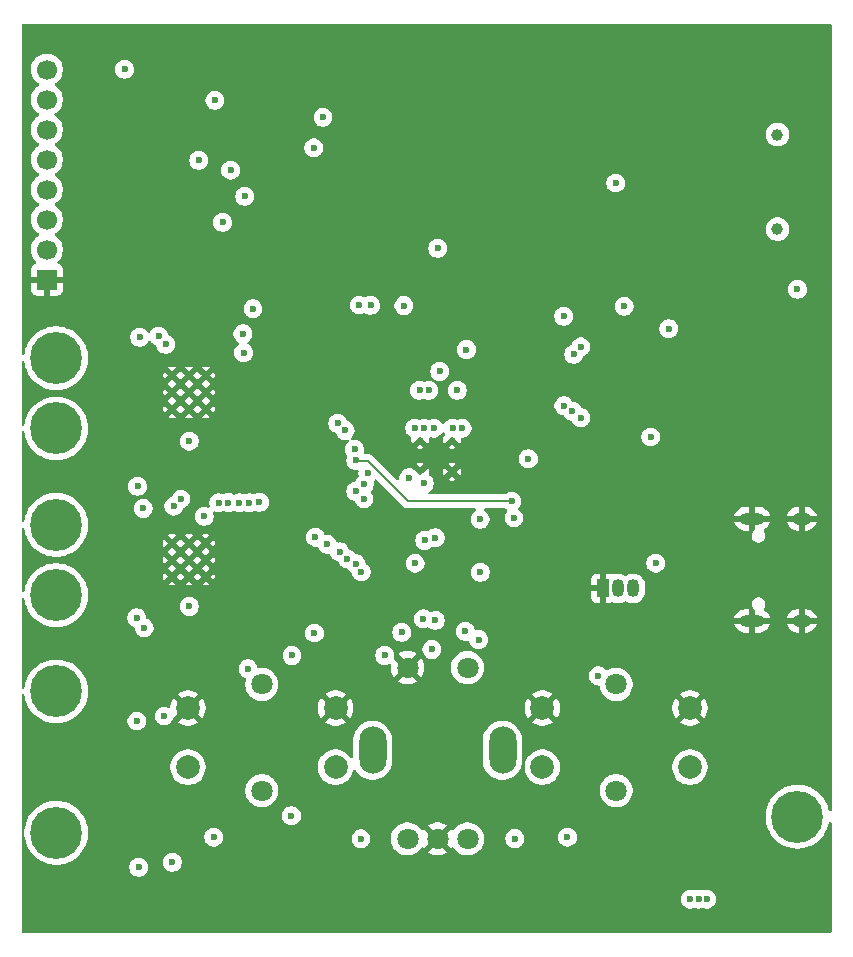
<source format=gbr>
%TF.GenerationSoftware,KiCad,Pcbnew,9.0.6*%
%TF.CreationDate,2026-01-04T04:22:01+01:00*%
%TF.ProjectId,MTR_Reflow_Oven,4d54525f-5265-4666-9c6f-775f4f76656e,rev?*%
%TF.SameCoordinates,Original*%
%TF.FileFunction,Copper,L2,Inr*%
%TF.FilePolarity,Positive*%
%FSLAX46Y46*%
G04 Gerber Fmt 4.6, Leading zero omitted, Abs format (unit mm)*
G04 Created by KiCad (PCBNEW 9.0.6) date 2026-01-04 04:22:01*
%MOMM*%
%LPD*%
G01*
G04 APERTURE LIST*
%TA.AperFunction,ComponentPad*%
%ADD10C,4.400000*%
%TD*%
%TA.AperFunction,HeatsinkPad*%
%ADD11O,2.100000X1.000000*%
%TD*%
%TA.AperFunction,HeatsinkPad*%
%ADD12O,1.600000X1.000000*%
%TD*%
%TA.AperFunction,ComponentPad*%
%ADD13O,2.300000X4.000000*%
%TD*%
%TA.AperFunction,ComponentPad*%
%ADD14C,1.800000*%
%TD*%
%TA.AperFunction,ComponentPad*%
%ADD15C,1.000000*%
%TD*%
%TA.AperFunction,HeatsinkPad*%
%ADD16C,0.500000*%
%TD*%
%TA.AperFunction,ComponentPad*%
%ADD17R,1.050000X1.500000*%
%TD*%
%TA.AperFunction,ComponentPad*%
%ADD18O,1.050000X1.500000*%
%TD*%
%TA.AperFunction,ComponentPad*%
%ADD19C,2.000000*%
%TD*%
%TA.AperFunction,ComponentPad*%
%ADD20R,1.700000X1.700000*%
%TD*%
%TA.AperFunction,ComponentPad*%
%ADD21C,1.700000*%
%TD*%
%TA.AperFunction,ViaPad*%
%ADD22C,0.600000*%
%TD*%
%TA.AperFunction,Conductor*%
%ADD23C,0.200000*%
%TD*%
G04 APERTURE END LIST*
D10*
%TO.N,GND*%
%TO.C,H6*%
X111527500Y-111043333D03*
%TD*%
D11*
%TO.N,GND*%
%TO.C,J2*%
X170470000Y-99120000D03*
D12*
X174650000Y-99120000D03*
D11*
X170470000Y-90480000D03*
D12*
X174650000Y-90480000D03*
%TD*%
D10*
%TO.N,/+TEMP2*%
%TO.C,H9*%
X111527500Y-90986667D03*
%TD*%
D13*
%TO.N,unconnected-(SW3-Pad6)*%
%TO.C,SW3*%
X149325000Y-110075000D03*
%TO.N,unconnected-(SW3-Pad7)*%
X138325000Y-110075000D03*
D14*
%TO.N,/rotary_CLK*%
X141285000Y-117575000D03*
%TO.N,/rotary_DT*%
X146365000Y-117575000D03*
%TO.N,GND*%
X143825000Y-117575000D03*
X141285000Y-103075000D03*
%TO.N,/rotary_BNT*%
X146365000Y-103075000D03*
%TD*%
D15*
%TO.N,*%
%TO.C,Card1*%
X172600000Y-65950000D03*
X172600000Y-57950000D03*
%TD*%
D10*
%TO.N,/-TEMP1*%
%TO.C,H12*%
X111527500Y-82830000D03*
%TD*%
%TO.N,/HT2*%
%TO.C,H7*%
X111550000Y-117075000D03*
%TD*%
D16*
%TO.N,GND*%
%TO.C,U5*%
X121342500Y-92521667D03*
X121342500Y-93946667D03*
X121342500Y-95371667D03*
X122767500Y-92521667D03*
X122767500Y-93946667D03*
X122767500Y-95371667D03*
X124192500Y-92521667D03*
X124192500Y-93946667D03*
X124192500Y-95371667D03*
%TD*%
D10*
%TO.N,/HT1*%
%TO.C,H5*%
X111527500Y-105093333D03*
%TD*%
D17*
%TO.N,GND*%
%TO.C,U4*%
X157830000Y-96360000D03*
D18*
%TO.N,/1-wire_temp*%
X159100000Y-96360000D03*
%TO.N,+3.3V*%
X160370000Y-96360000D03*
%TD*%
D14*
%TO.N,*%
%TO.C,SW4*%
X158947500Y-104500000D03*
X158947500Y-113500000D03*
D19*
%TO.N,/BNT1*%
X165197500Y-111500000D03*
X152697500Y-111500000D03*
%TO.N,GND*%
X165197500Y-106500000D03*
X152697500Y-106500000D03*
%TD*%
D16*
%TO.N,GND*%
%TO.C,U1*%
X145050000Y-83787500D03*
X142350000Y-83787500D03*
X145050000Y-86487500D03*
X142350000Y-86487500D03*
%TD*%
D10*
%TO.N,GND*%
%TO.C,H8*%
X111550000Y-123025000D03*
%TD*%
%TO.N,/-TEMP2*%
%TO.C,H10*%
X111527500Y-96936667D03*
%TD*%
D14*
%TO.N,*%
%TO.C,SW5*%
X128947500Y-104500000D03*
X128947500Y-113500000D03*
D19*
%TO.N,/BNT2*%
X135197500Y-111500000D03*
X122697500Y-111500000D03*
%TO.N,GND*%
X135197500Y-106500000D03*
X122697500Y-106500000D03*
%TD*%
D10*
%TO.N,/+ALIM*%
%TO.C,H2*%
X174300000Y-115700000D03*
%TD*%
D20*
%TO.N,GND*%
%TO.C,J1*%
X110750000Y-70225000D03*
D21*
%TO.N,+3.3V*%
X110750000Y-67685000D03*
%TO.N,/SD_CLK{slash}SCLK*%
X110750000Y-65145000D03*
%TO.N,/SD_CMD{slash}DI*%
X110750000Y-62605000D03*
%TO.N,/SCREEN_RST*%
X110750000Y-60065000D03*
%TO.N,/SCREEN_DC*%
X110750000Y-57525000D03*
%TO.N,/SCREEN_CS*%
X110750000Y-54985000D03*
%TO.N,/SCREEN_BL*%
X110750000Y-52445000D03*
%TD*%
D10*
%TO.N,/+TEMP1*%
%TO.C,H11*%
X111527500Y-76880000D03*
%TD*%
%TO.N,GND*%
%TO.C,H1*%
X174300000Y-122650000D03*
%TD*%
D16*
%TO.N,GND*%
%TO.C,U6*%
X121362500Y-78335000D03*
X121362500Y-79760000D03*
X121362500Y-81185000D03*
X122787500Y-78335000D03*
X122787500Y-79760000D03*
X122787500Y-81185000D03*
X124212500Y-78335000D03*
X124212500Y-79760000D03*
X124212500Y-81185000D03*
%TD*%
D22*
%TO.N,/ALT3_TEMP2*%
X136200283Y-93874000D03*
X136000000Y-83000000D03*
%TO.N,/ALT1_TEMP2*%
X137375000Y-94975000D03*
X137600000Y-88800000D03*
%TO.N,/ALT2_TEMP2*%
X136899486Y-94275000D03*
X136900000Y-88161859D03*
%TO.N,/ALT4_TEMP2*%
X135524697Y-93274000D03*
X135375000Y-82400000D03*
%TO.N,GND*%
X151787500Y-72000000D03*
X132600000Y-81900000D03*
X145787500Y-56000000D03*
X158787500Y-93000000D03*
X113000000Y-101000000D03*
X115787500Y-86000000D03*
X115787500Y-101000000D03*
X118000000Y-114000000D03*
X142212500Y-122000000D03*
X152475000Y-88075000D03*
X110212500Y-86000000D03*
X134787500Y-52000000D03*
X119000000Y-70000000D03*
X156000000Y-93000000D03*
X116212500Y-70000000D03*
X150212500Y-53000000D03*
X169000000Y-109000000D03*
X151000000Y-98000000D03*
X129787500Y-98000000D03*
X153212500Y-93000000D03*
X139000000Y-69000000D03*
X149000000Y-72000000D03*
X142875000Y-124000000D03*
X155212500Y-90000000D03*
X169000000Y-86000000D03*
X126212500Y-124000000D03*
X166212500Y-86000000D03*
X140212500Y-51000000D03*
X168212500Y-50000000D03*
X154787500Y-124000000D03*
X140212500Y-56000000D03*
X131787500Y-124000000D03*
X165250000Y-82000000D03*
X155787500Y-53000000D03*
X140087500Y-124000000D03*
X141787500Y-69000000D03*
X171787500Y-86000000D03*
X166212500Y-109000000D03*
X148212500Y-98000000D03*
X141399000Y-97050000D03*
X171000000Y-50000000D03*
X147787500Y-122000000D03*
X166000000Y-91900000D03*
X169787500Y-102000000D03*
X157787500Y-57000000D03*
X164212500Y-102000000D03*
X124212500Y-98000000D03*
X149212500Y-124000000D03*
X153787500Y-98000000D03*
X134800000Y-87200000D03*
X125975000Y-102025000D03*
X129000000Y-124000000D03*
X115212500Y-114000000D03*
X121787500Y-70000000D03*
X152000000Y-124000000D03*
X129212500Y-52000000D03*
X153000000Y-53000000D03*
X143000000Y-56000000D03*
X155000000Y-57000000D03*
X152212500Y-57000000D03*
X167000000Y-102000000D03*
X173787500Y-50000000D03*
X145000000Y-122000000D03*
X113000000Y-86000000D03*
X151400000Y-92850000D03*
X110212500Y-101000000D03*
X143000000Y-51000000D03*
X127000000Y-98000000D03*
X158900000Y-64250000D03*
X145787500Y-51000000D03*
X137300000Y-124000000D03*
X171787500Y-109000000D03*
X165900000Y-97700000D03*
X132000000Y-52000000D03*
X158000000Y-90000000D03*
X136212500Y-69000000D03*
X146212500Y-72000000D03*
%TO.N,/SCL*%
X120200000Y-75000000D03*
X127400000Y-76400000D03*
X121500000Y-89400000D03*
X127350000Y-74810000D03*
%TO.N,/SDA*%
X122100000Y-88800000D03*
X120800000Y-75700000D03*
%TO.N,+3.3V*%
X165925000Y-122675000D03*
X154827500Y-117425000D03*
X124877500Y-117425000D03*
X142700000Y-87475000D03*
X142700000Y-82800000D03*
X150367500Y-117550000D03*
X150300000Y-90400000D03*
X128200000Y-72700000D03*
X122800000Y-97900000D03*
X118600000Y-75100000D03*
X158900000Y-62050000D03*
X165200000Y-122675000D03*
X151520000Y-85400000D03*
X137342500Y-117575000D03*
X146275000Y-76150000D03*
X118900000Y-89600000D03*
X131500000Y-102050000D03*
X122800000Y-83900000D03*
X136800000Y-84601000D03*
X174300000Y-71050000D03*
X166625003Y-122675000D03*
X143350000Y-101540000D03*
X161875000Y-83550000D03*
X159625000Y-72475000D03*
X124067500Y-90275000D03*
%TO.N,/RUN*%
X141400000Y-87000000D03*
X141925000Y-94225000D03*
X162300000Y-94225000D03*
X163400000Y-74375000D03*
%TO.N,/rotary_BNT*%
X142300000Y-79600000D03*
X139350000Y-102050000D03*
%TO.N,/SD_CLK{slash}SCLK*%
X128750000Y-89075000D03*
X127500000Y-63175000D03*
%TO.N,/SD_CD*%
X143850000Y-67575000D03*
X144000000Y-78000000D03*
%TO.N,/SD_DAT3{slash}CS*%
X123600000Y-60125000D03*
X125288235Y-89111765D03*
%TO.N,/SD_CMD{slash}DI*%
X127886765Y-89113235D03*
X126300000Y-60950000D03*
%TO.N,/WS_LED*%
X140799000Y-100089500D03*
X141900000Y-82800000D03*
X133400000Y-100150000D03*
X131452500Y-115625000D03*
%TO.N,/SD_DAT0{slash}DO*%
X125625000Y-65375000D03*
X127042354Y-89115883D03*
%TO.N,/rotary_CLK*%
X143100000Y-79600000D03*
%TO.N,/rotary_DT*%
X143500000Y-82800000D03*
%TO.N,/QSPI_SD1*%
X155250000Y-81375000D03*
X155350000Y-76550000D03*
%TO.N,/QSPI_SS*%
X154525000Y-80900000D03*
X154500000Y-73325000D03*
%TO.N,/QSPI_SD2*%
X155950000Y-75925000D03*
X155950000Y-81925000D03*
%TO.N,/SCREEN_CS*%
X126125000Y-89100000D03*
X124975000Y-55050000D03*
%TO.N,/EN_HEAT2*%
X143638235Y-99075000D03*
X143638235Y-92088235D03*
X118522500Y-119975000D03*
X118981122Y-99688500D03*
%TO.N,+1V1*%
X136899992Y-85538052D03*
X150100000Y-89000000D03*
%TO.N,/EN_HEAT1*%
X118375000Y-107600000D03*
X142625000Y-98950000D03*
X142736765Y-92311765D03*
X118350000Y-98850000D03*
%TO.N,/SCREEN_DC*%
X134475000Y-92628000D03*
X134125000Y-56475000D03*
%TO.N,/SCREEN_BL*%
X118425000Y-87725000D03*
X117325000Y-52425000D03*
%TO.N,/SCREEN_RST*%
X133475000Y-92028000D03*
X133350000Y-59075000D03*
%TO.N,/1-wire_temp*%
X147450000Y-95000000D03*
X147425000Y-90525000D03*
%TO.N,unconnected-(U1-SWD-Pad25)*%
X137632675Y-87561859D03*
X137175000Y-72375000D03*
%TO.N,unconnected-(U1-SWCLK-Pad24)*%
X137925000Y-86625735D03*
X138150000Y-72400000D03*
%TO.N,/+ALIM*%
X120675000Y-107175000D03*
X121372500Y-119550000D03*
%TO.N,/BNT1*%
X146175000Y-100000000D03*
X157425000Y-103775000D03*
X145900000Y-82800000D03*
%TO.N,unconnected-(U1-GPIO2-Pad4)*%
X145100000Y-82800000D03*
X140975000Y-72425000D03*
%TO.N,/BNT2*%
X127775000Y-103175000D03*
X145500000Y-79600000D03*
X147300000Y-100700000D03*
%TD*%
D23*
%TO.N,+1V1*%
X136899992Y-85600000D02*
X137950000Y-85600000D01*
X137950000Y-85600000D02*
X141350000Y-89000000D01*
X136899992Y-85538052D02*
X136899992Y-85600000D01*
X141350000Y-89000000D02*
X150100000Y-89000000D01*
%TD*%
%TA.AperFunction,Conductor*%
%TO.N,GND*%
G36*
X177142468Y-48620185D02*
G01*
X177188223Y-48672989D01*
X177199428Y-48724512D01*
X177197687Y-63856557D01*
X177191786Y-115133291D01*
X177172094Y-115200328D01*
X177119284Y-115246077D01*
X177050125Y-115256013D01*
X176986572Y-115226981D01*
X176948805Y-115168198D01*
X176946895Y-115160869D01*
X176923466Y-115058221D01*
X176899046Y-114951228D01*
X176886582Y-114915609D01*
X176845393Y-114797896D01*
X176798868Y-114664935D01*
X176667265Y-114391659D01*
X176505892Y-114134836D01*
X176316779Y-113897696D01*
X176102304Y-113683221D01*
X175865164Y-113494108D01*
X175608341Y-113332735D01*
X175608338Y-113332733D01*
X175335068Y-113201133D01*
X175048783Y-113100957D01*
X175048771Y-113100953D01*
X174820556Y-113048864D01*
X174753063Y-113033460D01*
X174753060Y-113033459D01*
X174753048Y-113033457D01*
X174451663Y-112999500D01*
X174451657Y-112999500D01*
X174148343Y-112999500D01*
X174148336Y-112999500D01*
X173846951Y-113033457D01*
X173846937Y-113033460D01*
X173551228Y-113100953D01*
X173551216Y-113100957D01*
X173264931Y-113201133D01*
X172991661Y-113332733D01*
X172734837Y-113494107D01*
X172497696Y-113683220D01*
X172283220Y-113897696D01*
X172094107Y-114134837D01*
X171932733Y-114391661D01*
X171801133Y-114664931D01*
X171700957Y-114951216D01*
X171700953Y-114951228D01*
X171633460Y-115246937D01*
X171633457Y-115246951D01*
X171599500Y-115548336D01*
X171599500Y-115851663D01*
X171633457Y-116153048D01*
X171633459Y-116153060D01*
X171633460Y-116153063D01*
X171646224Y-116208985D01*
X171700953Y-116448771D01*
X171700957Y-116448783D01*
X171801133Y-116735068D01*
X171932733Y-117008338D01*
X171952444Y-117039707D01*
X172094108Y-117265164D01*
X172283221Y-117502304D01*
X172497696Y-117716779D01*
X172734836Y-117905892D01*
X172991659Y-118067265D01*
X173264935Y-118198868D01*
X173479951Y-118274105D01*
X173551216Y-118299042D01*
X173551228Y-118299046D01*
X173846937Y-118366540D01*
X173846946Y-118366541D01*
X173846951Y-118366542D01*
X174047874Y-118389180D01*
X174148337Y-118400499D01*
X174148340Y-118400500D01*
X174148343Y-118400500D01*
X174451660Y-118400500D01*
X174451661Y-118400499D01*
X174605694Y-118383144D01*
X174753048Y-118366542D01*
X174753051Y-118366541D01*
X174753063Y-118366540D01*
X175048772Y-118299046D01*
X175335065Y-118198868D01*
X175608341Y-118067265D01*
X175865164Y-117905892D01*
X176102304Y-117716779D01*
X176316779Y-117502304D01*
X176505892Y-117265164D01*
X176667265Y-117008341D01*
X176798868Y-116735065D01*
X176899046Y-116448772D01*
X176946765Y-116239699D01*
X176980873Y-116178722D01*
X177042535Y-116145864D01*
X177112172Y-116151559D01*
X177167676Y-116193999D01*
X177191424Y-116259709D01*
X177191656Y-116267307D01*
X177190605Y-125400840D01*
X177170913Y-125467877D01*
X177118103Y-125513626D01*
X177066649Y-125524826D01*
X108724544Y-125549276D01*
X108657498Y-125529615D01*
X108611724Y-125476828D01*
X108600500Y-125425276D01*
X108600500Y-122596153D01*
X164399500Y-122596153D01*
X164399500Y-122753846D01*
X164430261Y-122908489D01*
X164430264Y-122908501D01*
X164490602Y-123054172D01*
X164490609Y-123054185D01*
X164578210Y-123185288D01*
X164578213Y-123185292D01*
X164689707Y-123296786D01*
X164689711Y-123296789D01*
X164820814Y-123384390D01*
X164820827Y-123384397D01*
X164966498Y-123444735D01*
X164966503Y-123444737D01*
X165121153Y-123475499D01*
X165121156Y-123475500D01*
X165121158Y-123475500D01*
X165278844Y-123475500D01*
X165278845Y-123475499D01*
X165433497Y-123444737D01*
X165515049Y-123410956D01*
X165584516Y-123403488D01*
X165609944Y-123410954D01*
X165691503Y-123444737D01*
X165846153Y-123475499D01*
X165846156Y-123475500D01*
X165846158Y-123475500D01*
X166003844Y-123475500D01*
X166003845Y-123475499D01*
X166158497Y-123444737D01*
X166227551Y-123416133D01*
X166297016Y-123408665D01*
X166322448Y-123416132D01*
X166391506Y-123444737D01*
X166546156Y-123475499D01*
X166546159Y-123475500D01*
X166546161Y-123475500D01*
X166703847Y-123475500D01*
X166703848Y-123475499D01*
X166858500Y-123444737D01*
X166975006Y-123396479D01*
X167004175Y-123384397D01*
X167004175Y-123384396D01*
X167004182Y-123384394D01*
X167135292Y-123296789D01*
X167246792Y-123185289D01*
X167334397Y-123054179D01*
X167394740Y-122908497D01*
X167425503Y-122753842D01*
X167425503Y-122596158D01*
X167425503Y-122596155D01*
X167425502Y-122596153D01*
X167394741Y-122441510D01*
X167394740Y-122441503D01*
X167394738Y-122441498D01*
X167334400Y-122295827D01*
X167334393Y-122295814D01*
X167246792Y-122164711D01*
X167246789Y-122164707D01*
X167135295Y-122053213D01*
X167135291Y-122053210D01*
X167004188Y-121965609D01*
X167004175Y-121965602D01*
X166858504Y-121905264D01*
X166858492Y-121905261D01*
X166703848Y-121874500D01*
X166703845Y-121874500D01*
X166546161Y-121874500D01*
X166546158Y-121874500D01*
X166391514Y-121905260D01*
X166391513Y-121905261D01*
X166391510Y-121905262D01*
X166391506Y-121905263D01*
X166322450Y-121933866D01*
X166252983Y-121941334D01*
X166227549Y-121933865D01*
X166158498Y-121905263D01*
X166158488Y-121905260D01*
X166003845Y-121874500D01*
X166003842Y-121874500D01*
X165846158Y-121874500D01*
X165846155Y-121874500D01*
X165691511Y-121905260D01*
X165691501Y-121905263D01*
X165609952Y-121939042D01*
X165540483Y-121946511D01*
X165515048Y-121939042D01*
X165433498Y-121905263D01*
X165433488Y-121905260D01*
X165278845Y-121874500D01*
X165278842Y-121874500D01*
X165121158Y-121874500D01*
X165121155Y-121874500D01*
X164966510Y-121905261D01*
X164966498Y-121905264D01*
X164820827Y-121965602D01*
X164820814Y-121965609D01*
X164689711Y-122053210D01*
X164689707Y-122053213D01*
X164578213Y-122164707D01*
X164578210Y-122164711D01*
X164490609Y-122295814D01*
X164490602Y-122295827D01*
X164430264Y-122441498D01*
X164430261Y-122441510D01*
X164399500Y-122596153D01*
X108600500Y-122596153D01*
X108600500Y-119896153D01*
X117722000Y-119896153D01*
X117722000Y-120053846D01*
X117752761Y-120208489D01*
X117752764Y-120208501D01*
X117813102Y-120354172D01*
X117813109Y-120354185D01*
X117900710Y-120485288D01*
X117900713Y-120485292D01*
X118012207Y-120596786D01*
X118012211Y-120596789D01*
X118143314Y-120684390D01*
X118143327Y-120684397D01*
X118288998Y-120744735D01*
X118289003Y-120744737D01*
X118443653Y-120775499D01*
X118443656Y-120775500D01*
X118443658Y-120775500D01*
X118601344Y-120775500D01*
X118601345Y-120775499D01*
X118755997Y-120744737D01*
X118901679Y-120684394D01*
X119032789Y-120596789D01*
X119144289Y-120485289D01*
X119231894Y-120354179D01*
X119292237Y-120208497D01*
X119323000Y-120053842D01*
X119323000Y-119896158D01*
X119323000Y-119896155D01*
X119322999Y-119896153D01*
X119300590Y-119783497D01*
X119292237Y-119741503D01*
X119264294Y-119674042D01*
X119231897Y-119595827D01*
X119231890Y-119595814D01*
X119190558Y-119533957D01*
X119148593Y-119471153D01*
X120572000Y-119471153D01*
X120572000Y-119628846D01*
X120602761Y-119783489D01*
X120602764Y-119783501D01*
X120663102Y-119929172D01*
X120663109Y-119929185D01*
X120750710Y-120060288D01*
X120750713Y-120060292D01*
X120862207Y-120171786D01*
X120862211Y-120171789D01*
X120993314Y-120259390D01*
X120993327Y-120259397D01*
X121138998Y-120319735D01*
X121139003Y-120319737D01*
X121293653Y-120350499D01*
X121293656Y-120350500D01*
X121293658Y-120350500D01*
X121451344Y-120350500D01*
X121451345Y-120350499D01*
X121605997Y-120319737D01*
X121751679Y-120259394D01*
X121882789Y-120171789D01*
X121994289Y-120060289D01*
X122081894Y-119929179D01*
X122142237Y-119783497D01*
X122173000Y-119628842D01*
X122173000Y-119471158D01*
X122173000Y-119471155D01*
X122172999Y-119471153D01*
X122149539Y-119353213D01*
X122142237Y-119316503D01*
X122121155Y-119265606D01*
X122081897Y-119170827D01*
X122081890Y-119170814D01*
X121994289Y-119039711D01*
X121994286Y-119039707D01*
X121882792Y-118928213D01*
X121882788Y-118928210D01*
X121751685Y-118840609D01*
X121751672Y-118840602D01*
X121606001Y-118780264D01*
X121605989Y-118780261D01*
X121451345Y-118749500D01*
X121451342Y-118749500D01*
X121293658Y-118749500D01*
X121293655Y-118749500D01*
X121139010Y-118780261D01*
X121138998Y-118780264D01*
X120993327Y-118840602D01*
X120993314Y-118840609D01*
X120862211Y-118928210D01*
X120862207Y-118928213D01*
X120750713Y-119039707D01*
X120750710Y-119039711D01*
X120663109Y-119170814D01*
X120663102Y-119170827D01*
X120602764Y-119316498D01*
X120602761Y-119316510D01*
X120572000Y-119471153D01*
X119148593Y-119471153D01*
X119144289Y-119464711D01*
X119144286Y-119464707D01*
X119032792Y-119353213D01*
X119032787Y-119353209D01*
X118901685Y-119265609D01*
X118901672Y-119265602D01*
X118756001Y-119205264D01*
X118755989Y-119205261D01*
X118601345Y-119174500D01*
X118601342Y-119174500D01*
X118443658Y-119174500D01*
X118443655Y-119174500D01*
X118289010Y-119205261D01*
X118288998Y-119205264D01*
X118143327Y-119265602D01*
X118143314Y-119265609D01*
X118012213Y-119353209D01*
X118012207Y-119353213D01*
X117900713Y-119464707D01*
X117900710Y-119464711D01*
X117813109Y-119595814D01*
X117813102Y-119595827D01*
X117752764Y-119741498D01*
X117752761Y-119741510D01*
X117722000Y-119896153D01*
X108600500Y-119896153D01*
X108600500Y-116923336D01*
X108849500Y-116923336D01*
X108849500Y-117226663D01*
X108883457Y-117528048D01*
X108883460Y-117528062D01*
X108950953Y-117823771D01*
X108950957Y-117823783D01*
X109051133Y-118110068D01*
X109182733Y-118383338D01*
X109182735Y-118383341D01*
X109344108Y-118640164D01*
X109533221Y-118877304D01*
X109747696Y-119091779D01*
X109984836Y-119280892D01*
X110241659Y-119442265D01*
X110241661Y-119442266D01*
X110301645Y-119471153D01*
X110514935Y-119573868D01*
X110729951Y-119649105D01*
X110801216Y-119674042D01*
X110801228Y-119674046D01*
X111096937Y-119741540D01*
X111096946Y-119741541D01*
X111096951Y-119741542D01*
X111297874Y-119764180D01*
X111398337Y-119775499D01*
X111398340Y-119775500D01*
X111398343Y-119775500D01*
X111701660Y-119775500D01*
X111701661Y-119775499D01*
X111729895Y-119772318D01*
X111778469Y-119766846D01*
X112003048Y-119741542D01*
X112003051Y-119741541D01*
X112003063Y-119741540D01*
X112298772Y-119674046D01*
X112585065Y-119573868D01*
X112858341Y-119442265D01*
X113115164Y-119280892D01*
X113352304Y-119091779D01*
X113566779Y-118877304D01*
X113755892Y-118640164D01*
X113917265Y-118383341D01*
X114048868Y-118110065D01*
X114149046Y-117823772D01*
X114216540Y-117528063D01*
X114225813Y-117445754D01*
X114237037Y-117346153D01*
X124077000Y-117346153D01*
X124077000Y-117503846D01*
X124107761Y-117658489D01*
X124107764Y-117658501D01*
X124168102Y-117804172D01*
X124168109Y-117804185D01*
X124255710Y-117935288D01*
X124255713Y-117935292D01*
X124367207Y-118046786D01*
X124367211Y-118046789D01*
X124498314Y-118134390D01*
X124498327Y-118134397D01*
X124588601Y-118171789D01*
X124644003Y-118194737D01*
X124796205Y-118225012D01*
X124798653Y-118225499D01*
X124798656Y-118225500D01*
X124798658Y-118225500D01*
X124956344Y-118225500D01*
X124956345Y-118225499D01*
X125110997Y-118194737D01*
X125256679Y-118134394D01*
X125387789Y-118046789D01*
X125499289Y-117935289D01*
X125586894Y-117804179D01*
X125647237Y-117658497D01*
X125678000Y-117503842D01*
X125678000Y-117496153D01*
X136542000Y-117496153D01*
X136542000Y-117653846D01*
X136572761Y-117808489D01*
X136572764Y-117808501D01*
X136633102Y-117954172D01*
X136633109Y-117954185D01*
X136720710Y-118085288D01*
X136720713Y-118085292D01*
X136832207Y-118196786D01*
X136832211Y-118196789D01*
X136963314Y-118284390D01*
X136963327Y-118284397D01*
X137076512Y-118331279D01*
X137109003Y-118344737D01*
X137263653Y-118375499D01*
X137263656Y-118375500D01*
X137263658Y-118375500D01*
X137421344Y-118375500D01*
X137421345Y-118375499D01*
X137575997Y-118344737D01*
X137721679Y-118284394D01*
X137852789Y-118196789D01*
X137964289Y-118085289D01*
X138051894Y-117954179D01*
X138112237Y-117808497D01*
X138143000Y-117653842D01*
X138143000Y-117496158D01*
X138140601Y-117484095D01*
X138140601Y-117484093D01*
X138136759Y-117464778D01*
X139884500Y-117464778D01*
X139884500Y-117685221D01*
X139918985Y-117902952D01*
X139987103Y-118112603D01*
X139987104Y-118112606D01*
X140031057Y-118198866D01*
X140081912Y-118298674D01*
X140087187Y-118309025D01*
X140216752Y-118487358D01*
X140216756Y-118487363D01*
X140372636Y-118643243D01*
X140372641Y-118643247D01*
X140486632Y-118726065D01*
X140550978Y-118772815D01*
X140679375Y-118838237D01*
X140747393Y-118872895D01*
X140747396Y-118872896D01*
X140852221Y-118906955D01*
X140957049Y-118941015D01*
X141174778Y-118975500D01*
X141174779Y-118975500D01*
X141395221Y-118975500D01*
X141395222Y-118975500D01*
X141612951Y-118941015D01*
X141822606Y-118872895D01*
X142019022Y-118772815D01*
X142197365Y-118643242D01*
X142353242Y-118487365D01*
X142454991Y-118347317D01*
X142510320Y-118304653D01*
X142579933Y-118298674D01*
X142641729Y-118331279D01*
X142655628Y-118347319D01*
X142673932Y-118372513D01*
X143223948Y-117822496D01*
X143248967Y-117882896D01*
X143320103Y-117989358D01*
X143410642Y-118079897D01*
X143517104Y-118151033D01*
X143577501Y-118176050D01*
X143027485Y-118726065D01*
X143027485Y-118726066D01*
X143091243Y-118772388D01*
X143287589Y-118872432D01*
X143497164Y-118940526D01*
X143714819Y-118975000D01*
X143935181Y-118975000D01*
X144152835Y-118940526D01*
X144362410Y-118872432D01*
X144558760Y-118772386D01*
X144622513Y-118726066D01*
X144622514Y-118726066D01*
X144072497Y-118176050D01*
X144132896Y-118151033D01*
X144239358Y-118079897D01*
X144329897Y-117989358D01*
X144401033Y-117882896D01*
X144426050Y-117822498D01*
X144976066Y-118372514D01*
X144976066Y-118372513D01*
X144994372Y-118347319D01*
X145049701Y-118304653D01*
X145119315Y-118298674D01*
X145181110Y-118331279D01*
X145195008Y-118347319D01*
X145296752Y-118487358D01*
X145296756Y-118487363D01*
X145452636Y-118643243D01*
X145452641Y-118643247D01*
X145566632Y-118726065D01*
X145630978Y-118772815D01*
X145759375Y-118838237D01*
X145827393Y-118872895D01*
X145827396Y-118872896D01*
X145932221Y-118906955D01*
X146037049Y-118941015D01*
X146254778Y-118975500D01*
X146254779Y-118975500D01*
X146475221Y-118975500D01*
X146475222Y-118975500D01*
X146692951Y-118941015D01*
X146902606Y-118872895D01*
X147099022Y-118772815D01*
X147277365Y-118643242D01*
X147433242Y-118487365D01*
X147562815Y-118309022D01*
X147662895Y-118112606D01*
X147731015Y-117902951D01*
X147765500Y-117685222D01*
X147765500Y-117471153D01*
X149567000Y-117471153D01*
X149567000Y-117628846D01*
X149597761Y-117783489D01*
X149597764Y-117783501D01*
X149658102Y-117929172D01*
X149658109Y-117929185D01*
X149745710Y-118060288D01*
X149745713Y-118060292D01*
X149857207Y-118171786D01*
X149857211Y-118171789D01*
X149988314Y-118259390D01*
X149988327Y-118259397D01*
X150133998Y-118319735D01*
X150134003Y-118319737D01*
X150259676Y-118344735D01*
X150288653Y-118350499D01*
X150288656Y-118350500D01*
X150288658Y-118350500D01*
X150446344Y-118350500D01*
X150446345Y-118350499D01*
X150600997Y-118319737D01*
X150746679Y-118259394D01*
X150877789Y-118171789D01*
X150989289Y-118060289D01*
X151076894Y-117929179D01*
X151087758Y-117902952D01*
X151120550Y-117823783D01*
X151137237Y-117783497D01*
X151168000Y-117628842D01*
X151168000Y-117471158D01*
X151168000Y-117471155D01*
X151146736Y-117364258D01*
X151143135Y-117346153D01*
X154027000Y-117346153D01*
X154027000Y-117503846D01*
X154057761Y-117658489D01*
X154057764Y-117658501D01*
X154118102Y-117804172D01*
X154118109Y-117804185D01*
X154205710Y-117935288D01*
X154205713Y-117935292D01*
X154317207Y-118046786D01*
X154317211Y-118046789D01*
X154448314Y-118134390D01*
X154448327Y-118134397D01*
X154538601Y-118171789D01*
X154594003Y-118194737D01*
X154746205Y-118225012D01*
X154748653Y-118225499D01*
X154748656Y-118225500D01*
X154748658Y-118225500D01*
X154906344Y-118225500D01*
X154906345Y-118225499D01*
X155060997Y-118194737D01*
X155206679Y-118134394D01*
X155337789Y-118046789D01*
X155449289Y-117935289D01*
X155536894Y-117804179D01*
X155597237Y-117658497D01*
X155628000Y-117503842D01*
X155628000Y-117346158D01*
X155628000Y-117346155D01*
X155627999Y-117346153D01*
X155604230Y-117226659D01*
X155597237Y-117191503D01*
X155588670Y-117170821D01*
X155536897Y-117045827D01*
X155536890Y-117045814D01*
X155449289Y-116914711D01*
X155449286Y-116914707D01*
X155337792Y-116803213D01*
X155337788Y-116803210D01*
X155206685Y-116715609D01*
X155206672Y-116715602D01*
X155061001Y-116655264D01*
X155060989Y-116655261D01*
X154906345Y-116624500D01*
X154906342Y-116624500D01*
X154748658Y-116624500D01*
X154748655Y-116624500D01*
X154594010Y-116655261D01*
X154593998Y-116655264D01*
X154448327Y-116715602D01*
X154448314Y-116715609D01*
X154317211Y-116803210D01*
X154317207Y-116803213D01*
X154205713Y-116914707D01*
X154205710Y-116914711D01*
X154118109Y-117045814D01*
X154118102Y-117045827D01*
X154057764Y-117191498D01*
X154057761Y-117191510D01*
X154027000Y-117346153D01*
X151143135Y-117346153D01*
X151137237Y-117316503D01*
X151137235Y-117316498D01*
X151076897Y-117170827D01*
X151076890Y-117170814D01*
X150989289Y-117039711D01*
X150989286Y-117039707D01*
X150877792Y-116928213D01*
X150877788Y-116928210D01*
X150746685Y-116840609D01*
X150746672Y-116840602D01*
X150601001Y-116780264D01*
X150600989Y-116780261D01*
X150446345Y-116749500D01*
X150446342Y-116749500D01*
X150288658Y-116749500D01*
X150288655Y-116749500D01*
X150134010Y-116780261D01*
X150133998Y-116780264D01*
X149988327Y-116840602D01*
X149988314Y-116840609D01*
X149857211Y-116928210D01*
X149857207Y-116928213D01*
X149745713Y-117039707D01*
X149745710Y-117039711D01*
X149658109Y-117170814D01*
X149658102Y-117170827D01*
X149597764Y-117316498D01*
X149597761Y-117316510D01*
X149567000Y-117471153D01*
X147765500Y-117471153D01*
X147765500Y-117464778D01*
X147731015Y-117247049D01*
X147671771Y-117064711D01*
X147662896Y-117037396D01*
X147662895Y-117037393D01*
X147607262Y-116928210D01*
X147562815Y-116840978D01*
X147496353Y-116749500D01*
X147433247Y-116662641D01*
X147433243Y-116662636D01*
X147277363Y-116506756D01*
X147277358Y-116506752D01*
X147099025Y-116377187D01*
X147099024Y-116377186D01*
X147099022Y-116377185D01*
X147015033Y-116334390D01*
X146902606Y-116277104D01*
X146902603Y-116277103D01*
X146692952Y-116208985D01*
X146584086Y-116191742D01*
X146475222Y-116174500D01*
X146254778Y-116174500D01*
X146182201Y-116185995D01*
X146037047Y-116208985D01*
X145827396Y-116277103D01*
X145827393Y-116277104D01*
X145630974Y-116377187D01*
X145452641Y-116506752D01*
X145452636Y-116506756D01*
X145296756Y-116662636D01*
X145195008Y-116802681D01*
X145139678Y-116845346D01*
X145070065Y-116851325D01*
X145008270Y-116818719D01*
X144994371Y-116802680D01*
X144976066Y-116777485D01*
X144976065Y-116777485D01*
X144426050Y-117327501D01*
X144401033Y-117267104D01*
X144329897Y-117160642D01*
X144239358Y-117070103D01*
X144132896Y-116998967D01*
X144072496Y-116973948D01*
X144622513Y-116423932D01*
X144558756Y-116377611D01*
X144362410Y-116277567D01*
X144152835Y-116209473D01*
X143935181Y-116175000D01*
X143714819Y-116175000D01*
X143497164Y-116209473D01*
X143287589Y-116277567D01*
X143091233Y-116377616D01*
X143027485Y-116423931D01*
X143027485Y-116423932D01*
X143577502Y-116973949D01*
X143517104Y-116998967D01*
X143410642Y-117070103D01*
X143320103Y-117160642D01*
X143248967Y-117267104D01*
X143223949Y-117327502D01*
X142673932Y-116777485D01*
X142673930Y-116777485D01*
X142655626Y-116802679D01*
X142600296Y-116845345D01*
X142530683Y-116851324D01*
X142468888Y-116818718D01*
X142454990Y-116802679D01*
X142353247Y-116662640D01*
X142197363Y-116506756D01*
X142197358Y-116506752D01*
X142019025Y-116377187D01*
X142019024Y-116377186D01*
X142019022Y-116377185D01*
X141935033Y-116334390D01*
X141822606Y-116277104D01*
X141822603Y-116277103D01*
X141612952Y-116208985D01*
X141504086Y-116191742D01*
X141395222Y-116174500D01*
X141174778Y-116174500D01*
X141102201Y-116185995D01*
X140957047Y-116208985D01*
X140747396Y-116277103D01*
X140747393Y-116277104D01*
X140550974Y-116377187D01*
X140372641Y-116506752D01*
X140372636Y-116506756D01*
X140216756Y-116662636D01*
X140216752Y-116662641D01*
X140087187Y-116840974D01*
X139987104Y-117037393D01*
X139987103Y-117037396D01*
X139918985Y-117247047D01*
X139884500Y-117464778D01*
X138136759Y-117464778D01*
X138112238Y-117341508D01*
X138112237Y-117341507D01*
X138112237Y-117341503D01*
X138105891Y-117326182D01*
X138051897Y-117195827D01*
X138051890Y-117195814D01*
X137964289Y-117064711D01*
X137964286Y-117064707D01*
X137852792Y-116953213D01*
X137852788Y-116953210D01*
X137721685Y-116865609D01*
X137721672Y-116865602D01*
X137576001Y-116805264D01*
X137575989Y-116805261D01*
X137421345Y-116774500D01*
X137421342Y-116774500D01*
X137263658Y-116774500D01*
X137263655Y-116774500D01*
X137109010Y-116805261D01*
X137108998Y-116805264D01*
X136963327Y-116865602D01*
X136963314Y-116865609D01*
X136832211Y-116953210D01*
X136832207Y-116953213D01*
X136720713Y-117064707D01*
X136720710Y-117064711D01*
X136633109Y-117195814D01*
X136633102Y-117195827D01*
X136572764Y-117341498D01*
X136572761Y-117341510D01*
X136542000Y-117496153D01*
X125678000Y-117496153D01*
X125678000Y-117346158D01*
X125678000Y-117346155D01*
X125677999Y-117346153D01*
X125654230Y-117226659D01*
X125647237Y-117191503D01*
X125638670Y-117170821D01*
X125586897Y-117045827D01*
X125586890Y-117045814D01*
X125499289Y-116914711D01*
X125499286Y-116914707D01*
X125387792Y-116803213D01*
X125387788Y-116803210D01*
X125256685Y-116715609D01*
X125256672Y-116715602D01*
X125111001Y-116655264D01*
X125110989Y-116655261D01*
X124956345Y-116624500D01*
X124956342Y-116624500D01*
X124798658Y-116624500D01*
X124798655Y-116624500D01*
X124644010Y-116655261D01*
X124643998Y-116655264D01*
X124498327Y-116715602D01*
X124498314Y-116715609D01*
X124367211Y-116803210D01*
X124367207Y-116803213D01*
X124255713Y-116914707D01*
X124255710Y-116914711D01*
X124168109Y-117045814D01*
X124168102Y-117045827D01*
X124107764Y-117191498D01*
X124107761Y-117191510D01*
X124077000Y-117346153D01*
X114237037Y-117346153D01*
X114239287Y-117326182D01*
X114239287Y-117326181D01*
X114248202Y-117247049D01*
X114250500Y-117226657D01*
X114250500Y-116923343D01*
X114237196Y-116805263D01*
X114216542Y-116621951D01*
X114216541Y-116621946D01*
X114216540Y-116621937D01*
X114149046Y-116326228D01*
X114131856Y-116277103D01*
X114102777Y-116193999D01*
X114048868Y-116039935D01*
X113917265Y-115766659D01*
X113778712Y-115546153D01*
X130652000Y-115546153D01*
X130652000Y-115703846D01*
X130682761Y-115858489D01*
X130682764Y-115858501D01*
X130743102Y-116004172D01*
X130743109Y-116004185D01*
X130830710Y-116135288D01*
X130830713Y-116135292D01*
X130942207Y-116246786D01*
X130942211Y-116246789D01*
X131073314Y-116334390D01*
X131073327Y-116334397D01*
X131218998Y-116394735D01*
X131219003Y-116394737D01*
X131365770Y-116423931D01*
X131373653Y-116425499D01*
X131373656Y-116425500D01*
X131373658Y-116425500D01*
X131531344Y-116425500D01*
X131531345Y-116425499D01*
X131685997Y-116394737D01*
X131831679Y-116334394D01*
X131962789Y-116246789D01*
X132074289Y-116135289D01*
X132161894Y-116004179D01*
X132222237Y-115858497D01*
X132253000Y-115703842D01*
X132253000Y-115546158D01*
X132253000Y-115546155D01*
X132252999Y-115546153D01*
X132222238Y-115391510D01*
X132222237Y-115391503D01*
X132166116Y-115256013D01*
X132161897Y-115245827D01*
X132161890Y-115245814D01*
X132074289Y-115114711D01*
X132074286Y-115114707D01*
X131962792Y-115003213D01*
X131962788Y-115003210D01*
X131831685Y-114915609D01*
X131831672Y-114915602D01*
X131686001Y-114855264D01*
X131685989Y-114855261D01*
X131531345Y-114824500D01*
X131531342Y-114824500D01*
X131373658Y-114824500D01*
X131373655Y-114824500D01*
X131219010Y-114855261D01*
X131218998Y-114855264D01*
X131073327Y-114915602D01*
X131073314Y-114915609D01*
X130942211Y-115003210D01*
X130942207Y-115003213D01*
X130830713Y-115114707D01*
X130830710Y-115114711D01*
X130743109Y-115245814D01*
X130743102Y-115245827D01*
X130682764Y-115391498D01*
X130682761Y-115391510D01*
X130652000Y-115546153D01*
X113778712Y-115546153D01*
X113755892Y-115509836D01*
X113566779Y-115272696D01*
X113352304Y-115058221D01*
X113115164Y-114869108D01*
X112858341Y-114707735D01*
X112858338Y-114707733D01*
X112585068Y-114576133D01*
X112298783Y-114475957D01*
X112298771Y-114475953D01*
X112070556Y-114423864D01*
X112003063Y-114408460D01*
X112003060Y-114408459D01*
X112003048Y-114408457D01*
X111701663Y-114374500D01*
X111701657Y-114374500D01*
X111398343Y-114374500D01*
X111398336Y-114374500D01*
X111096951Y-114408457D01*
X111096937Y-114408460D01*
X110801228Y-114475953D01*
X110801216Y-114475957D01*
X110514931Y-114576133D01*
X110241661Y-114707733D01*
X109984837Y-114869107D01*
X109747696Y-115058220D01*
X109533220Y-115272696D01*
X109344107Y-115509837D01*
X109182733Y-115766661D01*
X109051133Y-116039931D01*
X108950957Y-116326216D01*
X108950953Y-116326228D01*
X108883460Y-116621937D01*
X108883457Y-116621951D01*
X108849500Y-116923336D01*
X108600500Y-116923336D01*
X108600500Y-113389778D01*
X127547000Y-113389778D01*
X127547000Y-113610221D01*
X127581485Y-113827952D01*
X127649603Y-114037603D01*
X127649604Y-114037606D01*
X127749687Y-114234025D01*
X127879252Y-114412358D01*
X127879256Y-114412363D01*
X128035136Y-114568243D01*
X128035141Y-114568247D01*
X128168217Y-114664931D01*
X128213478Y-114697815D01*
X128341875Y-114763237D01*
X128409893Y-114797895D01*
X128409896Y-114797896D01*
X128491777Y-114824500D01*
X128619549Y-114866015D01*
X128837278Y-114900500D01*
X128837279Y-114900500D01*
X129057721Y-114900500D01*
X129057722Y-114900500D01*
X129275451Y-114866015D01*
X129485106Y-114797895D01*
X129681522Y-114697815D01*
X129859865Y-114568242D01*
X130015742Y-114412365D01*
X130145315Y-114234022D01*
X130245395Y-114037606D01*
X130313515Y-113827951D01*
X130348000Y-113610222D01*
X130348000Y-113389778D01*
X157547000Y-113389778D01*
X157547000Y-113610221D01*
X157581485Y-113827952D01*
X157649603Y-114037603D01*
X157649604Y-114037606D01*
X157749687Y-114234025D01*
X157879252Y-114412358D01*
X157879256Y-114412363D01*
X158035136Y-114568243D01*
X158035141Y-114568247D01*
X158168217Y-114664931D01*
X158213478Y-114697815D01*
X158341875Y-114763237D01*
X158409893Y-114797895D01*
X158409896Y-114797896D01*
X158491777Y-114824500D01*
X158619549Y-114866015D01*
X158837278Y-114900500D01*
X158837279Y-114900500D01*
X159057721Y-114900500D01*
X159057722Y-114900500D01*
X159275451Y-114866015D01*
X159485106Y-114797895D01*
X159681522Y-114697815D01*
X159859865Y-114568242D01*
X160015742Y-114412365D01*
X160145315Y-114234022D01*
X160245395Y-114037606D01*
X160313515Y-113827951D01*
X160348000Y-113610222D01*
X160348000Y-113389778D01*
X160313515Y-113172049D01*
X160279455Y-113067221D01*
X160245396Y-112962396D01*
X160245395Y-112962393D01*
X160208796Y-112890566D01*
X160145315Y-112765978D01*
X160057067Y-112644514D01*
X160015747Y-112587641D01*
X160015743Y-112587636D01*
X159859863Y-112431756D01*
X159859858Y-112431752D01*
X159681525Y-112302187D01*
X159681524Y-112302186D01*
X159681522Y-112302185D01*
X159618596Y-112270122D01*
X159485106Y-112202104D01*
X159485103Y-112202103D01*
X159275452Y-112133985D01*
X159166586Y-112116742D01*
X159057722Y-112099500D01*
X158837278Y-112099500D01*
X158764701Y-112110995D01*
X158619547Y-112133985D01*
X158409896Y-112202103D01*
X158409893Y-112202104D01*
X158213474Y-112302187D01*
X158035141Y-112431752D01*
X158035136Y-112431756D01*
X157879256Y-112587636D01*
X157879252Y-112587641D01*
X157749687Y-112765974D01*
X157649604Y-112962393D01*
X157649603Y-112962396D01*
X157581485Y-113172047D01*
X157547000Y-113389778D01*
X130348000Y-113389778D01*
X130313515Y-113172049D01*
X130279455Y-113067221D01*
X130245396Y-112962396D01*
X130245395Y-112962393D01*
X130208796Y-112890566D01*
X130145315Y-112765978D01*
X130057067Y-112644514D01*
X130015747Y-112587641D01*
X130015743Y-112587636D01*
X129859863Y-112431756D01*
X129859858Y-112431752D01*
X129681525Y-112302187D01*
X129681524Y-112302186D01*
X129681522Y-112302185D01*
X129618596Y-112270122D01*
X129485106Y-112202104D01*
X129485103Y-112202103D01*
X129275452Y-112133985D01*
X129166586Y-112116742D01*
X129057722Y-112099500D01*
X128837278Y-112099500D01*
X128764701Y-112110995D01*
X128619547Y-112133985D01*
X128409896Y-112202103D01*
X128409893Y-112202104D01*
X128213474Y-112302187D01*
X128035141Y-112431752D01*
X128035136Y-112431756D01*
X127879256Y-112587636D01*
X127879252Y-112587641D01*
X127749687Y-112765974D01*
X127649604Y-112962393D01*
X127649603Y-112962396D01*
X127581485Y-113172047D01*
X127547000Y-113389778D01*
X108600500Y-113389778D01*
X108600500Y-111381902D01*
X121197000Y-111381902D01*
X121197000Y-111618097D01*
X121233946Y-111851368D01*
X121306933Y-112075996D01*
X121414157Y-112286433D01*
X121552983Y-112477510D01*
X121719990Y-112644517D01*
X121911067Y-112783343D01*
X122010491Y-112834002D01*
X122121503Y-112890566D01*
X122121505Y-112890566D01*
X122121508Y-112890568D01*
X122241912Y-112929689D01*
X122346131Y-112963553D01*
X122579403Y-113000500D01*
X122579408Y-113000500D01*
X122815597Y-113000500D01*
X123048868Y-112963553D01*
X123052438Y-112962393D01*
X123273492Y-112890568D01*
X123483933Y-112783343D01*
X123675010Y-112644517D01*
X123842017Y-112477510D01*
X123980843Y-112286433D01*
X124088068Y-112075992D01*
X124161053Y-111851368D01*
X124170764Y-111790054D01*
X124198000Y-111618097D01*
X124198000Y-111381902D01*
X133697000Y-111381902D01*
X133697000Y-111618097D01*
X133733946Y-111851368D01*
X133806933Y-112075996D01*
X133914157Y-112286433D01*
X134052983Y-112477510D01*
X134219990Y-112644517D01*
X134411067Y-112783343D01*
X134510491Y-112834002D01*
X134621503Y-112890566D01*
X134621505Y-112890566D01*
X134621508Y-112890568D01*
X134741912Y-112929689D01*
X134846131Y-112963553D01*
X135079403Y-113000500D01*
X135079408Y-113000500D01*
X135315597Y-113000500D01*
X135548868Y-112963553D01*
X135552438Y-112962393D01*
X135773492Y-112890568D01*
X135983933Y-112783343D01*
X136175010Y-112644517D01*
X136342017Y-112477510D01*
X136480843Y-112286433D01*
X136588068Y-112075992D01*
X136661053Y-111851368D01*
X136668593Y-111803757D01*
X136698521Y-111740626D01*
X136757833Y-111703694D01*
X136827695Y-111704692D01*
X136885928Y-111743301D01*
X136901550Y-111766862D01*
X136913366Y-111790052D01*
X137066066Y-112000225D01*
X137066069Y-112000229D01*
X137249771Y-112183931D01*
X137459949Y-112336634D01*
X137607445Y-112411787D01*
X137691423Y-112454577D01*
X137691425Y-112454577D01*
X137691428Y-112454579D01*
X137938507Y-112534860D01*
X138070706Y-112555797D01*
X138195098Y-112575500D01*
X138195103Y-112575500D01*
X138454902Y-112575500D01*
X138568298Y-112557539D01*
X138711493Y-112534860D01*
X138958572Y-112454579D01*
X139190051Y-112336634D01*
X139400229Y-112183931D01*
X139583931Y-112000229D01*
X139736634Y-111790051D01*
X139854579Y-111558572D01*
X139934860Y-111311493D01*
X139960654Y-111148631D01*
X139975500Y-111054902D01*
X139975500Y-109095097D01*
X147674500Y-109095097D01*
X147674500Y-111054902D01*
X147715140Y-111311493D01*
X147795422Y-111558576D01*
X147869365Y-111703694D01*
X147913366Y-111790051D01*
X148066069Y-112000229D01*
X148249771Y-112183931D01*
X148459949Y-112336634D01*
X148607445Y-112411787D01*
X148691423Y-112454577D01*
X148691425Y-112454577D01*
X148691428Y-112454579D01*
X148938507Y-112534860D01*
X149070706Y-112555797D01*
X149195098Y-112575500D01*
X149195103Y-112575500D01*
X149454902Y-112575500D01*
X149568298Y-112557539D01*
X149711493Y-112534860D01*
X149958572Y-112454579D01*
X150190051Y-112336634D01*
X150400229Y-112183931D01*
X150583931Y-112000229D01*
X150736634Y-111790051D01*
X150854579Y-111558572D01*
X150911983Y-111381902D01*
X151197000Y-111381902D01*
X151197000Y-111618097D01*
X151233946Y-111851368D01*
X151306933Y-112075996D01*
X151414157Y-112286433D01*
X151552983Y-112477510D01*
X151719990Y-112644517D01*
X151911067Y-112783343D01*
X152010491Y-112834002D01*
X152121503Y-112890566D01*
X152121505Y-112890566D01*
X152121508Y-112890568D01*
X152241912Y-112929689D01*
X152346131Y-112963553D01*
X152579403Y-113000500D01*
X152579408Y-113000500D01*
X152815597Y-113000500D01*
X153048868Y-112963553D01*
X153052438Y-112962393D01*
X153273492Y-112890568D01*
X153483933Y-112783343D01*
X153675010Y-112644517D01*
X153842017Y-112477510D01*
X153980843Y-112286433D01*
X154088068Y-112075992D01*
X154161053Y-111851368D01*
X154170764Y-111790054D01*
X154198000Y-111618097D01*
X154198000Y-111381902D01*
X163697000Y-111381902D01*
X163697000Y-111618097D01*
X163733946Y-111851368D01*
X163806933Y-112075996D01*
X163914157Y-112286433D01*
X164052983Y-112477510D01*
X164219990Y-112644517D01*
X164411067Y-112783343D01*
X164510491Y-112834002D01*
X164621503Y-112890566D01*
X164621505Y-112890566D01*
X164621508Y-112890568D01*
X164741912Y-112929689D01*
X164846131Y-112963553D01*
X165079403Y-113000500D01*
X165079408Y-113000500D01*
X165315597Y-113000500D01*
X165548868Y-112963553D01*
X165552438Y-112962393D01*
X165773492Y-112890568D01*
X165983933Y-112783343D01*
X166175010Y-112644517D01*
X166342017Y-112477510D01*
X166480843Y-112286433D01*
X166588068Y-112075992D01*
X166661053Y-111851368D01*
X166670764Y-111790054D01*
X166698000Y-111618097D01*
X166698000Y-111381902D01*
X166661053Y-111148631D01*
X166588066Y-110924003D01*
X166480842Y-110713566D01*
X166479177Y-110711274D01*
X166342017Y-110522490D01*
X166175010Y-110355483D01*
X165983933Y-110216657D01*
X165773496Y-110109433D01*
X165548868Y-110036446D01*
X165315597Y-109999500D01*
X165315592Y-109999500D01*
X165079408Y-109999500D01*
X165079403Y-109999500D01*
X164846131Y-110036446D01*
X164621503Y-110109433D01*
X164411066Y-110216657D01*
X164302050Y-110295862D01*
X164219990Y-110355483D01*
X164219988Y-110355485D01*
X164219987Y-110355485D01*
X164052985Y-110522487D01*
X164052985Y-110522488D01*
X164052983Y-110522490D01*
X163997773Y-110598480D01*
X163914157Y-110713566D01*
X163806933Y-110924003D01*
X163733946Y-111148631D01*
X163697000Y-111381902D01*
X154198000Y-111381902D01*
X154161053Y-111148631D01*
X154088066Y-110924003D01*
X153980842Y-110713566D01*
X153979177Y-110711274D01*
X153842017Y-110522490D01*
X153675010Y-110355483D01*
X153483933Y-110216657D01*
X153273496Y-110109433D01*
X153048868Y-110036446D01*
X152815597Y-109999500D01*
X152815592Y-109999500D01*
X152579408Y-109999500D01*
X152579403Y-109999500D01*
X152346131Y-110036446D01*
X152121503Y-110109433D01*
X151911066Y-110216657D01*
X151802050Y-110295862D01*
X151719990Y-110355483D01*
X151719988Y-110355485D01*
X151719987Y-110355485D01*
X151552985Y-110522487D01*
X151552985Y-110522488D01*
X151552983Y-110522490D01*
X151497773Y-110598480D01*
X151414157Y-110713566D01*
X151306933Y-110924003D01*
X151233946Y-111148631D01*
X151197000Y-111381902D01*
X150911983Y-111381902D01*
X150926015Y-111338717D01*
X150926016Y-111338715D01*
X150934858Y-111311501D01*
X150934858Y-111311497D01*
X150934860Y-111311493D01*
X150960654Y-111148631D01*
X150975500Y-111054902D01*
X150975500Y-109095097D01*
X150953947Y-108959021D01*
X150934860Y-108838507D01*
X150854579Y-108591428D01*
X150854577Y-108591425D01*
X150854577Y-108591423D01*
X150811787Y-108507445D01*
X150736634Y-108359949D01*
X150583931Y-108149771D01*
X150400229Y-107966069D01*
X150287813Y-107884394D01*
X150190054Y-107813368D01*
X150190053Y-107813367D01*
X150190051Y-107813366D01*
X150130286Y-107782914D01*
X149958576Y-107695422D01*
X149711493Y-107615140D01*
X149454902Y-107574500D01*
X149454897Y-107574500D01*
X149195103Y-107574500D01*
X149195098Y-107574500D01*
X148938506Y-107615140D01*
X148691423Y-107695422D01*
X148459945Y-107813368D01*
X148249774Y-107966066D01*
X148249768Y-107966071D01*
X148066071Y-108149768D01*
X148066066Y-108149774D01*
X147913368Y-108359945D01*
X147795422Y-108591423D01*
X147715140Y-108838506D01*
X147674500Y-109095097D01*
X139975500Y-109095097D01*
X139953947Y-108959021D01*
X139934860Y-108838507D01*
X139854579Y-108591428D01*
X139854577Y-108591425D01*
X139854577Y-108591423D01*
X139811787Y-108507445D01*
X139736634Y-108359949D01*
X139583931Y-108149771D01*
X139400229Y-107966069D01*
X139287813Y-107884394D01*
X139190054Y-107813368D01*
X139190053Y-107813367D01*
X139190051Y-107813366D01*
X139117764Y-107776534D01*
X138958576Y-107695422D01*
X138711493Y-107615140D01*
X138454902Y-107574500D01*
X138454897Y-107574500D01*
X138195103Y-107574500D01*
X138195098Y-107574500D01*
X137938506Y-107615140D01*
X137691423Y-107695422D01*
X137459945Y-107813368D01*
X137249774Y-107966066D01*
X137249768Y-107966071D01*
X137066071Y-108149768D01*
X137066066Y-108149774D01*
X136913368Y-108359945D01*
X136795422Y-108591423D01*
X136715140Y-108838506D01*
X136674500Y-109095097D01*
X136674500Y-110598480D01*
X136654815Y-110665519D01*
X136602011Y-110711274D01*
X136532853Y-110721218D01*
X136469297Y-110692193D01*
X136450182Y-110671366D01*
X136445934Y-110665519D01*
X136342017Y-110522490D01*
X136175010Y-110355483D01*
X135983933Y-110216657D01*
X135773496Y-110109433D01*
X135548868Y-110036446D01*
X135315597Y-109999500D01*
X135315592Y-109999500D01*
X135079408Y-109999500D01*
X135079403Y-109999500D01*
X134846131Y-110036446D01*
X134621503Y-110109433D01*
X134411066Y-110216657D01*
X134302050Y-110295862D01*
X134219990Y-110355483D01*
X134219988Y-110355485D01*
X134219987Y-110355485D01*
X134052985Y-110522487D01*
X134052985Y-110522488D01*
X134052983Y-110522490D01*
X133997773Y-110598480D01*
X133914157Y-110713566D01*
X133806933Y-110924003D01*
X133733946Y-111148631D01*
X133697000Y-111381902D01*
X124198000Y-111381902D01*
X124161053Y-111148631D01*
X124088066Y-110924003D01*
X123980842Y-110713566D01*
X123979177Y-110711274D01*
X123842017Y-110522490D01*
X123675010Y-110355483D01*
X123483933Y-110216657D01*
X123273496Y-110109433D01*
X123048868Y-110036446D01*
X122815597Y-109999500D01*
X122815592Y-109999500D01*
X122579408Y-109999500D01*
X122579403Y-109999500D01*
X122346131Y-110036446D01*
X122121503Y-110109433D01*
X121911066Y-110216657D01*
X121802050Y-110295862D01*
X121719990Y-110355483D01*
X121719988Y-110355485D01*
X121719987Y-110355485D01*
X121552985Y-110522487D01*
X121552985Y-110522488D01*
X121552983Y-110522490D01*
X121497773Y-110598480D01*
X121414157Y-110713566D01*
X121306933Y-110924003D01*
X121233946Y-111148631D01*
X121197000Y-111381902D01*
X108600500Y-111381902D01*
X108600500Y-105442774D01*
X108620185Y-105375735D01*
X108672989Y-105329980D01*
X108742147Y-105320036D01*
X108805703Y-105349061D01*
X108843477Y-105407839D01*
X108847720Y-105428891D01*
X108860957Y-105546381D01*
X108860959Y-105546393D01*
X108860960Y-105546396D01*
X108876364Y-105613889D01*
X108928453Y-105842104D01*
X108928457Y-105842116D01*
X109028633Y-106128401D01*
X109160233Y-106401671D01*
X109160235Y-106401674D01*
X109321608Y-106658497D01*
X109510721Y-106895637D01*
X109725196Y-107110112D01*
X109962336Y-107299225D01*
X110219159Y-107460598D01*
X110492435Y-107592201D01*
X110707451Y-107667438D01*
X110778716Y-107692375D01*
X110778728Y-107692379D01*
X111074437Y-107759873D01*
X111074446Y-107759874D01*
X111074451Y-107759875D01*
X111275374Y-107782513D01*
X111375837Y-107793832D01*
X111375840Y-107793833D01*
X111375843Y-107793833D01*
X111679160Y-107793833D01*
X111679161Y-107793832D01*
X111833194Y-107776477D01*
X111980548Y-107759875D01*
X111980551Y-107759874D01*
X111980563Y-107759873D01*
X112276272Y-107692379D01*
X112562565Y-107592201D01*
X112710097Y-107521153D01*
X117574500Y-107521153D01*
X117574500Y-107678846D01*
X117605261Y-107833489D01*
X117605264Y-107833501D01*
X117665602Y-107979172D01*
X117665609Y-107979185D01*
X117753210Y-108110288D01*
X117753213Y-108110292D01*
X117864707Y-108221786D01*
X117864711Y-108221789D01*
X117995814Y-108309390D01*
X117995827Y-108309397D01*
X118117872Y-108359949D01*
X118141503Y-108369737D01*
X118296153Y-108400499D01*
X118296156Y-108400500D01*
X118296158Y-108400500D01*
X118453844Y-108400500D01*
X118453845Y-108400499D01*
X118608497Y-108369737D01*
X118754179Y-108309394D01*
X118885289Y-108221789D01*
X118996789Y-108110289D01*
X119084394Y-107979179D01*
X119089824Y-107966071D01*
X119098661Y-107944735D01*
X119144737Y-107833497D01*
X119175500Y-107678842D01*
X119175500Y-107521158D01*
X119175500Y-107521155D01*
X119175499Y-107521153D01*
X119153090Y-107408497D01*
X119144737Y-107366503D01*
X119111462Y-107286169D01*
X119084397Y-107220827D01*
X119084390Y-107220814D01*
X119043058Y-107158957D01*
X119001093Y-107096153D01*
X119874500Y-107096153D01*
X119874500Y-107253846D01*
X119905261Y-107408489D01*
X119905264Y-107408501D01*
X119965602Y-107554172D01*
X119965609Y-107554185D01*
X120053210Y-107685288D01*
X120053213Y-107685292D01*
X120164707Y-107796786D01*
X120164711Y-107796789D01*
X120295814Y-107884390D01*
X120295827Y-107884397D01*
X120441498Y-107944735D01*
X120441503Y-107944737D01*
X120548756Y-107966071D01*
X120596153Y-107975499D01*
X120596156Y-107975500D01*
X120596158Y-107975500D01*
X120753844Y-107975500D01*
X120753845Y-107975499D01*
X120908497Y-107944737D01*
X121054179Y-107884394D01*
X121185289Y-107796789D01*
X121296789Y-107685289D01*
X121384394Y-107554179D01*
X121443342Y-107411863D01*
X121445026Y-107408420D01*
X121450689Y-107402221D01*
X121468745Y-107375200D01*
X122096448Y-106747496D01*
X122121467Y-106807896D01*
X122192603Y-106914358D01*
X122283142Y-107004897D01*
X122389604Y-107076033D01*
X122450002Y-107101050D01*
X121828393Y-107722658D01*
X121911328Y-107782914D01*
X122121697Y-107890102D01*
X122346252Y-107963065D01*
X122346251Y-107963065D01*
X122579448Y-108000000D01*
X122815552Y-108000000D01*
X123048747Y-107963065D01*
X123273302Y-107890102D01*
X123483663Y-107782918D01*
X123483669Y-107782914D01*
X123566604Y-107722658D01*
X123566605Y-107722658D01*
X122944997Y-107101050D01*
X123005396Y-107076033D01*
X123111858Y-107004897D01*
X123202397Y-106914358D01*
X123273533Y-106807896D01*
X123298550Y-106747497D01*
X123920158Y-107369105D01*
X123920158Y-107369104D01*
X123980414Y-107286169D01*
X123980418Y-107286163D01*
X124087602Y-107075802D01*
X124160565Y-106851247D01*
X124197500Y-106618052D01*
X124197500Y-106381947D01*
X133697500Y-106381947D01*
X133697500Y-106618052D01*
X133734434Y-106851247D01*
X133807397Y-107075802D01*
X133914587Y-107286174D01*
X133974838Y-107369104D01*
X133974840Y-107369105D01*
X134596448Y-106747496D01*
X134621467Y-106807896D01*
X134692603Y-106914358D01*
X134783142Y-107004897D01*
X134889604Y-107076033D01*
X134950002Y-107101050D01*
X134328393Y-107722658D01*
X134411328Y-107782914D01*
X134621697Y-107890102D01*
X134846252Y-107963065D01*
X134846251Y-107963065D01*
X135079448Y-108000000D01*
X135315552Y-108000000D01*
X135548747Y-107963065D01*
X135773302Y-107890102D01*
X135983663Y-107782918D01*
X135983669Y-107782914D01*
X136066604Y-107722658D01*
X136066605Y-107722658D01*
X135444997Y-107101050D01*
X135505396Y-107076033D01*
X135611858Y-107004897D01*
X135702397Y-106914358D01*
X135773533Y-106807896D01*
X135798550Y-106747497D01*
X136420158Y-107369105D01*
X136420158Y-107369104D01*
X136480414Y-107286169D01*
X136480418Y-107286163D01*
X136587602Y-107075802D01*
X136660565Y-106851247D01*
X136697500Y-106618052D01*
X136697500Y-106381947D01*
X151197500Y-106381947D01*
X151197500Y-106618052D01*
X151234434Y-106851247D01*
X151307397Y-107075802D01*
X151414587Y-107286174D01*
X151474838Y-107369104D01*
X151474840Y-107369105D01*
X152096448Y-106747496D01*
X152121467Y-106807896D01*
X152192603Y-106914358D01*
X152283142Y-107004897D01*
X152389604Y-107076033D01*
X152450002Y-107101050D01*
X151828393Y-107722658D01*
X151911328Y-107782914D01*
X152121697Y-107890102D01*
X152346252Y-107963065D01*
X152346251Y-107963065D01*
X152579448Y-108000000D01*
X152815552Y-108000000D01*
X153048747Y-107963065D01*
X153273302Y-107890102D01*
X153483663Y-107782918D01*
X153483669Y-107782914D01*
X153566604Y-107722658D01*
X153566605Y-107722658D01*
X152944997Y-107101050D01*
X153005396Y-107076033D01*
X153111858Y-107004897D01*
X153202397Y-106914358D01*
X153273533Y-106807896D01*
X153298550Y-106747497D01*
X153920158Y-107369105D01*
X153920158Y-107369104D01*
X153980414Y-107286169D01*
X153980418Y-107286163D01*
X154087602Y-107075802D01*
X154160565Y-106851247D01*
X154197500Y-106618052D01*
X154197500Y-106381947D01*
X163697500Y-106381947D01*
X163697500Y-106618052D01*
X163734434Y-106851247D01*
X163807397Y-107075802D01*
X163914587Y-107286174D01*
X163974838Y-107369104D01*
X163974840Y-107369105D01*
X164596448Y-106747496D01*
X164621467Y-106807896D01*
X164692603Y-106914358D01*
X164783142Y-107004897D01*
X164889604Y-107076033D01*
X164950002Y-107101050D01*
X164328393Y-107722658D01*
X164411328Y-107782914D01*
X164621697Y-107890102D01*
X164846252Y-107963065D01*
X164846251Y-107963065D01*
X165079448Y-108000000D01*
X165315552Y-108000000D01*
X165548747Y-107963065D01*
X165773302Y-107890102D01*
X165983663Y-107782918D01*
X165983669Y-107782914D01*
X166066604Y-107722658D01*
X166066605Y-107722658D01*
X165444997Y-107101050D01*
X165505396Y-107076033D01*
X165611858Y-107004897D01*
X165702397Y-106914358D01*
X165773533Y-106807896D01*
X165798550Y-106747497D01*
X166420158Y-107369105D01*
X166420158Y-107369104D01*
X166480414Y-107286169D01*
X166480418Y-107286163D01*
X166587602Y-107075802D01*
X166660565Y-106851247D01*
X166697500Y-106618052D01*
X166697500Y-106381947D01*
X166660565Y-106148752D01*
X166587602Y-105924197D01*
X166480414Y-105713828D01*
X166420158Y-105630894D01*
X166420158Y-105630893D01*
X165798550Y-106252501D01*
X165773533Y-106192104D01*
X165702397Y-106085642D01*
X165611858Y-105995103D01*
X165505396Y-105923967D01*
X165444997Y-105898949D01*
X166066605Y-105277340D01*
X166066604Y-105277338D01*
X165983674Y-105217087D01*
X165773302Y-105109897D01*
X165548747Y-105036934D01*
X165548748Y-105036934D01*
X165315552Y-105000000D01*
X165079448Y-105000000D01*
X164846252Y-105036934D01*
X164621697Y-105109897D01*
X164411330Y-105217084D01*
X164328394Y-105277340D01*
X164950003Y-105898949D01*
X164889604Y-105923967D01*
X164783142Y-105995103D01*
X164692603Y-106085642D01*
X164621467Y-106192104D01*
X164596449Y-106252502D01*
X163974840Y-105630894D01*
X163914584Y-105713830D01*
X163807397Y-105924197D01*
X163734434Y-106148752D01*
X163697500Y-106381947D01*
X154197500Y-106381947D01*
X154160565Y-106148752D01*
X154087602Y-105924197D01*
X153980414Y-105713828D01*
X153920158Y-105630894D01*
X153920158Y-105630893D01*
X153298550Y-106252501D01*
X153273533Y-106192104D01*
X153202397Y-106085642D01*
X153111858Y-105995103D01*
X153005396Y-105923967D01*
X152944997Y-105898949D01*
X153566605Y-105277340D01*
X153566604Y-105277338D01*
X153483674Y-105217087D01*
X153273302Y-105109897D01*
X153048747Y-105036934D01*
X153048748Y-105036934D01*
X152815552Y-105000000D01*
X152579448Y-105000000D01*
X152346252Y-105036934D01*
X152121697Y-105109897D01*
X151911330Y-105217084D01*
X151828394Y-105277340D01*
X152450003Y-105898949D01*
X152389604Y-105923967D01*
X152283142Y-105995103D01*
X152192603Y-106085642D01*
X152121467Y-106192104D01*
X152096449Y-106252503D01*
X151474840Y-105630894D01*
X151414584Y-105713830D01*
X151307397Y-105924197D01*
X151234434Y-106148752D01*
X151197500Y-106381947D01*
X136697500Y-106381947D01*
X136660565Y-106148752D01*
X136587602Y-105924197D01*
X136480414Y-105713828D01*
X136420158Y-105630894D01*
X136420158Y-105630893D01*
X135798550Y-106252501D01*
X135773533Y-106192104D01*
X135702397Y-106085642D01*
X135611858Y-105995103D01*
X135505396Y-105923967D01*
X135444997Y-105898949D01*
X136066605Y-105277340D01*
X136066604Y-105277339D01*
X135983674Y-105217087D01*
X135773302Y-105109897D01*
X135548747Y-105036934D01*
X135548748Y-105036934D01*
X135315552Y-105000000D01*
X135079448Y-105000000D01*
X134846252Y-105036934D01*
X134621697Y-105109897D01*
X134411330Y-105217084D01*
X134328394Y-105277340D01*
X134950003Y-105898949D01*
X134889604Y-105923967D01*
X134783142Y-105995103D01*
X134692603Y-106085642D01*
X134621467Y-106192104D01*
X134596449Y-106252503D01*
X133974840Y-105630894D01*
X133914584Y-105713830D01*
X133807397Y-105924197D01*
X133734434Y-106148752D01*
X133697500Y-106381947D01*
X124197500Y-106381947D01*
X124160565Y-106148752D01*
X124087602Y-105924197D01*
X123980414Y-105713828D01*
X123920158Y-105630894D01*
X123920158Y-105630893D01*
X123298550Y-106252501D01*
X123273533Y-106192104D01*
X123202397Y-106085642D01*
X123111858Y-105995103D01*
X123005396Y-105923967D01*
X122944997Y-105898949D01*
X123566605Y-105277340D01*
X123566604Y-105277338D01*
X123483674Y-105217087D01*
X123273302Y-105109897D01*
X123048747Y-105036934D01*
X123048748Y-105036934D01*
X122815552Y-105000000D01*
X122579448Y-105000000D01*
X122346252Y-105036934D01*
X122121697Y-105109897D01*
X121911330Y-105217084D01*
X121828394Y-105277340D01*
X122450003Y-105898949D01*
X122389604Y-105923967D01*
X122283142Y-105995103D01*
X122192603Y-106085642D01*
X122121467Y-106192104D01*
X122096449Y-106252503D01*
X121474840Y-105630894D01*
X121414584Y-105713830D01*
X121307397Y-105924197D01*
X121234434Y-106148752D01*
X121200847Y-106360809D01*
X121170918Y-106423944D01*
X121111606Y-106460875D01*
X121041743Y-106459877D01*
X121030922Y-106455972D01*
X120908501Y-106405264D01*
X120908489Y-106405261D01*
X120753845Y-106374500D01*
X120753842Y-106374500D01*
X120596158Y-106374500D01*
X120596155Y-106374500D01*
X120441510Y-106405261D01*
X120441498Y-106405264D01*
X120295827Y-106465602D01*
X120295814Y-106465609D01*
X120164711Y-106553210D01*
X120164707Y-106553213D01*
X120053213Y-106664707D01*
X120053210Y-106664711D01*
X119965609Y-106795814D01*
X119965602Y-106795827D01*
X119905264Y-106941498D01*
X119905261Y-106941510D01*
X119874500Y-107096153D01*
X119001093Y-107096153D01*
X118996789Y-107089711D01*
X118996786Y-107089707D01*
X118885292Y-106978213D01*
X118885287Y-106978209D01*
X118754185Y-106890609D01*
X118754172Y-106890602D01*
X118608501Y-106830264D01*
X118608489Y-106830261D01*
X118453845Y-106799500D01*
X118453842Y-106799500D01*
X118296158Y-106799500D01*
X118296155Y-106799500D01*
X118141510Y-106830261D01*
X118141498Y-106830264D01*
X117995827Y-106890602D01*
X117995814Y-106890609D01*
X117864713Y-106978209D01*
X117864707Y-106978213D01*
X117753213Y-107089707D01*
X117753210Y-107089711D01*
X117665609Y-107220814D01*
X117665602Y-107220827D01*
X117605264Y-107366498D01*
X117605261Y-107366510D01*
X117574500Y-107521153D01*
X112710097Y-107521153D01*
X112835841Y-107460598D01*
X113092664Y-107299225D01*
X113329804Y-107110112D01*
X113544279Y-106895637D01*
X113733392Y-106658497D01*
X113894765Y-106401674D01*
X114026368Y-106128398D01*
X114126546Y-105842105D01*
X114194040Y-105546396D01*
X114194042Y-105546381D01*
X114220595Y-105310716D01*
X114220595Y-105310715D01*
X114227242Y-105251714D01*
X114228000Y-105244990D01*
X114228000Y-104941676D01*
X114216680Y-104841207D01*
X114194042Y-104640284D01*
X114194041Y-104640279D01*
X114194040Y-104640270D01*
X114126546Y-104344561D01*
X114026368Y-104058268D01*
X113894765Y-103784992D01*
X113733392Y-103528169D01*
X113544279Y-103291029D01*
X113349403Y-103096153D01*
X126974500Y-103096153D01*
X126974500Y-103253846D01*
X127005261Y-103408489D01*
X127005264Y-103408501D01*
X127065602Y-103554172D01*
X127065609Y-103554185D01*
X127153210Y-103685288D01*
X127153213Y-103685292D01*
X127264707Y-103796786D01*
X127264711Y-103796789D01*
X127395814Y-103884390D01*
X127395827Y-103884397D01*
X127535938Y-103942432D01*
X127590342Y-103986272D01*
X127612407Y-104052566D01*
X127606418Y-104095309D01*
X127581484Y-104172049D01*
X127547000Y-104389778D01*
X127547000Y-104610221D01*
X127581485Y-104827952D01*
X127649603Y-105037603D01*
X127649604Y-105037606D01*
X127749687Y-105234025D01*
X127879252Y-105412358D01*
X127879256Y-105412363D01*
X128035136Y-105568243D01*
X128035141Y-105568247D01*
X128190692Y-105681260D01*
X128213478Y-105697815D01*
X128341875Y-105763237D01*
X128409893Y-105797895D01*
X128409896Y-105797896D01*
X128514721Y-105831955D01*
X128619549Y-105866015D01*
X128837278Y-105900500D01*
X128837279Y-105900500D01*
X129057721Y-105900500D01*
X129057722Y-105900500D01*
X129275451Y-105866015D01*
X129485106Y-105797895D01*
X129681522Y-105697815D01*
X129859865Y-105568242D01*
X130015742Y-105412365D01*
X130089595Y-105310715D01*
X130132462Y-105251714D01*
X130140500Y-105240648D01*
X130145315Y-105234022D01*
X130245395Y-105037606D01*
X130313515Y-104827951D01*
X130348000Y-104610222D01*
X130348000Y-104389778D01*
X130331451Y-104285289D01*
X130317658Y-104198205D01*
X130313515Y-104172047D01*
X130245396Y-103962396D01*
X130245395Y-103962393D01*
X130205652Y-103884394D01*
X130145315Y-103765978D01*
X130094588Y-103696158D01*
X130015747Y-103587641D01*
X130015743Y-103587636D01*
X129859863Y-103431756D01*
X129859858Y-103431752D01*
X129681525Y-103302187D01*
X129681524Y-103302186D01*
X129681522Y-103302185D01*
X129607760Y-103264601D01*
X129485106Y-103202104D01*
X129485103Y-103202103D01*
X129275452Y-103133985D01*
X129166586Y-103116742D01*
X129057722Y-103099500D01*
X128837278Y-103099500D01*
X128701894Y-103120942D01*
X128632601Y-103111987D01*
X128579149Y-103066991D01*
X128560881Y-103022663D01*
X128544737Y-102941503D01*
X128507043Y-102850500D01*
X128484397Y-102795827D01*
X128484390Y-102795814D01*
X128396789Y-102664711D01*
X128396786Y-102664707D01*
X128285292Y-102553213D01*
X128285288Y-102553210D01*
X128154185Y-102465609D01*
X128154172Y-102465602D01*
X128008501Y-102405264D01*
X128008489Y-102405261D01*
X127853845Y-102374500D01*
X127853842Y-102374500D01*
X127696158Y-102374500D01*
X127696155Y-102374500D01*
X127541510Y-102405261D01*
X127541498Y-102405264D01*
X127395827Y-102465602D01*
X127395814Y-102465609D01*
X127264711Y-102553210D01*
X127264707Y-102553213D01*
X127153213Y-102664707D01*
X127153210Y-102664711D01*
X127065609Y-102795814D01*
X127065602Y-102795827D01*
X127005264Y-102941498D01*
X127005261Y-102941510D01*
X126974500Y-103096153D01*
X113349403Y-103096153D01*
X113329804Y-103076554D01*
X113327855Y-103075000D01*
X113201832Y-102974500D01*
X113092664Y-102887441D01*
X112835841Y-102726068D01*
X112835838Y-102726066D01*
X112562568Y-102594466D01*
X112276283Y-102494290D01*
X112276271Y-102494286D01*
X112048056Y-102442197D01*
X111980563Y-102426793D01*
X111980560Y-102426792D01*
X111980548Y-102426790D01*
X111679163Y-102392833D01*
X111679157Y-102392833D01*
X111375843Y-102392833D01*
X111375836Y-102392833D01*
X111074451Y-102426790D01*
X111074437Y-102426793D01*
X110778728Y-102494286D01*
X110778716Y-102494290D01*
X110492431Y-102594466D01*
X110219161Y-102726066D01*
X109962337Y-102887440D01*
X109725196Y-103076553D01*
X109510720Y-103291029D01*
X109321607Y-103528170D01*
X109160233Y-103784994D01*
X109028633Y-104058264D01*
X108928457Y-104344549D01*
X108928453Y-104344561D01*
X108860960Y-104640270D01*
X108860957Y-104640284D01*
X108847720Y-104757774D01*
X108820654Y-104822188D01*
X108763059Y-104861744D01*
X108693222Y-104863881D01*
X108633315Y-104827923D01*
X108602360Y-104765285D01*
X108600500Y-104743891D01*
X108600500Y-101971153D01*
X130699500Y-101971153D01*
X130699500Y-102128846D01*
X130730261Y-102283489D01*
X130730264Y-102283501D01*
X130790602Y-102429172D01*
X130790609Y-102429185D01*
X130878210Y-102560288D01*
X130878213Y-102560292D01*
X130989707Y-102671786D01*
X130989711Y-102671789D01*
X131120814Y-102759390D01*
X131120827Y-102759397D01*
X131266498Y-102819735D01*
X131266503Y-102819737D01*
X131391115Y-102844524D01*
X131421153Y-102850499D01*
X131421156Y-102850500D01*
X131421158Y-102850500D01*
X131578844Y-102850500D01*
X131578845Y-102850499D01*
X131733497Y-102819737D01*
X131860565Y-102767104D01*
X131879172Y-102759397D01*
X131879172Y-102759396D01*
X131879179Y-102759394D01*
X132010289Y-102671789D01*
X132121789Y-102560289D01*
X132209394Y-102429179D01*
X132269737Y-102283497D01*
X132300500Y-102128842D01*
X132300500Y-101971158D01*
X132300500Y-101971155D01*
X132300499Y-101971153D01*
X138549500Y-101971153D01*
X138549500Y-102128846D01*
X138580261Y-102283489D01*
X138580264Y-102283501D01*
X138640602Y-102429172D01*
X138640609Y-102429185D01*
X138728210Y-102560288D01*
X138728213Y-102560292D01*
X138839707Y-102671786D01*
X138839711Y-102671789D01*
X138970814Y-102759390D01*
X138970827Y-102759397D01*
X139116498Y-102819735D01*
X139116503Y-102819737D01*
X139241115Y-102844524D01*
X139271153Y-102850499D01*
X139271156Y-102850500D01*
X139271158Y-102850500D01*
X139428844Y-102850500D01*
X139428845Y-102850499D01*
X139583497Y-102819737D01*
X139668724Y-102784435D01*
X139726198Y-102760629D01*
X139795667Y-102753160D01*
X139858146Y-102784435D01*
X139893798Y-102844524D01*
X139896123Y-102894587D01*
X139885000Y-102964817D01*
X139885000Y-103185181D01*
X139919473Y-103402835D01*
X139987567Y-103612410D01*
X140087611Y-103808756D01*
X140133932Y-103872513D01*
X140683948Y-103322496D01*
X140708967Y-103382896D01*
X140780103Y-103489358D01*
X140870642Y-103579897D01*
X140977104Y-103651033D01*
X141037501Y-103676050D01*
X140487485Y-104226065D01*
X140487485Y-104226066D01*
X140551243Y-104272388D01*
X140747589Y-104372432D01*
X140957164Y-104440526D01*
X141174819Y-104475000D01*
X141395181Y-104475000D01*
X141612835Y-104440526D01*
X141822410Y-104372432D01*
X142018760Y-104272386D01*
X142082513Y-104226066D01*
X142082514Y-104226066D01*
X141532497Y-103676050D01*
X141592896Y-103651033D01*
X141699358Y-103579897D01*
X141789897Y-103489358D01*
X141861033Y-103382896D01*
X141886050Y-103322498D01*
X142436066Y-103872514D01*
X142436066Y-103872513D01*
X142482386Y-103808760D01*
X142582432Y-103612410D01*
X142650526Y-103402835D01*
X142685000Y-103185181D01*
X142685000Y-102964818D01*
X142684994Y-102964778D01*
X144964500Y-102964778D01*
X144964500Y-103185221D01*
X144998985Y-103402952D01*
X145067103Y-103612603D01*
X145067104Y-103612606D01*
X145109677Y-103696158D01*
X145167184Y-103809021D01*
X145167187Y-103809025D01*
X145296752Y-103987358D01*
X145296756Y-103987363D01*
X145452636Y-104143243D01*
X145452641Y-104143247D01*
X145566632Y-104226065D01*
X145630978Y-104272815D01*
X145759375Y-104338237D01*
X145827393Y-104372895D01*
X145827396Y-104372896D01*
X145879355Y-104389778D01*
X146037049Y-104441015D01*
X146254778Y-104475500D01*
X146254779Y-104475500D01*
X146475221Y-104475500D01*
X146475222Y-104475500D01*
X146692951Y-104441015D01*
X146902606Y-104372895D01*
X147099022Y-104272815D01*
X147277365Y-104143242D01*
X147433242Y-103987365D01*
X147562815Y-103809022D01*
X147620323Y-103696158D01*
X147620326Y-103696153D01*
X156624500Y-103696153D01*
X156624500Y-103853846D01*
X156655261Y-104008489D01*
X156655264Y-104008501D01*
X156715602Y-104154172D01*
X156715609Y-104154185D01*
X156803210Y-104285288D01*
X156803213Y-104285292D01*
X156914707Y-104396786D01*
X156914711Y-104396789D01*
X157045814Y-104484390D01*
X157045827Y-104484397D01*
X157191498Y-104544735D01*
X157191503Y-104544737D01*
X157302999Y-104566915D01*
X157346153Y-104575499D01*
X157346156Y-104575500D01*
X157435595Y-104575500D01*
X157502634Y-104595185D01*
X157548389Y-104647989D01*
X157558068Y-104680102D01*
X157581485Y-104827952D01*
X157649603Y-105037603D01*
X157649604Y-105037606D01*
X157749687Y-105234025D01*
X157879252Y-105412358D01*
X157879256Y-105412363D01*
X158035136Y-105568243D01*
X158035141Y-105568247D01*
X158190692Y-105681260D01*
X158213478Y-105697815D01*
X158341875Y-105763237D01*
X158409893Y-105797895D01*
X158409896Y-105797896D01*
X158514721Y-105831955D01*
X158619549Y-105866015D01*
X158837278Y-105900500D01*
X158837279Y-105900500D01*
X159057721Y-105900500D01*
X159057722Y-105900500D01*
X159275451Y-105866015D01*
X159485106Y-105797895D01*
X159681522Y-105697815D01*
X159859865Y-105568242D01*
X160015742Y-105412365D01*
X160089595Y-105310715D01*
X160132462Y-105251714D01*
X160140500Y-105240648D01*
X160145315Y-105234022D01*
X160245395Y-105037606D01*
X160313515Y-104827951D01*
X160348000Y-104610222D01*
X160348000Y-104389778D01*
X160313515Y-104172049D01*
X160260372Y-104008489D01*
X160245396Y-103962396D01*
X160245395Y-103962393D01*
X160205652Y-103884394D01*
X160145315Y-103765978D01*
X160094588Y-103696158D01*
X160015747Y-103587641D01*
X160015743Y-103587636D01*
X159859863Y-103431756D01*
X159859858Y-103431752D01*
X159681525Y-103302187D01*
X159681524Y-103302186D01*
X159681522Y-103302185D01*
X159607760Y-103264601D01*
X159485106Y-103202104D01*
X159485103Y-103202103D01*
X159275452Y-103133985D01*
X159166586Y-103116742D01*
X159057722Y-103099500D01*
X158837278Y-103099500D01*
X158764701Y-103110995D01*
X158619547Y-103133985D01*
X158409896Y-103202103D01*
X158409893Y-103202104D01*
X158209137Y-103304397D01*
X158208495Y-103303137D01*
X158147183Y-103319720D01*
X158080581Y-103298602D01*
X158051121Y-103269034D01*
X158050653Y-103269419D01*
X158046786Y-103264707D01*
X157935292Y-103153213D01*
X157935288Y-103153210D01*
X157804185Y-103065609D01*
X157804172Y-103065602D01*
X157658501Y-103005264D01*
X157658489Y-103005261D01*
X157503845Y-102974500D01*
X157503842Y-102974500D01*
X157346158Y-102974500D01*
X157346155Y-102974500D01*
X157191510Y-103005261D01*
X157191498Y-103005264D01*
X157045827Y-103065602D01*
X157045814Y-103065609D01*
X156914711Y-103153210D01*
X156914707Y-103153213D01*
X156803213Y-103264707D01*
X156803210Y-103264711D01*
X156715609Y-103395814D01*
X156715602Y-103395827D01*
X156655264Y-103541498D01*
X156655261Y-103541510D01*
X156624500Y-103696153D01*
X147620326Y-103696153D01*
X147652109Y-103633776D01*
X147652111Y-103633771D01*
X147662895Y-103612606D01*
X147662896Y-103612603D01*
X147685999Y-103541498D01*
X147731015Y-103402951D01*
X147765500Y-103185222D01*
X147765500Y-102964778D01*
X147731015Y-102747049D01*
X147668034Y-102553210D01*
X147662896Y-102537396D01*
X147662895Y-102537393D01*
X147607756Y-102429179D01*
X147562815Y-102340978D01*
X147461578Y-102201636D01*
X147433247Y-102162641D01*
X147433243Y-102162636D01*
X147277363Y-102006756D01*
X147277358Y-102006752D01*
X147099025Y-101877187D01*
X147099024Y-101877186D01*
X147099022Y-101877185D01*
X147036096Y-101845122D01*
X146902606Y-101777104D01*
X146902603Y-101777103D01*
X146692952Y-101708985D01*
X146584086Y-101691742D01*
X146475222Y-101674500D01*
X146254778Y-101674500D01*
X146182201Y-101685995D01*
X146037047Y-101708985D01*
X145827396Y-101777103D01*
X145827393Y-101777104D01*
X145630974Y-101877187D01*
X145452641Y-102006752D01*
X145452636Y-102006756D01*
X145296756Y-102162636D01*
X145296752Y-102162641D01*
X145167187Y-102340974D01*
X145067104Y-102537393D01*
X145067103Y-102537396D01*
X144998985Y-102747047D01*
X144964500Y-102964778D01*
X142684994Y-102964778D01*
X142650526Y-102747164D01*
X142582432Y-102537589D01*
X142482388Y-102341243D01*
X142436066Y-102277485D01*
X142436065Y-102277485D01*
X141886050Y-102827501D01*
X141861033Y-102767104D01*
X141789897Y-102660642D01*
X141699358Y-102570103D01*
X141592896Y-102498967D01*
X141532496Y-102473948D01*
X142082513Y-101923932D01*
X142018756Y-101877611D01*
X141822410Y-101777567D01*
X141612835Y-101709473D01*
X141395181Y-101675000D01*
X141174819Y-101675000D01*
X140957164Y-101709473D01*
X140747589Y-101777567D01*
X140551233Y-101877616D01*
X140487485Y-101923931D01*
X140487485Y-101923932D01*
X141037502Y-102473949D01*
X140977104Y-102498967D01*
X140870642Y-102570103D01*
X140780103Y-102660642D01*
X140708967Y-102767104D01*
X140683949Y-102827502D01*
X140169956Y-102313509D01*
X140136471Y-102252186D01*
X140136020Y-102201636D01*
X140150500Y-102128844D01*
X140150500Y-101971155D01*
X140150499Y-101971153D01*
X140119738Y-101816510D01*
X140119737Y-101816503D01*
X140101925Y-101773501D01*
X140059397Y-101670827D01*
X140059390Y-101670814D01*
X139971789Y-101539711D01*
X139971786Y-101539707D01*
X139893232Y-101461153D01*
X142549500Y-101461153D01*
X142549500Y-101618846D01*
X142580261Y-101773489D01*
X142580264Y-101773501D01*
X142640602Y-101919172D01*
X142640609Y-101919185D01*
X142728210Y-102050288D01*
X142728213Y-102050292D01*
X142839707Y-102161786D01*
X142839711Y-102161789D01*
X142970814Y-102249390D01*
X142970827Y-102249397D01*
X143053163Y-102283501D01*
X143116503Y-102309737D01*
X143271153Y-102340499D01*
X143271156Y-102340500D01*
X143271158Y-102340500D01*
X143428844Y-102340500D01*
X143428845Y-102340499D01*
X143583497Y-102309737D01*
X143696166Y-102263067D01*
X143729172Y-102249397D01*
X143729172Y-102249396D01*
X143729179Y-102249394D01*
X143860289Y-102161789D01*
X143971789Y-102050289D01*
X144059394Y-101919179D01*
X144119737Y-101773497D01*
X144150500Y-101618842D01*
X144150500Y-101461158D01*
X144150500Y-101461155D01*
X144150499Y-101461153D01*
X144126521Y-101340609D01*
X144119737Y-101306503D01*
X144096126Y-101249500D01*
X144059397Y-101160827D01*
X144059390Y-101160814D01*
X143971789Y-101029711D01*
X143971786Y-101029707D01*
X143860292Y-100918213D01*
X143860288Y-100918210D01*
X143729185Y-100830609D01*
X143729172Y-100830602D01*
X143583501Y-100770264D01*
X143583489Y-100770261D01*
X143428845Y-100739500D01*
X143428842Y-100739500D01*
X143271158Y-100739500D01*
X143271155Y-100739500D01*
X143116510Y-100770261D01*
X143116498Y-100770264D01*
X142970827Y-100830602D01*
X142970814Y-100830609D01*
X142839711Y-100918210D01*
X142839707Y-100918213D01*
X142728213Y-101029707D01*
X142728210Y-101029711D01*
X142640609Y-101160814D01*
X142640602Y-101160827D01*
X142580264Y-101306498D01*
X142580261Y-101306510D01*
X142549500Y-101461153D01*
X139893232Y-101461153D01*
X139860292Y-101428213D01*
X139860288Y-101428210D01*
X139729185Y-101340609D01*
X139729172Y-101340602D01*
X139583501Y-101280264D01*
X139583489Y-101280261D01*
X139428845Y-101249500D01*
X139428842Y-101249500D01*
X139271158Y-101249500D01*
X139271155Y-101249500D01*
X139116510Y-101280261D01*
X139116498Y-101280264D01*
X138970827Y-101340602D01*
X138970814Y-101340609D01*
X138839711Y-101428210D01*
X138839707Y-101428213D01*
X138728213Y-101539707D01*
X138728210Y-101539711D01*
X138640609Y-101670814D01*
X138640602Y-101670827D01*
X138580264Y-101816498D01*
X138580261Y-101816510D01*
X138549500Y-101971153D01*
X132300499Y-101971153D01*
X132269738Y-101816510D01*
X132269737Y-101816503D01*
X132251925Y-101773501D01*
X132209397Y-101670827D01*
X132209390Y-101670814D01*
X132121789Y-101539711D01*
X132121786Y-101539707D01*
X132010292Y-101428213D01*
X132010288Y-101428210D01*
X131879185Y-101340609D01*
X131879172Y-101340602D01*
X131733501Y-101280264D01*
X131733489Y-101280261D01*
X131578845Y-101249500D01*
X131578842Y-101249500D01*
X131421158Y-101249500D01*
X131421155Y-101249500D01*
X131266510Y-101280261D01*
X131266498Y-101280264D01*
X131120827Y-101340602D01*
X131120814Y-101340609D01*
X130989711Y-101428210D01*
X130989707Y-101428213D01*
X130878213Y-101539707D01*
X130878210Y-101539711D01*
X130790609Y-101670814D01*
X130790602Y-101670827D01*
X130730264Y-101816498D01*
X130730261Y-101816510D01*
X130699500Y-101971153D01*
X108600500Y-101971153D01*
X108600500Y-97286108D01*
X108620185Y-97219069D01*
X108672989Y-97173314D01*
X108742147Y-97163370D01*
X108805703Y-97192395D01*
X108843477Y-97251173D01*
X108847720Y-97272225D01*
X108860957Y-97389715D01*
X108860960Y-97389729D01*
X108928453Y-97685438D01*
X108928457Y-97685450D01*
X109028633Y-97971735D01*
X109160233Y-98245005D01*
X109160235Y-98245008D01*
X109321608Y-98501831D01*
X109510721Y-98738971D01*
X109725196Y-98953446D01*
X109962336Y-99142559D01*
X110219159Y-99303932D01*
X110492435Y-99435535D01*
X110647262Y-99489711D01*
X110778716Y-99535709D01*
X110778728Y-99535713D01*
X111074437Y-99603207D01*
X111074446Y-99603208D01*
X111074451Y-99603209D01*
X111266064Y-99624798D01*
X111375837Y-99637166D01*
X111375840Y-99637167D01*
X111375843Y-99637167D01*
X111679160Y-99637167D01*
X111679161Y-99637166D01*
X111833854Y-99619737D01*
X111980548Y-99603209D01*
X111980551Y-99603208D01*
X111980563Y-99603207D01*
X112276272Y-99535713D01*
X112562565Y-99435535D01*
X112835841Y-99303932D01*
X113092664Y-99142559D01*
X113329804Y-98953446D01*
X113512097Y-98771153D01*
X117549500Y-98771153D01*
X117549500Y-98928846D01*
X117580261Y-99083489D01*
X117580264Y-99083501D01*
X117640602Y-99229172D01*
X117640609Y-99229185D01*
X117728210Y-99360288D01*
X117728213Y-99360292D01*
X117839707Y-99471786D01*
X117839711Y-99471789D01*
X117970814Y-99559390D01*
X117970821Y-99559394D01*
X118104076Y-99614589D01*
X118158477Y-99658428D01*
X118180543Y-99724722D01*
X118180622Y-99729149D01*
X118180622Y-99767346D01*
X118211383Y-99921989D01*
X118211386Y-99922001D01*
X118271724Y-100067672D01*
X118271731Y-100067685D01*
X118359332Y-100198788D01*
X118359335Y-100198792D01*
X118470829Y-100310286D01*
X118470833Y-100310289D01*
X118601936Y-100397890D01*
X118601949Y-100397897D01*
X118747620Y-100458235D01*
X118747625Y-100458237D01*
X118902275Y-100488999D01*
X118902278Y-100489000D01*
X118902280Y-100489000D01*
X119059966Y-100489000D01*
X119059967Y-100488999D01*
X119214619Y-100458237D01*
X119360301Y-100397894D01*
X119491411Y-100310289D01*
X119602911Y-100198789D01*
X119688195Y-100071153D01*
X132599500Y-100071153D01*
X132599500Y-100228846D01*
X132630261Y-100383489D01*
X132630264Y-100383501D01*
X132690602Y-100529172D01*
X132690609Y-100529185D01*
X132778210Y-100660288D01*
X132778213Y-100660292D01*
X132889707Y-100771786D01*
X132889711Y-100771789D01*
X133020814Y-100859390D01*
X133020827Y-100859397D01*
X133162816Y-100918210D01*
X133166503Y-100919737D01*
X133321153Y-100950499D01*
X133321156Y-100950500D01*
X133321158Y-100950500D01*
X133478844Y-100950500D01*
X133478845Y-100950499D01*
X133633497Y-100919737D01*
X133779179Y-100859394D01*
X133910289Y-100771789D01*
X134021789Y-100660289D01*
X134109394Y-100529179D01*
X134169737Y-100383497D01*
X134200500Y-100228842D01*
X134200500Y-100071158D01*
X134199809Y-100067685D01*
X134192066Y-100028759D01*
X134192066Y-100028757D01*
X134188465Y-100010653D01*
X139998500Y-100010653D01*
X139998500Y-100168346D01*
X140029261Y-100322989D01*
X140029264Y-100323001D01*
X140089602Y-100468672D01*
X140089609Y-100468685D01*
X140177210Y-100599788D01*
X140177213Y-100599792D01*
X140288707Y-100711286D01*
X140288711Y-100711289D01*
X140419814Y-100798890D01*
X140419827Y-100798897D01*
X140496388Y-100830609D01*
X140565503Y-100859237D01*
X140720153Y-100889999D01*
X140720156Y-100890000D01*
X140720158Y-100890000D01*
X140877844Y-100890000D01*
X140877845Y-100889999D01*
X141032497Y-100859237D01*
X141178179Y-100798894D01*
X141309289Y-100711289D01*
X141420789Y-100599789D01*
X141508394Y-100468679D01*
X141509293Y-100466510D01*
X141537714Y-100397894D01*
X141568737Y-100322997D01*
X141599500Y-100168342D01*
X141599500Y-100010658D01*
X141599500Y-100010655D01*
X141599499Y-100010653D01*
X141591006Y-99967957D01*
X141581696Y-99921153D01*
X145374500Y-99921153D01*
X145374500Y-100078846D01*
X145405261Y-100233489D01*
X145405264Y-100233501D01*
X145465602Y-100379172D01*
X145465609Y-100379185D01*
X145553210Y-100510288D01*
X145553213Y-100510292D01*
X145664707Y-100621786D01*
X145664711Y-100621789D01*
X145795814Y-100709390D01*
X145795827Y-100709397D01*
X145941498Y-100769735D01*
X145941503Y-100769737D01*
X146088064Y-100798890D01*
X146096153Y-100800499D01*
X146096156Y-100800500D01*
X146096158Y-100800500D01*
X146253844Y-100800500D01*
X146341372Y-100783089D01*
X146372676Y-100776862D01*
X146442268Y-100783089D01*
X146497445Y-100825951D01*
X146518485Y-100874288D01*
X146530261Y-100933489D01*
X146530264Y-100933501D01*
X146590602Y-101079172D01*
X146590609Y-101079185D01*
X146678210Y-101210288D01*
X146678213Y-101210292D01*
X146789707Y-101321786D01*
X146789711Y-101321789D01*
X146920814Y-101409390D01*
X146920827Y-101409397D01*
X146966254Y-101428213D01*
X147066503Y-101469737D01*
X147221153Y-101500499D01*
X147221156Y-101500500D01*
X147221158Y-101500500D01*
X147378844Y-101500500D01*
X147378845Y-101500499D01*
X147533497Y-101469737D01*
X147679179Y-101409394D01*
X147810289Y-101321789D01*
X147921789Y-101210289D01*
X148009394Y-101079179D01*
X148069737Y-100933497D01*
X148100500Y-100778842D01*
X148100500Y-100621158D01*
X148100500Y-100621155D01*
X148100499Y-100621153D01*
X148082204Y-100529179D01*
X148069737Y-100466503D01*
X148041320Y-100397897D01*
X148009397Y-100320827D01*
X148009390Y-100320814D01*
X147921789Y-100189711D01*
X147921786Y-100189707D01*
X147810292Y-100078213D01*
X147810288Y-100078210D01*
X147679185Y-99990609D01*
X147679172Y-99990602D01*
X147533501Y-99930264D01*
X147533489Y-99930261D01*
X147378845Y-99899500D01*
X147378842Y-99899500D01*
X147221158Y-99899500D01*
X147221153Y-99899500D01*
X147102322Y-99923137D01*
X147032730Y-99916910D01*
X146977553Y-99874047D01*
X146956514Y-99825714D01*
X146944737Y-99766503D01*
X146940992Y-99757462D01*
X146884397Y-99620827D01*
X146884390Y-99620814D01*
X146796789Y-99489711D01*
X146796786Y-99489707D01*
X146685292Y-99378213D01*
X146685288Y-99378210D01*
X146554185Y-99290609D01*
X146554172Y-99290602D01*
X146408501Y-99230264D01*
X146408489Y-99230261D01*
X146253845Y-99199500D01*
X146253842Y-99199500D01*
X146096158Y-99199500D01*
X146096155Y-99199500D01*
X145941510Y-99230261D01*
X145941498Y-99230264D01*
X145795827Y-99290602D01*
X145795814Y-99290609D01*
X145664711Y-99378210D01*
X145664707Y-99378213D01*
X145553213Y-99489707D01*
X145553210Y-99489711D01*
X145465609Y-99620814D01*
X145465602Y-99620827D01*
X145405264Y-99766498D01*
X145405261Y-99766510D01*
X145374500Y-99921153D01*
X141581696Y-99921153D01*
X141568737Y-99856003D01*
X141539074Y-99784390D01*
X141508397Y-99710327D01*
X141508390Y-99710314D01*
X141420789Y-99579211D01*
X141420786Y-99579207D01*
X141309292Y-99467713D01*
X141309288Y-99467710D01*
X141178185Y-99380109D01*
X141178172Y-99380102D01*
X141032501Y-99319764D01*
X141032489Y-99319761D01*
X140877845Y-99289000D01*
X140877842Y-99289000D01*
X140720158Y-99289000D01*
X140720155Y-99289000D01*
X140565510Y-99319761D01*
X140565498Y-99319764D01*
X140419827Y-99380102D01*
X140419814Y-99380109D01*
X140288711Y-99467710D01*
X140288707Y-99467713D01*
X140177213Y-99579207D01*
X140177210Y-99579211D01*
X140089609Y-99710314D01*
X140089602Y-99710327D01*
X140029264Y-99855998D01*
X140029261Y-99856010D01*
X139998500Y-100010653D01*
X134188465Y-100010653D01*
X134172474Y-99930263D01*
X134169737Y-99916503D01*
X134144680Y-99856010D01*
X134109397Y-99770827D01*
X134109390Y-99770814D01*
X134021789Y-99639711D01*
X134021786Y-99639707D01*
X133910292Y-99528213D01*
X133910288Y-99528210D01*
X133779185Y-99440609D01*
X133779172Y-99440602D01*
X133633501Y-99380264D01*
X133633489Y-99380261D01*
X133478845Y-99349500D01*
X133478842Y-99349500D01*
X133321158Y-99349500D01*
X133321155Y-99349500D01*
X133166510Y-99380261D01*
X133166498Y-99380264D01*
X133020827Y-99440602D01*
X133020814Y-99440609D01*
X132889711Y-99528210D01*
X132889707Y-99528213D01*
X132778213Y-99639707D01*
X132778210Y-99639711D01*
X132690609Y-99770814D01*
X132690602Y-99770827D01*
X132630264Y-99916498D01*
X132630261Y-99916510D01*
X132599500Y-100071153D01*
X119688195Y-100071153D01*
X119690516Y-100067679D01*
X119690519Y-100067672D01*
X119711254Y-100017614D01*
X119735745Y-99958485D01*
X119750859Y-99921997D01*
X119781622Y-99767342D01*
X119781622Y-99609658D01*
X119781622Y-99609655D01*
X119781621Y-99609653D01*
X119766913Y-99535713D01*
X119750859Y-99455003D01*
X119742794Y-99435533D01*
X119690519Y-99309327D01*
X119690512Y-99309314D01*
X119602911Y-99178211D01*
X119602908Y-99178207D01*
X119491414Y-99066713D01*
X119491410Y-99066710D01*
X119360307Y-98979109D01*
X119360302Y-98979106D01*
X119360301Y-98979106D01*
X119298352Y-98953446D01*
X119227047Y-98923910D01*
X119172644Y-98880069D01*
X119169676Y-98871153D01*
X141824500Y-98871153D01*
X141824500Y-99028846D01*
X141855261Y-99183489D01*
X141855264Y-99183501D01*
X141915602Y-99329172D01*
X141915609Y-99329185D01*
X142003210Y-99460288D01*
X142003213Y-99460292D01*
X142114707Y-99571786D01*
X142114711Y-99571789D01*
X142245814Y-99659390D01*
X142245827Y-99659397D01*
X142368785Y-99710327D01*
X142391503Y-99719737D01*
X142546153Y-99750499D01*
X142546156Y-99750500D01*
X142546158Y-99750500D01*
X142703844Y-99750500D01*
X142703845Y-99750499D01*
X142858497Y-99719737D01*
X142988706Y-99665802D01*
X143058175Y-99658334D01*
X143120654Y-99689609D01*
X143123839Y-99692683D01*
X143127942Y-99696786D01*
X143127946Y-99696789D01*
X143259049Y-99784390D01*
X143259062Y-99784397D01*
X143358802Y-99825710D01*
X143404738Y-99844737D01*
X143552088Y-99874047D01*
X143559388Y-99875499D01*
X143559391Y-99875500D01*
X143559393Y-99875500D01*
X143717079Y-99875500D01*
X143717080Y-99875499D01*
X143871732Y-99844737D01*
X143929945Y-99820624D01*
X143978519Y-99800505D01*
X144017408Y-99784397D01*
X144017411Y-99784395D01*
X144017414Y-99784394D01*
X144148524Y-99696789D01*
X144260024Y-99585289D01*
X144347629Y-99454179D01*
X144407972Y-99308497D01*
X144438735Y-99153842D01*
X144438735Y-98996158D01*
X144438735Y-98996155D01*
X144438734Y-98996153D01*
X144425083Y-98927522D01*
X144413641Y-98870000D01*
X168950138Y-98870000D01*
X169753012Y-98870000D01*
X169735795Y-98879940D01*
X169679940Y-98935795D01*
X169640444Y-99004204D01*
X169620000Y-99080504D01*
X169620000Y-99159496D01*
X169640444Y-99235796D01*
X169679940Y-99304205D01*
X169735795Y-99360060D01*
X169753012Y-99370000D01*
X168950138Y-99370000D01*
X168958430Y-99411690D01*
X168958430Y-99411692D01*
X169033807Y-99593671D01*
X169033814Y-99593684D01*
X169143248Y-99757462D01*
X169143251Y-99757466D01*
X169282533Y-99896748D01*
X169282537Y-99896751D01*
X169446315Y-100006185D01*
X169446328Y-100006192D01*
X169628306Y-100081569D01*
X169628318Y-100081572D01*
X169821504Y-100119999D01*
X169821508Y-100120000D01*
X170220000Y-100120000D01*
X170220000Y-99420000D01*
X170720000Y-99420000D01*
X170720000Y-100120000D01*
X171118492Y-100120000D01*
X171118495Y-100119999D01*
X171311681Y-100081572D01*
X171311693Y-100081569D01*
X171493671Y-100006192D01*
X171493684Y-100006185D01*
X171657462Y-99896751D01*
X171657466Y-99896748D01*
X171796748Y-99757466D01*
X171796751Y-99757462D01*
X171906185Y-99593684D01*
X171906192Y-99593671D01*
X171981569Y-99411692D01*
X171981569Y-99411690D01*
X171989862Y-99370000D01*
X171186988Y-99370000D01*
X171204205Y-99360060D01*
X171260060Y-99304205D01*
X171299556Y-99235796D01*
X171320000Y-99159496D01*
X171320000Y-99080504D01*
X171299556Y-99004204D01*
X171260060Y-98935795D01*
X171204205Y-98879940D01*
X171186988Y-98870000D01*
X171989862Y-98870000D01*
X173380138Y-98870000D01*
X174183012Y-98870000D01*
X174165795Y-98879940D01*
X174109940Y-98935795D01*
X174070444Y-99004204D01*
X174050000Y-99080504D01*
X174050000Y-99159496D01*
X174070444Y-99235796D01*
X174109940Y-99304205D01*
X174165795Y-99360060D01*
X174183012Y-99370000D01*
X173380138Y-99370000D01*
X173388430Y-99411690D01*
X173388430Y-99411692D01*
X173463807Y-99593671D01*
X173463814Y-99593684D01*
X173573248Y-99757462D01*
X173573251Y-99757466D01*
X173712533Y-99896748D01*
X173712537Y-99896751D01*
X173876315Y-100006185D01*
X173876328Y-100006192D01*
X174058306Y-100081569D01*
X174058318Y-100081572D01*
X174251504Y-100119999D01*
X174251508Y-100120000D01*
X174400000Y-100120000D01*
X174400000Y-99420000D01*
X174900000Y-99420000D01*
X174900000Y-100120000D01*
X175048492Y-100120000D01*
X175048495Y-100119999D01*
X175241681Y-100081572D01*
X175241693Y-100081569D01*
X175423671Y-100006192D01*
X175423684Y-100006185D01*
X175587462Y-99896751D01*
X175587466Y-99896748D01*
X175726748Y-99757466D01*
X175726751Y-99757462D01*
X175836185Y-99593684D01*
X175836192Y-99593671D01*
X175911569Y-99411692D01*
X175911569Y-99411690D01*
X175919862Y-99370000D01*
X175116988Y-99370000D01*
X175134205Y-99360060D01*
X175190060Y-99304205D01*
X175229556Y-99235796D01*
X175250000Y-99159496D01*
X175250000Y-99080504D01*
X175229556Y-99004204D01*
X175190060Y-98935795D01*
X175134205Y-98879940D01*
X175116988Y-98870000D01*
X175919862Y-98870000D01*
X175911569Y-98828309D01*
X175911569Y-98828307D01*
X175836192Y-98646328D01*
X175836185Y-98646315D01*
X175726751Y-98482537D01*
X175726748Y-98482533D01*
X175587466Y-98343251D01*
X175587462Y-98343248D01*
X175423684Y-98233814D01*
X175423671Y-98233807D01*
X175241693Y-98158430D01*
X175241681Y-98158427D01*
X175048495Y-98120000D01*
X174900000Y-98120000D01*
X174900000Y-98820000D01*
X174400000Y-98820000D01*
X174400000Y-98120000D01*
X174251504Y-98120000D01*
X174058318Y-98158427D01*
X174058306Y-98158430D01*
X173876328Y-98233807D01*
X173876315Y-98233814D01*
X173712537Y-98343248D01*
X173712533Y-98343251D01*
X173573251Y-98482533D01*
X173573248Y-98482537D01*
X173463814Y-98646315D01*
X173463807Y-98646328D01*
X173388430Y-98828307D01*
X173388430Y-98828309D01*
X173380138Y-98870000D01*
X171989862Y-98870000D01*
X171981569Y-98828309D01*
X171981569Y-98828307D01*
X171906192Y-98646328D01*
X171906185Y-98646315D01*
X171796751Y-98482537D01*
X171796748Y-98482533D01*
X171657466Y-98343251D01*
X171657462Y-98343248D01*
X171488613Y-98230426D01*
X171489568Y-98228996D01*
X171445568Y-98185777D01*
X171430105Y-98117640D01*
X171453934Y-98051960D01*
X171455702Y-98049913D01*
X171455568Y-98049811D01*
X171460507Y-98043372D01*
X171460515Y-98043365D01*
X171536281Y-97912135D01*
X171575500Y-97765766D01*
X171575500Y-97614234D01*
X171536281Y-97467865D01*
X171460515Y-97336635D01*
X171353365Y-97229485D01*
X171286018Y-97190602D01*
X171222136Y-97153719D01*
X171134595Y-97130263D01*
X171075766Y-97114500D01*
X170924234Y-97114500D01*
X170777863Y-97153719D01*
X170646635Y-97229485D01*
X170646632Y-97229487D01*
X170539487Y-97336632D01*
X170539485Y-97336635D01*
X170463719Y-97467863D01*
X170424500Y-97614234D01*
X170424500Y-97765765D01*
X170463719Y-97912136D01*
X170498127Y-97971732D01*
X170539485Y-98043365D01*
X170646635Y-98150515D01*
X170657998Y-98157075D01*
X170706213Y-98207639D01*
X170720000Y-98264463D01*
X170720000Y-98820000D01*
X170220000Y-98820000D01*
X170220000Y-98120000D01*
X169821504Y-98120000D01*
X169628318Y-98158427D01*
X169628306Y-98158430D01*
X169446328Y-98233807D01*
X169446315Y-98233814D01*
X169282537Y-98343248D01*
X169282533Y-98343251D01*
X169143251Y-98482533D01*
X169143248Y-98482537D01*
X169033814Y-98646315D01*
X169033807Y-98646328D01*
X168958430Y-98828307D01*
X168958430Y-98828309D01*
X168950138Y-98870000D01*
X144413641Y-98870000D01*
X144407973Y-98841508D01*
X144407972Y-98841507D01*
X144407972Y-98841503D01*
X144396487Y-98813775D01*
X144347632Y-98695827D01*
X144347625Y-98695814D01*
X144260024Y-98564711D01*
X144260021Y-98564707D01*
X144148527Y-98453213D01*
X144148523Y-98453210D01*
X144017420Y-98365609D01*
X144017407Y-98365602D01*
X143871736Y-98305264D01*
X143871724Y-98305261D01*
X143717080Y-98274500D01*
X143717077Y-98274500D01*
X143559393Y-98274500D01*
X143559390Y-98274500D01*
X143404745Y-98305261D01*
X143404742Y-98305262D01*
X143404741Y-98305262D01*
X143404738Y-98305263D01*
X143339426Y-98332316D01*
X143274528Y-98359197D01*
X143205058Y-98366665D01*
X143142579Y-98335389D01*
X143139395Y-98332316D01*
X143135292Y-98328213D01*
X143135288Y-98328210D01*
X143004185Y-98240609D01*
X143004172Y-98240602D01*
X142858501Y-98180264D01*
X142858489Y-98180261D01*
X142703845Y-98149500D01*
X142703842Y-98149500D01*
X142546158Y-98149500D01*
X142546155Y-98149500D01*
X142391510Y-98180261D01*
X142391498Y-98180264D01*
X142245827Y-98240602D01*
X142245814Y-98240609D01*
X142114711Y-98328210D01*
X142114707Y-98328213D01*
X142003213Y-98439707D01*
X142003210Y-98439711D01*
X141915609Y-98570814D01*
X141915602Y-98570827D01*
X141855264Y-98716498D01*
X141855261Y-98716510D01*
X141824500Y-98871153D01*
X119169676Y-98871153D01*
X119150579Y-98813775D01*
X119150500Y-98809349D01*
X119150500Y-98771155D01*
X119150499Y-98771153D01*
X119119737Y-98616503D01*
X119098283Y-98564707D01*
X119059397Y-98470827D01*
X119059390Y-98470814D01*
X118971789Y-98339711D01*
X118971786Y-98339707D01*
X118860292Y-98228213D01*
X118860288Y-98228210D01*
X118729185Y-98140609D01*
X118729172Y-98140602D01*
X118583501Y-98080264D01*
X118583489Y-98080261D01*
X118428845Y-98049500D01*
X118428842Y-98049500D01*
X118271158Y-98049500D01*
X118271155Y-98049500D01*
X118116510Y-98080261D01*
X118116498Y-98080264D01*
X117970827Y-98140602D01*
X117970814Y-98140609D01*
X117839711Y-98228210D01*
X117839707Y-98228213D01*
X117728213Y-98339707D01*
X117728210Y-98339711D01*
X117640609Y-98470814D01*
X117640602Y-98470827D01*
X117580264Y-98616498D01*
X117580261Y-98616510D01*
X117549500Y-98771153D01*
X113512097Y-98771153D01*
X113544279Y-98738971D01*
X113733392Y-98501831D01*
X113894765Y-98245008D01*
X114026368Y-97971732D01*
X114079058Y-97821153D01*
X121999500Y-97821153D01*
X121999500Y-97978846D01*
X122030261Y-98133489D01*
X122030264Y-98133501D01*
X122090602Y-98279172D01*
X122090609Y-98279185D01*
X122178210Y-98410288D01*
X122178213Y-98410292D01*
X122289707Y-98521786D01*
X122289711Y-98521789D01*
X122420814Y-98609390D01*
X122420827Y-98609397D01*
X122509988Y-98646328D01*
X122566503Y-98669737D01*
X122721153Y-98700499D01*
X122721156Y-98700500D01*
X122721158Y-98700500D01*
X122878844Y-98700500D01*
X122878845Y-98700499D01*
X123033497Y-98669737D01*
X123179179Y-98609394D01*
X123310289Y-98521789D01*
X123421789Y-98410289D01*
X123509394Y-98279179D01*
X123569737Y-98133497D01*
X123600500Y-97978842D01*
X123600500Y-97821158D01*
X123600500Y-97821155D01*
X123600499Y-97821153D01*
X123589482Y-97765766D01*
X123569737Y-97666503D01*
X123569735Y-97666498D01*
X123509397Y-97520827D01*
X123509390Y-97520814D01*
X123421789Y-97389711D01*
X123421786Y-97389707D01*
X123310292Y-97278213D01*
X123310288Y-97278210D01*
X123179185Y-97190609D01*
X123179172Y-97190602D01*
X123033501Y-97130264D01*
X123033489Y-97130261D01*
X122878845Y-97099500D01*
X122878842Y-97099500D01*
X122721158Y-97099500D01*
X122721155Y-97099500D01*
X122566510Y-97130261D01*
X122566498Y-97130264D01*
X122420827Y-97190602D01*
X122420814Y-97190609D01*
X122289711Y-97278210D01*
X122289707Y-97278213D01*
X122178213Y-97389707D01*
X122178210Y-97389711D01*
X122090609Y-97520814D01*
X122090602Y-97520827D01*
X122030264Y-97666498D01*
X122030261Y-97666510D01*
X121999500Y-97821153D01*
X114079058Y-97821153D01*
X114095519Y-97774111D01*
X114126542Y-97685450D01*
X114126546Y-97685438D01*
X114130869Y-97666498D01*
X114194040Y-97389730D01*
X114198282Y-97352086D01*
X114220632Y-97153719D01*
X114228000Y-97088324D01*
X114228000Y-96785010D01*
X114214537Y-96665522D01*
X114204059Y-96572521D01*
X114194042Y-96483618D01*
X114194041Y-96483613D01*
X114194040Y-96483604D01*
X114126546Y-96187895D01*
X114126542Y-96187883D01*
X114078080Y-96049385D01*
X114078031Y-96049244D01*
X121018475Y-96049244D01*
X121123736Y-96092845D01*
X121123740Y-96092846D01*
X121268626Y-96121666D01*
X121268629Y-96121667D01*
X121416371Y-96121667D01*
X121416373Y-96121666D01*
X121561260Y-96092846D01*
X121561275Y-96092842D01*
X121666524Y-96049245D01*
X121666524Y-96049244D01*
X122443475Y-96049244D01*
X122548736Y-96092845D01*
X122548740Y-96092846D01*
X122693626Y-96121666D01*
X122693629Y-96121667D01*
X122841371Y-96121667D01*
X122841373Y-96121666D01*
X122986260Y-96092846D01*
X122986275Y-96092842D01*
X123091524Y-96049245D01*
X123091524Y-96049244D01*
X123868475Y-96049244D01*
X123973736Y-96092845D01*
X123973740Y-96092846D01*
X124118626Y-96121666D01*
X124118629Y-96121667D01*
X124266371Y-96121667D01*
X124266373Y-96121666D01*
X124411260Y-96092846D01*
X124411275Y-96092842D01*
X124516524Y-96049245D01*
X124516524Y-96049244D01*
X124192501Y-95725221D01*
X124192500Y-95725221D01*
X123868475Y-96049244D01*
X123091524Y-96049244D01*
X122767501Y-95725221D01*
X122767500Y-95725221D01*
X122443475Y-96049244D01*
X121666524Y-96049244D01*
X121342501Y-95725221D01*
X121342500Y-95725221D01*
X121018475Y-96049244D01*
X114078031Y-96049244D01*
X114051752Y-95974147D01*
X114026368Y-95901602D01*
X113894765Y-95628326D01*
X113733392Y-95371503D01*
X113674610Y-95297793D01*
X120592500Y-95297793D01*
X120592500Y-95445540D01*
X120621320Y-95590426D01*
X120621322Y-95590434D01*
X120664921Y-95695691D01*
X120988946Y-95371667D01*
X120988946Y-95371666D01*
X120969056Y-95351776D01*
X121242500Y-95351776D01*
X121242500Y-95391558D01*
X121257724Y-95428312D01*
X121285855Y-95456443D01*
X121322609Y-95471667D01*
X121362391Y-95471667D01*
X121399145Y-95456443D01*
X121427276Y-95428312D01*
X121442500Y-95391558D01*
X121442500Y-95371666D01*
X121696054Y-95371666D01*
X121696054Y-95371668D01*
X122020077Y-95695691D01*
X122030808Y-95693557D01*
X122079190Y-95693557D01*
X122089920Y-95695691D01*
X122413946Y-95371667D01*
X122413946Y-95371666D01*
X122394056Y-95351776D01*
X122667500Y-95351776D01*
X122667500Y-95391558D01*
X122682724Y-95428312D01*
X122710855Y-95456443D01*
X122747609Y-95471667D01*
X122787391Y-95471667D01*
X122824145Y-95456443D01*
X122852276Y-95428312D01*
X122867500Y-95391558D01*
X122867500Y-95371666D01*
X123121054Y-95371666D01*
X123121054Y-95371668D01*
X123445077Y-95695691D01*
X123455808Y-95693557D01*
X123504190Y-95693557D01*
X123514920Y-95695691D01*
X123838946Y-95371667D01*
X123838946Y-95371666D01*
X123819056Y-95351776D01*
X124092500Y-95351776D01*
X124092500Y-95391558D01*
X124107724Y-95428312D01*
X124135855Y-95456443D01*
X124172609Y-95471667D01*
X124212391Y-95471667D01*
X124249145Y-95456443D01*
X124277276Y-95428312D01*
X124292500Y-95391558D01*
X124292500Y-95371666D01*
X124546054Y-95371666D01*
X124546054Y-95371668D01*
X124870077Y-95695691D01*
X124870078Y-95695691D01*
X124913675Y-95590442D01*
X124913679Y-95590427D01*
X124942499Y-95445540D01*
X124942500Y-95445538D01*
X124942500Y-95297795D01*
X124942499Y-95297793D01*
X124913679Y-95152907D01*
X124913678Y-95152903D01*
X124870077Y-95047642D01*
X124546054Y-95371666D01*
X124292500Y-95371666D01*
X124292500Y-95351776D01*
X124277276Y-95315022D01*
X124249145Y-95286891D01*
X124212391Y-95271667D01*
X124172609Y-95271667D01*
X124135855Y-95286891D01*
X124107724Y-95315022D01*
X124092500Y-95351776D01*
X123819056Y-95351776D01*
X123514921Y-95047641D01*
X123504189Y-95049776D01*
X123455809Y-95049776D01*
X123445077Y-95047641D01*
X123121054Y-95371666D01*
X122867500Y-95371666D01*
X122867500Y-95351776D01*
X122852276Y-95315022D01*
X122824145Y-95286891D01*
X122787391Y-95271667D01*
X122747609Y-95271667D01*
X122710855Y-95286891D01*
X122682724Y-95315022D01*
X122667500Y-95351776D01*
X122394056Y-95351776D01*
X122089921Y-95047641D01*
X122079189Y-95049776D01*
X122030809Y-95049776D01*
X122020077Y-95047641D01*
X121696054Y-95371666D01*
X121442500Y-95371666D01*
X121442500Y-95351776D01*
X121427276Y-95315022D01*
X121399145Y-95286891D01*
X121362391Y-95271667D01*
X121322609Y-95271667D01*
X121285855Y-95286891D01*
X121257724Y-95315022D01*
X121242500Y-95351776D01*
X120969056Y-95351776D01*
X120664921Y-95047641D01*
X120664920Y-95047641D01*
X120621323Y-95152895D01*
X120621320Y-95152907D01*
X120592500Y-95297793D01*
X113674610Y-95297793D01*
X113544279Y-95134363D01*
X113329804Y-94919888D01*
X113092664Y-94730775D01*
X113003103Y-94674500D01*
X112923121Y-94624244D01*
X121018474Y-94624244D01*
X121020609Y-94634976D01*
X121020609Y-94683356D01*
X121018474Y-94694088D01*
X121342500Y-95018113D01*
X121342501Y-95018113D01*
X121666524Y-94694087D01*
X121664390Y-94683357D01*
X121664390Y-94675019D01*
X121662501Y-94670218D01*
X121664390Y-94634975D01*
X121666524Y-94624244D01*
X122443474Y-94624244D01*
X122445609Y-94634976D01*
X122445609Y-94683356D01*
X122443474Y-94694088D01*
X122767500Y-95018113D01*
X122767501Y-95018113D01*
X123091524Y-94694087D01*
X123089390Y-94683357D01*
X123089390Y-94675019D01*
X123087501Y-94670218D01*
X123089390Y-94634975D01*
X123091524Y-94624244D01*
X123868474Y-94624244D01*
X123870609Y-94634976D01*
X123870609Y-94683356D01*
X123868474Y-94694088D01*
X124192500Y-95018113D01*
X124192501Y-95018113D01*
X124516524Y-94694087D01*
X124514390Y-94683357D01*
X124514390Y-94634975D01*
X124516524Y-94624244D01*
X124192501Y-94300221D01*
X124192500Y-94300221D01*
X123868474Y-94624244D01*
X123091524Y-94624244D01*
X122767501Y-94300221D01*
X122767500Y-94300221D01*
X122443474Y-94624244D01*
X121666524Y-94624244D01*
X121342501Y-94300221D01*
X121342500Y-94300221D01*
X121018474Y-94624244D01*
X112923121Y-94624244D01*
X112835838Y-94569400D01*
X112562568Y-94437800D01*
X112276283Y-94337624D01*
X112276271Y-94337620D01*
X112048056Y-94285531D01*
X111980563Y-94270127D01*
X111980560Y-94270126D01*
X111980548Y-94270124D01*
X111679163Y-94236167D01*
X111679157Y-94236167D01*
X111375843Y-94236167D01*
X111375836Y-94236167D01*
X111074451Y-94270124D01*
X111074437Y-94270127D01*
X110778728Y-94337620D01*
X110778716Y-94337624D01*
X110492431Y-94437800D01*
X110219161Y-94569400D01*
X109962337Y-94730774D01*
X109725196Y-94919887D01*
X109510720Y-95134363D01*
X109321607Y-95371504D01*
X109160233Y-95628328D01*
X109028633Y-95901598D01*
X108928457Y-96187883D01*
X108928453Y-96187895D01*
X108860960Y-96483604D01*
X108860957Y-96483618D01*
X108847720Y-96601108D01*
X108820654Y-96665522D01*
X108763059Y-96705078D01*
X108693222Y-96707215D01*
X108633315Y-96671257D01*
X108602360Y-96608619D01*
X108600500Y-96587225D01*
X108600500Y-93872793D01*
X120592500Y-93872793D01*
X120592500Y-94020540D01*
X120621320Y-94165426D01*
X120621322Y-94165434D01*
X120664921Y-94270691D01*
X120988946Y-93946667D01*
X120988946Y-93946666D01*
X120969056Y-93926776D01*
X121242500Y-93926776D01*
X121242500Y-93966558D01*
X121257724Y-94003312D01*
X121285855Y-94031443D01*
X121322609Y-94046667D01*
X121362391Y-94046667D01*
X121399145Y-94031443D01*
X121427276Y-94003312D01*
X121442500Y-93966558D01*
X121442500Y-93946666D01*
X121696054Y-93946666D01*
X121696054Y-93946668D01*
X122020077Y-94270691D01*
X122030808Y-94268557D01*
X122079190Y-94268557D01*
X122089920Y-94270691D01*
X122413946Y-93946667D01*
X122413946Y-93946666D01*
X122394056Y-93926776D01*
X122667500Y-93926776D01*
X122667500Y-93966558D01*
X122682724Y-94003312D01*
X122710855Y-94031443D01*
X122747609Y-94046667D01*
X122787391Y-94046667D01*
X122824145Y-94031443D01*
X122852276Y-94003312D01*
X122867500Y-93966558D01*
X122867500Y-93946666D01*
X123121054Y-93946666D01*
X123121054Y-93946668D01*
X123445077Y-94270691D01*
X123455808Y-94268557D01*
X123504190Y-94268557D01*
X123514920Y-94270691D01*
X123838946Y-93946667D01*
X123838946Y-93946666D01*
X123819056Y-93926776D01*
X124092500Y-93926776D01*
X124092500Y-93966558D01*
X124107724Y-94003312D01*
X124135855Y-94031443D01*
X124172609Y-94046667D01*
X124212391Y-94046667D01*
X124249145Y-94031443D01*
X124277276Y-94003312D01*
X124292500Y-93966558D01*
X124292500Y-93946666D01*
X124546054Y-93946666D01*
X124546054Y-93946668D01*
X124870077Y-94270691D01*
X124870078Y-94270691D01*
X124913675Y-94165442D01*
X124913679Y-94165427D01*
X124942499Y-94020540D01*
X124942500Y-94020538D01*
X124942500Y-93872795D01*
X124942499Y-93872793D01*
X124913679Y-93727907D01*
X124913678Y-93727903D01*
X124870077Y-93622642D01*
X124546054Y-93946666D01*
X124292500Y-93946666D01*
X124292500Y-93926776D01*
X124277276Y-93890022D01*
X124249145Y-93861891D01*
X124212391Y-93846667D01*
X124172609Y-93846667D01*
X124135855Y-93861891D01*
X124107724Y-93890022D01*
X124092500Y-93926776D01*
X123819056Y-93926776D01*
X123514921Y-93622641D01*
X123504189Y-93624776D01*
X123455809Y-93624776D01*
X123445077Y-93622641D01*
X123121054Y-93946666D01*
X122867500Y-93946666D01*
X122867500Y-93926776D01*
X122852276Y-93890022D01*
X122824145Y-93861891D01*
X122787391Y-93846667D01*
X122747609Y-93846667D01*
X122710855Y-93861891D01*
X122682724Y-93890022D01*
X122667500Y-93926776D01*
X122394056Y-93926776D01*
X122089921Y-93622641D01*
X122079189Y-93624776D01*
X122030809Y-93624776D01*
X122020077Y-93622641D01*
X121696054Y-93946666D01*
X121442500Y-93946666D01*
X121442500Y-93926776D01*
X121427276Y-93890022D01*
X121399145Y-93861891D01*
X121362391Y-93846667D01*
X121322609Y-93846667D01*
X121285855Y-93861891D01*
X121257724Y-93890022D01*
X121242500Y-93926776D01*
X120969056Y-93926776D01*
X120664921Y-93622641D01*
X120664920Y-93622641D01*
X120621323Y-93727895D01*
X120621320Y-93727907D01*
X120592500Y-93872793D01*
X108600500Y-93872793D01*
X108600500Y-91336108D01*
X108620185Y-91269069D01*
X108672989Y-91223314D01*
X108742147Y-91213370D01*
X108805703Y-91242395D01*
X108843477Y-91301173D01*
X108847720Y-91322225D01*
X108860957Y-91439715D01*
X108860959Y-91439727D01*
X108860960Y-91439730D01*
X108874940Y-91500979D01*
X108928453Y-91735438D01*
X108928457Y-91735450D01*
X109028633Y-92021735D01*
X109160233Y-92295005D01*
X109160235Y-92295008D01*
X109321608Y-92551831D01*
X109432547Y-92690944D01*
X109490573Y-92763707D01*
X109510721Y-92788971D01*
X109725196Y-93003446D01*
X109962336Y-93192559D01*
X110219159Y-93353932D01*
X110492435Y-93485535D01*
X110707451Y-93560772D01*
X110778716Y-93585709D01*
X110778728Y-93585713D01*
X111074437Y-93653207D01*
X111074446Y-93653208D01*
X111074451Y-93653209D01*
X111275374Y-93675847D01*
X111375837Y-93687166D01*
X111375840Y-93687167D01*
X111375843Y-93687167D01*
X111679160Y-93687167D01*
X111679161Y-93687166D01*
X111833194Y-93669811D01*
X111980548Y-93653209D01*
X111980551Y-93653208D01*
X111980563Y-93653207D01*
X112276272Y-93585713D01*
X112562565Y-93485535D01*
X112835841Y-93353932D01*
X113082025Y-93199244D01*
X121018474Y-93199244D01*
X121020609Y-93209976D01*
X121020609Y-93258356D01*
X121018474Y-93269088D01*
X121342500Y-93593113D01*
X121342501Y-93593113D01*
X121666524Y-93269087D01*
X121664390Y-93258357D01*
X121664390Y-93250019D01*
X121662501Y-93245218D01*
X121664390Y-93209975D01*
X121666524Y-93199244D01*
X122443474Y-93199244D01*
X122445609Y-93209976D01*
X122445609Y-93258356D01*
X122443474Y-93269088D01*
X122767500Y-93593113D01*
X122767501Y-93593113D01*
X123091524Y-93269087D01*
X123089390Y-93258357D01*
X123089390Y-93250019D01*
X123087501Y-93245218D01*
X123089390Y-93209975D01*
X123091524Y-93199244D01*
X123868474Y-93199244D01*
X123870609Y-93209976D01*
X123870609Y-93258356D01*
X123868474Y-93269088D01*
X124192500Y-93593113D01*
X124192501Y-93593113D01*
X124516524Y-93269087D01*
X124514390Y-93258357D01*
X124514390Y-93209975D01*
X124516524Y-93199244D01*
X124192501Y-92875221D01*
X124192500Y-92875221D01*
X123868474Y-93199244D01*
X123091524Y-93199244D01*
X122767501Y-92875221D01*
X122767500Y-92875221D01*
X122443474Y-93199244D01*
X121666524Y-93199244D01*
X121342501Y-92875221D01*
X121342500Y-92875221D01*
X121018474Y-93199244D01*
X113082025Y-93199244D01*
X113092664Y-93192559D01*
X113329804Y-93003446D01*
X113544279Y-92788971D01*
X113733392Y-92551831D01*
X113798764Y-92447793D01*
X120592500Y-92447793D01*
X120592500Y-92595540D01*
X120621320Y-92740426D01*
X120621322Y-92740434D01*
X120664921Y-92845691D01*
X120988946Y-92521667D01*
X120988946Y-92521666D01*
X120969056Y-92501776D01*
X121242500Y-92501776D01*
X121242500Y-92541558D01*
X121257724Y-92578312D01*
X121285855Y-92606443D01*
X121322609Y-92621667D01*
X121362391Y-92621667D01*
X121399145Y-92606443D01*
X121427276Y-92578312D01*
X121442500Y-92541558D01*
X121442500Y-92521666D01*
X121696054Y-92521666D01*
X121696054Y-92521668D01*
X122020077Y-92845691D01*
X122030808Y-92843557D01*
X122079190Y-92843557D01*
X122089920Y-92845691D01*
X122413946Y-92521667D01*
X122413946Y-92521666D01*
X122394056Y-92501776D01*
X122667500Y-92501776D01*
X122667500Y-92541558D01*
X122682724Y-92578312D01*
X122710855Y-92606443D01*
X122747609Y-92621667D01*
X122787391Y-92621667D01*
X122824145Y-92606443D01*
X122852276Y-92578312D01*
X122867500Y-92541558D01*
X122867500Y-92521666D01*
X123121054Y-92521666D01*
X123121054Y-92521668D01*
X123445077Y-92845691D01*
X123455808Y-92843557D01*
X123504190Y-92843557D01*
X123514920Y-92845691D01*
X123838946Y-92521667D01*
X123838946Y-92521666D01*
X123819056Y-92501776D01*
X124092500Y-92501776D01*
X124092500Y-92541558D01*
X124107724Y-92578312D01*
X124135855Y-92606443D01*
X124172609Y-92621667D01*
X124212391Y-92621667D01*
X124249145Y-92606443D01*
X124277276Y-92578312D01*
X124292500Y-92541558D01*
X124292500Y-92521666D01*
X124546054Y-92521666D01*
X124546054Y-92521668D01*
X124870077Y-92845691D01*
X124870078Y-92845691D01*
X124913675Y-92740442D01*
X124913679Y-92740427D01*
X124942499Y-92595540D01*
X124942500Y-92595538D01*
X124942500Y-92447795D01*
X124942499Y-92447793D01*
X124913679Y-92302907D01*
X124913678Y-92302903D01*
X124870077Y-92197642D01*
X124546054Y-92521666D01*
X124292500Y-92521666D01*
X124292500Y-92501776D01*
X124277276Y-92465022D01*
X124249145Y-92436891D01*
X124212391Y-92421667D01*
X124172609Y-92421667D01*
X124135855Y-92436891D01*
X124107724Y-92465022D01*
X124092500Y-92501776D01*
X123819056Y-92501776D01*
X123514921Y-92197641D01*
X123504189Y-92199776D01*
X123455809Y-92199776D01*
X123445077Y-92197641D01*
X123121054Y-92521666D01*
X122867500Y-92521666D01*
X122867500Y-92501776D01*
X122852276Y-92465022D01*
X122824145Y-92436891D01*
X122787391Y-92421667D01*
X122747609Y-92421667D01*
X122710855Y-92436891D01*
X122682724Y-92465022D01*
X122667500Y-92501776D01*
X122394056Y-92501776D01*
X122089921Y-92197641D01*
X122079189Y-92199776D01*
X122030809Y-92199776D01*
X122020077Y-92197641D01*
X121696054Y-92521666D01*
X121442500Y-92521666D01*
X121442500Y-92501776D01*
X121427276Y-92465022D01*
X121399145Y-92436891D01*
X121362391Y-92421667D01*
X121322609Y-92421667D01*
X121285855Y-92436891D01*
X121257724Y-92465022D01*
X121242500Y-92501776D01*
X120969056Y-92501776D01*
X120664921Y-92197641D01*
X120664920Y-92197641D01*
X120621323Y-92302895D01*
X120621320Y-92302907D01*
X120592500Y-92447793D01*
X113798764Y-92447793D01*
X113894765Y-92295008D01*
X114026368Y-92021732D01*
X114088529Y-91844087D01*
X121018474Y-91844087D01*
X121018474Y-91844088D01*
X121342500Y-92168113D01*
X121342501Y-92168113D01*
X121666524Y-91844088D01*
X121666522Y-91844087D01*
X122443474Y-91844087D01*
X122443474Y-91844088D01*
X122767500Y-92168113D01*
X122767501Y-92168113D01*
X123091524Y-91844088D01*
X123091522Y-91844087D01*
X123868474Y-91844087D01*
X123868474Y-91844088D01*
X124192500Y-92168113D01*
X124192501Y-92168113D01*
X124411460Y-91949153D01*
X132674500Y-91949153D01*
X132674500Y-92106846D01*
X132705261Y-92261489D01*
X132705264Y-92261501D01*
X132765602Y-92407172D01*
X132765609Y-92407185D01*
X132853210Y-92538288D01*
X132853213Y-92538292D01*
X132964707Y-92649786D01*
X132964711Y-92649789D01*
X133095814Y-92737390D01*
X133095827Y-92737397D01*
X133241498Y-92797735D01*
X133241503Y-92797737D01*
X133368699Y-92823038D01*
X133396153Y-92828499D01*
X133396156Y-92828500D01*
X133396158Y-92828500D01*
X133553841Y-92828500D01*
X133553842Y-92828500D01*
X133581299Y-92823038D01*
X133650888Y-92829264D01*
X133706067Y-92872125D01*
X133720052Y-92897202D01*
X133765604Y-93007176D01*
X133765609Y-93007185D01*
X133853210Y-93138288D01*
X133853213Y-93138292D01*
X133964707Y-93249786D01*
X133964711Y-93249789D01*
X134095814Y-93337390D01*
X134095827Y-93337397D01*
X134159356Y-93363711D01*
X134241503Y-93397737D01*
X134376049Y-93424500D01*
X134396153Y-93428499D01*
X134396156Y-93428500D01*
X134396158Y-93428500D01*
X134553844Y-93428500D01*
X134610687Y-93417193D01*
X134680279Y-93423420D01*
X134735456Y-93466283D01*
X134753539Y-93502812D01*
X134754961Y-93507501D01*
X134815299Y-93653172D01*
X134815306Y-93653185D01*
X134902907Y-93784288D01*
X134902910Y-93784292D01*
X135014404Y-93895786D01*
X135014408Y-93895789D01*
X135145511Y-93983390D01*
X135145524Y-93983397D01*
X135291195Y-94043735D01*
X135291200Y-94043737D01*
X135336601Y-94052768D01*
X135349270Y-94055288D01*
X135411181Y-94087672D01*
X135439640Y-94129453D01*
X135490885Y-94253172D01*
X135490892Y-94253185D01*
X135578493Y-94384288D01*
X135578496Y-94384292D01*
X135689990Y-94495786D01*
X135689994Y-94495789D01*
X135821097Y-94583390D01*
X135821110Y-94583397D01*
X135919725Y-94624244D01*
X135966786Y-94643737D01*
X136099914Y-94670218D01*
X136121436Y-94674499D01*
X136121439Y-94674500D01*
X136121441Y-94674500D01*
X136137391Y-94674500D01*
X136204430Y-94694185D01*
X136240492Y-94729608D01*
X136248437Y-94741498D01*
X136277698Y-94785291D01*
X136389193Y-94896786D01*
X136389197Y-94896789D01*
X136524168Y-94986974D01*
X136568973Y-95040586D01*
X136576894Y-95065884D01*
X136605261Y-95208491D01*
X136605264Y-95208501D01*
X136665602Y-95354172D01*
X136665609Y-95354185D01*
X136753210Y-95485288D01*
X136753213Y-95485292D01*
X136864707Y-95596786D01*
X136864711Y-95596789D01*
X136995814Y-95684390D01*
X136995827Y-95684397D01*
X137141498Y-95744735D01*
X137141503Y-95744737D01*
X137267176Y-95769735D01*
X137296153Y-95775499D01*
X137296156Y-95775500D01*
X137296158Y-95775500D01*
X137453844Y-95775500D01*
X137453845Y-95775499D01*
X137608497Y-95744737D01*
X137754179Y-95684394D01*
X137885289Y-95596789D01*
X137996789Y-95485289D01*
X138084394Y-95354179D01*
X138144737Y-95208497D01*
X138175500Y-95053842D01*
X138175500Y-94896158D01*
X138175500Y-94896155D01*
X138175499Y-94896153D01*
X138153447Y-94785291D01*
X138144737Y-94741503D01*
X138139811Y-94729610D01*
X138084397Y-94595827D01*
X138084390Y-94595814D01*
X137996789Y-94464711D01*
X137996786Y-94464707D01*
X137885292Y-94353213D01*
X137885288Y-94353210D01*
X137750317Y-94263025D01*
X137730640Y-94239480D01*
X137709333Y-94217399D01*
X137707248Y-94211491D01*
X137705512Y-94209413D01*
X137697591Y-94184115D01*
X137693641Y-94164258D01*
X137693641Y-94164257D01*
X137690040Y-94146153D01*
X141124500Y-94146153D01*
X141124500Y-94303846D01*
X141155261Y-94458489D01*
X141155264Y-94458501D01*
X141215602Y-94604172D01*
X141215609Y-94604185D01*
X141303210Y-94735288D01*
X141303213Y-94735292D01*
X141414707Y-94846786D01*
X141414711Y-94846789D01*
X141545814Y-94934390D01*
X141545827Y-94934397D01*
X141672761Y-94986974D01*
X141691503Y-94994737D01*
X141846153Y-95025499D01*
X141846156Y-95025500D01*
X141846158Y-95025500D01*
X142003844Y-95025500D01*
X142003845Y-95025499D01*
X142158497Y-94994737D01*
X142304179Y-94934394D01*
X142323996Y-94921153D01*
X146649500Y-94921153D01*
X146649500Y-95078846D01*
X146680261Y-95233489D01*
X146680264Y-95233501D01*
X146740602Y-95379172D01*
X146740609Y-95379185D01*
X146828210Y-95510288D01*
X146828213Y-95510292D01*
X146939707Y-95621786D01*
X146939711Y-95621789D01*
X147070814Y-95709390D01*
X147070827Y-95709397D01*
X147216498Y-95769735D01*
X147216503Y-95769737D01*
X147371153Y-95800499D01*
X147371156Y-95800500D01*
X147371158Y-95800500D01*
X147528844Y-95800500D01*
X147528845Y-95800499D01*
X147683497Y-95769737D01*
X147829179Y-95709394D01*
X147960289Y-95621789D01*
X148019923Y-95562155D01*
X156805000Y-95562155D01*
X156805000Y-96110000D01*
X157549670Y-96110000D01*
X157529925Y-96129745D01*
X157480556Y-96215255D01*
X157455000Y-96310630D01*
X157455000Y-96409370D01*
X157480556Y-96504745D01*
X157529925Y-96590255D01*
X157549670Y-96610000D01*
X156805000Y-96610000D01*
X156805000Y-97157844D01*
X156811401Y-97217372D01*
X156811403Y-97217379D01*
X156861645Y-97352086D01*
X156861649Y-97352093D01*
X156947809Y-97467187D01*
X156947812Y-97467190D01*
X157062906Y-97553350D01*
X157062913Y-97553354D01*
X157197620Y-97603596D01*
X157197627Y-97603598D01*
X157257155Y-97609999D01*
X157257172Y-97610000D01*
X157580000Y-97610000D01*
X157580000Y-96640330D01*
X157599745Y-96660075D01*
X157685255Y-96709444D01*
X157780630Y-96735000D01*
X157879370Y-96735000D01*
X157974745Y-96709444D01*
X158060255Y-96660075D01*
X158074500Y-96645830D01*
X158074500Y-96686002D01*
X158077617Y-96701671D01*
X158080000Y-96725865D01*
X158080000Y-97610000D01*
X158402828Y-97610000D01*
X158402844Y-97609999D01*
X158462372Y-97603598D01*
X158462376Y-97603597D01*
X158597089Y-97553352D01*
X158597896Y-97552748D01*
X158598845Y-97552393D01*
X158604876Y-97549101D01*
X158605349Y-97549967D01*
X158663360Y-97528329D01*
X158719661Y-97537451D01*
X158800873Y-97571091D01*
X158964288Y-97603596D01*
X158998992Y-97610499D01*
X158998996Y-97610500D01*
X158998997Y-97610500D01*
X159201004Y-97610500D01*
X159201005Y-97610499D01*
X159399127Y-97571091D01*
X159585756Y-97493786D01*
X159666110Y-97440094D01*
X159732786Y-97419217D01*
X159800166Y-97437701D01*
X159803865Y-97440078D01*
X159884244Y-97493786D01*
X160070873Y-97571091D01*
X160234288Y-97603596D01*
X160268992Y-97610499D01*
X160268996Y-97610500D01*
X160268997Y-97610500D01*
X160471004Y-97610500D01*
X160471005Y-97610499D01*
X160669127Y-97571091D01*
X160855756Y-97493786D01*
X161023718Y-97381558D01*
X161166558Y-97238718D01*
X161259580Y-97099500D01*
X161278782Y-97070762D01*
X161278782Y-97070761D01*
X161278786Y-97070756D01*
X161356091Y-96884127D01*
X161395500Y-96686003D01*
X161395500Y-96033997D01*
X161356091Y-95835873D01*
X161278786Y-95649244D01*
X161278784Y-95649241D01*
X161278782Y-95649237D01*
X161166558Y-95481281D01*
X161023718Y-95338441D01*
X160855762Y-95226217D01*
X160855752Y-95226212D01*
X160669127Y-95148909D01*
X160669119Y-95148907D01*
X160471007Y-95109500D01*
X160471003Y-95109500D01*
X160268997Y-95109500D01*
X160268992Y-95109500D01*
X160070880Y-95148907D01*
X160070872Y-95148909D01*
X159884244Y-95226213D01*
X159803891Y-95279904D01*
X159737213Y-95300782D01*
X159669833Y-95282297D01*
X159666109Y-95279904D01*
X159653781Y-95271667D01*
X159625563Y-95252812D01*
X159585755Y-95226213D01*
X159399127Y-95148909D01*
X159399119Y-95148907D01*
X159201007Y-95109500D01*
X159201003Y-95109500D01*
X158998997Y-95109500D01*
X158998992Y-95109500D01*
X158800880Y-95148907D01*
X158800868Y-95148910D01*
X158719661Y-95182547D01*
X158650191Y-95190016D01*
X158605140Y-95170405D01*
X158604872Y-95170897D01*
X158599374Y-95167894D01*
X158597895Y-95167251D01*
X158597086Y-95166645D01*
X158462379Y-95116403D01*
X158462372Y-95116401D01*
X158402844Y-95110000D01*
X158080000Y-95110000D01*
X158080000Y-95994134D01*
X158077617Y-96018326D01*
X158074500Y-96033995D01*
X158074500Y-96074170D01*
X158060255Y-96059925D01*
X157974745Y-96010556D01*
X157879370Y-95985000D01*
X157780630Y-95985000D01*
X157685255Y-96010556D01*
X157599745Y-96059925D01*
X157580000Y-96079670D01*
X157580000Y-95110000D01*
X157257155Y-95110000D01*
X157197627Y-95116401D01*
X157197620Y-95116403D01*
X157062913Y-95166645D01*
X157062906Y-95166649D01*
X156947812Y-95252809D01*
X156947809Y-95252812D01*
X156861649Y-95367906D01*
X156861645Y-95367913D01*
X156811403Y-95502620D01*
X156811401Y-95502627D01*
X156805000Y-95562155D01*
X148019923Y-95562155D01*
X148071789Y-95510289D01*
X148079054Y-95499415D01*
X148085373Y-95489960D01*
X148159390Y-95379185D01*
X148159390Y-95379184D01*
X148159394Y-95379179D01*
X148162574Y-95371503D01*
X148193105Y-95297793D01*
X148219737Y-95233497D01*
X148250500Y-95078842D01*
X148250500Y-94921158D01*
X148250500Y-94921155D01*
X148250499Y-94921153D01*
X148245527Y-94896158D01*
X148219737Y-94766503D01*
X148206808Y-94735289D01*
X148159397Y-94620827D01*
X148159390Y-94620814D01*
X148071789Y-94489711D01*
X148071786Y-94489707D01*
X147960292Y-94378213D01*
X147960288Y-94378210D01*
X147829185Y-94290609D01*
X147829172Y-94290602D01*
X147742318Y-94254627D01*
X147683501Y-94230264D01*
X147683489Y-94230261D01*
X147528845Y-94199500D01*
X147528842Y-94199500D01*
X147371158Y-94199500D01*
X147371155Y-94199500D01*
X147216510Y-94230261D01*
X147216498Y-94230264D01*
X147070827Y-94290602D01*
X147070814Y-94290609D01*
X146939711Y-94378210D01*
X146939707Y-94378213D01*
X146828213Y-94489707D01*
X146828210Y-94489711D01*
X146740609Y-94620814D01*
X146740602Y-94620827D01*
X146680264Y-94766498D01*
X146680261Y-94766510D01*
X146649500Y-94921153D01*
X142323996Y-94921153D01*
X142435289Y-94846789D01*
X142435292Y-94846786D01*
X142454694Y-94827385D01*
X142546786Y-94735292D01*
X142546789Y-94735289D01*
X142634394Y-94604179D01*
X142637854Y-94595827D01*
X142679290Y-94495789D01*
X142694737Y-94458497D01*
X142725500Y-94303842D01*
X142725500Y-94146158D01*
X142725500Y-94146155D01*
X142725499Y-94146153D01*
X161499500Y-94146153D01*
X161499500Y-94303846D01*
X161530261Y-94458489D01*
X161530264Y-94458501D01*
X161590602Y-94604172D01*
X161590609Y-94604185D01*
X161678210Y-94735288D01*
X161678213Y-94735292D01*
X161789707Y-94846786D01*
X161789711Y-94846789D01*
X161920814Y-94934390D01*
X161920827Y-94934397D01*
X162047761Y-94986974D01*
X162066503Y-94994737D01*
X162221153Y-95025499D01*
X162221156Y-95025500D01*
X162221158Y-95025500D01*
X162378844Y-95025500D01*
X162378845Y-95025499D01*
X162533497Y-94994737D01*
X162679179Y-94934394D01*
X162810289Y-94846789D01*
X162921789Y-94735289D01*
X163009394Y-94604179D01*
X163012854Y-94595827D01*
X163054290Y-94495789D01*
X163069737Y-94458497D01*
X163100500Y-94303842D01*
X163100500Y-94146158D01*
X163100500Y-94146155D01*
X163100499Y-94146153D01*
X163085345Y-94069970D01*
X163069737Y-93991503D01*
X163069735Y-93991498D01*
X163009397Y-93845827D01*
X163009390Y-93845814D01*
X162921789Y-93714711D01*
X162921786Y-93714707D01*
X162810292Y-93603213D01*
X162810288Y-93603210D01*
X162679185Y-93515609D01*
X162679172Y-93515602D01*
X162533501Y-93455264D01*
X162533489Y-93455261D01*
X162378845Y-93424500D01*
X162378842Y-93424500D01*
X162221158Y-93424500D01*
X162221155Y-93424500D01*
X162066510Y-93455261D01*
X162066498Y-93455264D01*
X161920827Y-93515602D01*
X161920814Y-93515609D01*
X161789711Y-93603210D01*
X161789707Y-93603213D01*
X161678213Y-93714707D01*
X161678210Y-93714711D01*
X161590609Y-93845814D01*
X161590602Y-93845827D01*
X161530264Y-93991498D01*
X161530261Y-93991510D01*
X161499500Y-94146153D01*
X142725499Y-94146153D01*
X142710345Y-94069970D01*
X142694737Y-93991503D01*
X142694735Y-93991498D01*
X142634397Y-93845827D01*
X142634390Y-93845814D01*
X142546789Y-93714711D01*
X142546786Y-93714707D01*
X142435292Y-93603213D01*
X142435288Y-93603210D01*
X142304185Y-93515609D01*
X142304172Y-93515602D01*
X142158501Y-93455264D01*
X142158489Y-93455261D01*
X142003845Y-93424500D01*
X142003842Y-93424500D01*
X141846158Y-93424500D01*
X141846155Y-93424500D01*
X141691510Y-93455261D01*
X141691498Y-93455264D01*
X141545827Y-93515602D01*
X141545814Y-93515609D01*
X141414711Y-93603210D01*
X141414707Y-93603213D01*
X141303213Y-93714707D01*
X141303210Y-93714711D01*
X141215609Y-93845814D01*
X141215602Y-93845827D01*
X141155264Y-93991498D01*
X141155261Y-93991510D01*
X141124500Y-94146153D01*
X137690040Y-94146153D01*
X137670250Y-94046667D01*
X137669223Y-94041503D01*
X137653404Y-94003312D01*
X137608883Y-93895827D01*
X137608876Y-93895814D01*
X137521275Y-93764711D01*
X137521272Y-93764707D01*
X137409778Y-93653213D01*
X137409774Y-93653210D01*
X137278671Y-93565609D01*
X137278658Y-93565602D01*
X137132987Y-93505264D01*
X137132975Y-93505261D01*
X136978331Y-93474500D01*
X136978328Y-93474500D01*
X136962378Y-93474500D01*
X136895339Y-93454815D01*
X136859276Y-93419391D01*
X136822072Y-93363711D01*
X136822070Y-93363708D01*
X136710575Y-93252213D01*
X136710571Y-93252210D01*
X136579468Y-93164609D01*
X136579455Y-93164602D01*
X136433784Y-93104264D01*
X136433774Y-93104261D01*
X136375708Y-93092711D01*
X136313797Y-93060326D01*
X136285339Y-93018546D01*
X136234094Y-92894826D01*
X136234087Y-92894814D01*
X136146486Y-92763711D01*
X136146483Y-92763707D01*
X136034989Y-92652213D01*
X136034985Y-92652210D01*
X135903882Y-92564609D01*
X135903869Y-92564602D01*
X135758198Y-92504264D01*
X135758186Y-92504261D01*
X135603542Y-92473500D01*
X135603539Y-92473500D01*
X135445855Y-92473500D01*
X135389007Y-92484807D01*
X135356960Y-92481938D01*
X135324797Y-92480554D01*
X135322370Y-92478842D01*
X135319415Y-92478578D01*
X135294007Y-92458840D01*
X135267698Y-92440286D01*
X135266032Y-92437107D01*
X135264238Y-92435714D01*
X135249912Y-92409802D01*
X135245729Y-92399490D01*
X135244737Y-92394503D01*
X135189645Y-92261497D01*
X135184397Y-92248826D01*
X135184390Y-92248814D01*
X135173769Y-92232918D01*
X141936265Y-92232918D01*
X141936265Y-92390611D01*
X141967026Y-92545254D01*
X141967029Y-92545266D01*
X142027367Y-92690937D01*
X142027374Y-92690950D01*
X142114975Y-92822053D01*
X142114978Y-92822057D01*
X142226472Y-92933551D01*
X142226476Y-92933554D01*
X142357579Y-93021155D01*
X142357592Y-93021162D01*
X142452144Y-93060326D01*
X142503268Y-93081502D01*
X142617695Y-93104263D01*
X142657918Y-93112264D01*
X142657921Y-93112265D01*
X142657923Y-93112265D01*
X142815609Y-93112265D01*
X142815610Y-93112264D01*
X142970262Y-93081502D01*
X143115944Y-93021159D01*
X143247054Y-92933554D01*
X143289390Y-92891217D01*
X143350712Y-92857732D01*
X143401263Y-92857281D01*
X143559390Y-92888735D01*
X143559393Y-92888735D01*
X143717079Y-92888735D01*
X143717080Y-92888734D01*
X143871732Y-92857972D01*
X144017151Y-92797738D01*
X144017407Y-92797632D01*
X144017407Y-92797631D01*
X144017414Y-92797629D01*
X144148524Y-92710024D01*
X144260024Y-92598524D01*
X144347629Y-92467414D01*
X144351181Y-92458840D01*
X144377829Y-92394503D01*
X144407972Y-92321732D01*
X144438735Y-92167077D01*
X144438735Y-92009393D01*
X144438735Y-92009390D01*
X144408673Y-91858263D01*
X144407972Y-91854738D01*
X144403560Y-91844087D01*
X144347632Y-91709062D01*
X144347625Y-91709049D01*
X144260024Y-91577946D01*
X144260021Y-91577942D01*
X144148527Y-91466448D01*
X144148523Y-91466445D01*
X144017420Y-91378844D01*
X144017407Y-91378837D01*
X143871736Y-91318499D01*
X143871724Y-91318496D01*
X143717080Y-91287735D01*
X143717077Y-91287735D01*
X143559393Y-91287735D01*
X143559390Y-91287735D01*
X143404745Y-91318496D01*
X143404733Y-91318499D01*
X143259062Y-91378837D01*
X143259049Y-91378844D01*
X143127949Y-91466443D01*
X143127943Y-91466447D01*
X143085606Y-91508784D01*
X143024282Y-91542268D01*
X142973736Y-91542718D01*
X142815611Y-91511265D01*
X142815607Y-91511265D01*
X142657923Y-91511265D01*
X142657920Y-91511265D01*
X142503275Y-91542026D01*
X142503263Y-91542029D01*
X142357592Y-91602367D01*
X142357579Y-91602374D01*
X142226476Y-91689975D01*
X142226472Y-91689978D01*
X142114978Y-91801472D01*
X142114975Y-91801476D01*
X142027374Y-91932579D01*
X142027367Y-91932592D01*
X141967029Y-92078263D01*
X141967026Y-92078275D01*
X141936265Y-92232918D01*
X135173769Y-92232918D01*
X135096789Y-92117711D01*
X135096786Y-92117707D01*
X134985292Y-92006213D01*
X134985288Y-92006210D01*
X134854185Y-91918609D01*
X134854172Y-91918602D01*
X134708501Y-91858264D01*
X134708489Y-91858261D01*
X134553845Y-91827500D01*
X134553842Y-91827500D01*
X134396158Y-91827500D01*
X134368698Y-91832962D01*
X134299106Y-91826733D01*
X134243929Y-91783870D01*
X134229947Y-91758796D01*
X134184397Y-91648827D01*
X134184390Y-91648814D01*
X134096789Y-91517711D01*
X134096786Y-91517707D01*
X133985292Y-91406213D01*
X133985288Y-91406210D01*
X133854185Y-91318609D01*
X133854172Y-91318602D01*
X133708501Y-91258264D01*
X133708489Y-91258261D01*
X133553845Y-91227500D01*
X133553842Y-91227500D01*
X133396158Y-91227500D01*
X133396155Y-91227500D01*
X133241510Y-91258261D01*
X133241498Y-91258264D01*
X133095827Y-91318602D01*
X133095814Y-91318609D01*
X132964711Y-91406210D01*
X132964707Y-91406213D01*
X132853213Y-91517707D01*
X132853210Y-91517711D01*
X132765609Y-91648814D01*
X132765602Y-91648827D01*
X132705264Y-91794498D01*
X132705261Y-91794510D01*
X132674500Y-91949153D01*
X124411460Y-91949153D01*
X124505228Y-91855385D01*
X124516524Y-91844088D01*
X124411267Y-91800489D01*
X124411259Y-91800487D01*
X124266372Y-91771667D01*
X124118628Y-91771667D01*
X123973740Y-91800487D01*
X123973728Y-91800490D01*
X123868474Y-91844087D01*
X123091522Y-91844087D01*
X122986267Y-91800489D01*
X122986259Y-91800487D01*
X122841372Y-91771667D01*
X122693628Y-91771667D01*
X122548740Y-91800487D01*
X122548728Y-91800490D01*
X122443474Y-91844087D01*
X121666522Y-91844087D01*
X121561267Y-91800489D01*
X121561259Y-91800487D01*
X121416372Y-91771667D01*
X121268628Y-91771667D01*
X121123740Y-91800487D01*
X121123728Y-91800490D01*
X121018474Y-91844087D01*
X114088529Y-91844087D01*
X114126546Y-91735439D01*
X114194040Y-91439730D01*
X114194992Y-91431287D01*
X114217175Y-91234397D01*
X114228000Y-91138324D01*
X114228000Y-90835010D01*
X114207626Y-90654185D01*
X114194042Y-90533618D01*
X114194041Y-90533613D01*
X114194040Y-90533604D01*
X114126546Y-90237895D01*
X114123783Y-90230000D01*
X114094328Y-90145821D01*
X114026368Y-89951602D01*
X113895014Y-89678844D01*
X113894766Y-89678328D01*
X113891411Y-89672989D01*
X113858995Y-89621398D01*
X113833635Y-89581038D01*
X113796010Y-89521159D01*
X113796006Y-89521153D01*
X118099500Y-89521153D01*
X118099500Y-89678846D01*
X118130261Y-89833489D01*
X118130264Y-89833501D01*
X118190602Y-89979172D01*
X118190609Y-89979185D01*
X118278210Y-90110288D01*
X118278213Y-90110292D01*
X118389707Y-90221786D01*
X118389711Y-90221789D01*
X118520814Y-90309390D01*
X118520827Y-90309397D01*
X118628138Y-90353846D01*
X118666503Y-90369737D01*
X118821153Y-90400499D01*
X118821156Y-90400500D01*
X118821158Y-90400500D01*
X118978844Y-90400500D01*
X118978845Y-90400499D01*
X119133497Y-90369737D01*
X119279179Y-90309394D01*
X119410289Y-90221789D01*
X119521789Y-90110289D01*
X119609394Y-89979179D01*
X119669737Y-89833497D01*
X119700500Y-89678842D01*
X119700500Y-89521158D01*
X119700500Y-89521156D01*
X119700500Y-89521155D01*
X119700499Y-89521153D01*
X119692417Y-89480521D01*
X119669737Y-89366503D01*
X119668084Y-89362512D01*
X119650953Y-89321153D01*
X120699500Y-89321153D01*
X120699500Y-89478846D01*
X120730261Y-89633489D01*
X120730264Y-89633501D01*
X120790602Y-89779172D01*
X120790609Y-89779185D01*
X120878210Y-89910288D01*
X120878213Y-89910292D01*
X120989707Y-90021786D01*
X120989711Y-90021789D01*
X121120814Y-90109390D01*
X121120827Y-90109397D01*
X121258683Y-90166498D01*
X121266503Y-90169737D01*
X121421153Y-90200499D01*
X121421156Y-90200500D01*
X121421158Y-90200500D01*
X121578844Y-90200500D01*
X121578845Y-90200499D01*
X121600694Y-90196153D01*
X123267000Y-90196153D01*
X123267000Y-90353846D01*
X123297761Y-90508489D01*
X123297764Y-90508501D01*
X123358102Y-90654172D01*
X123358109Y-90654185D01*
X123445710Y-90785288D01*
X123445713Y-90785292D01*
X123557207Y-90896786D01*
X123557211Y-90896789D01*
X123688314Y-90984390D01*
X123688327Y-90984397D01*
X123833998Y-91044735D01*
X123834003Y-91044737D01*
X123988653Y-91075499D01*
X123988656Y-91075500D01*
X123988658Y-91075500D01*
X124146344Y-91075500D01*
X124146345Y-91075499D01*
X124300997Y-91044737D01*
X124446679Y-90984394D01*
X124577789Y-90896789D01*
X124689289Y-90785289D01*
X124776894Y-90654179D01*
X124837237Y-90508497D01*
X124868000Y-90353842D01*
X124868000Y-90196158D01*
X124868000Y-90196155D01*
X124867999Y-90196153D01*
X124862745Y-90169738D01*
X124837237Y-90041503D01*
X124826750Y-90016186D01*
X124819282Y-89946721D01*
X124850556Y-89884241D01*
X124910645Y-89848588D01*
X124980470Y-89851081D01*
X124988757Y-89854172D01*
X125054738Y-89881502D01*
X125163871Y-89903210D01*
X125209388Y-89912264D01*
X125209391Y-89912265D01*
X125209393Y-89912265D01*
X125367079Y-89912265D01*
X125367080Y-89912264D01*
X125521732Y-89881502D01*
X125587706Y-89854175D01*
X125673043Y-89818828D01*
X125674135Y-89821466D01*
X125730479Y-89809617D01*
X125768228Y-89818675D01*
X125891503Y-89869737D01*
X126046153Y-89900499D01*
X126046156Y-89900500D01*
X126046158Y-89900500D01*
X126203844Y-89900500D01*
X126203845Y-89900499D01*
X126358497Y-89869737D01*
X126504179Y-89809394D01*
X126504184Y-89809390D01*
X126509546Y-89806525D01*
X126510298Y-89807932D01*
X126569571Y-89789370D01*
X126636953Y-89807851D01*
X126640671Y-89810240D01*
X126663175Y-89825277D01*
X126663177Y-89825278D01*
X126663181Y-89825280D01*
X126805528Y-89884241D01*
X126808857Y-89885620D01*
X126932871Y-89910288D01*
X126963507Y-89916382D01*
X126963510Y-89916383D01*
X126963512Y-89916383D01*
X127121198Y-89916383D01*
X127121199Y-89916382D01*
X127275851Y-89885620D01*
X127420304Y-89825785D01*
X127489771Y-89818317D01*
X127515207Y-89825786D01*
X127649719Y-89881502D01*
X127653268Y-89882972D01*
X127741382Y-89900499D01*
X127807918Y-89913734D01*
X127807921Y-89913735D01*
X127807923Y-89913735D01*
X127965609Y-89913735D01*
X127965610Y-89913734D01*
X128120262Y-89882972D01*
X128265944Y-89822629D01*
X128286294Y-89809030D01*
X128352968Y-89788153D01*
X128402634Y-89797571D01*
X128516503Y-89844737D01*
X128642176Y-89869735D01*
X128671153Y-89875499D01*
X128671156Y-89875500D01*
X128671158Y-89875500D01*
X128828844Y-89875500D01*
X128828845Y-89875499D01*
X128983497Y-89844737D01*
X129117166Y-89789370D01*
X129129172Y-89784397D01*
X129129172Y-89784396D01*
X129129179Y-89784394D01*
X129260289Y-89696789D01*
X129371789Y-89585289D01*
X129459394Y-89454179D01*
X129465249Y-89440045D01*
X129495712Y-89366498D01*
X129519737Y-89308497D01*
X129550500Y-89153842D01*
X129550500Y-88996158D01*
X129550500Y-88996155D01*
X129550499Y-88996153D01*
X129546809Y-88977602D01*
X129519737Y-88841503D01*
X129515081Y-88830263D01*
X129459397Y-88695827D01*
X129459390Y-88695814D01*
X129371789Y-88564711D01*
X129371786Y-88564707D01*
X129260292Y-88453213D01*
X129260288Y-88453210D01*
X129129185Y-88365609D01*
X129129172Y-88365602D01*
X128983501Y-88305264D01*
X128983489Y-88305261D01*
X128828845Y-88274500D01*
X128828842Y-88274500D01*
X128671158Y-88274500D01*
X128671155Y-88274500D01*
X128516510Y-88305261D01*
X128516498Y-88305264D01*
X128370828Y-88365602D01*
X128370814Y-88365610D01*
X128350467Y-88379205D01*
X128283789Y-88400081D01*
X128234127Y-88390662D01*
X128120262Y-88343498D01*
X128120254Y-88343496D01*
X127965610Y-88312735D01*
X127965607Y-88312735D01*
X127807923Y-88312735D01*
X127807920Y-88312735D01*
X127653275Y-88343496D01*
X127653263Y-88343499D01*
X127508815Y-88403331D01*
X127439346Y-88410800D01*
X127413911Y-88403331D01*
X127275855Y-88346147D01*
X127275843Y-88346144D01*
X127121199Y-88315383D01*
X127121196Y-88315383D01*
X126963512Y-88315383D01*
X126963509Y-88315383D01*
X126808864Y-88346144D01*
X126808852Y-88346147D01*
X126663182Y-88406485D01*
X126657801Y-88409362D01*
X126657050Y-88407957D01*
X126597751Y-88426513D01*
X126530375Y-88408015D01*
X126526673Y-88405635D01*
X126504179Y-88390605D01*
X126504177Y-88390604D01*
X126358501Y-88330264D01*
X126358489Y-88330261D01*
X126203845Y-88299500D01*
X126203842Y-88299500D01*
X126046158Y-88299500D01*
X126046155Y-88299500D01*
X125891510Y-88330261D01*
X125891498Y-88330264D01*
X125740193Y-88392937D01*
X125739137Y-88390387D01*
X125682236Y-88402105D01*
X125645005Y-88393088D01*
X125521736Y-88342029D01*
X125521724Y-88342026D01*
X125367080Y-88311265D01*
X125367077Y-88311265D01*
X125209393Y-88311265D01*
X125209390Y-88311265D01*
X125054745Y-88342026D01*
X125054733Y-88342029D01*
X124909062Y-88402367D01*
X124909049Y-88402374D01*
X124777946Y-88489975D01*
X124777942Y-88489978D01*
X124666448Y-88601472D01*
X124666445Y-88601476D01*
X124578844Y-88732579D01*
X124578837Y-88732592D01*
X124518499Y-88878263D01*
X124518496Y-88878275D01*
X124487735Y-89032918D01*
X124487735Y-89190611D01*
X124518496Y-89345254D01*
X124518499Y-89345266D01*
X124528983Y-89370576D01*
X124536452Y-89440045D01*
X124505176Y-89502524D01*
X124445087Y-89538176D01*
X124375262Y-89535682D01*
X124366970Y-89532589D01*
X124301001Y-89505264D01*
X124300989Y-89505261D01*
X124146345Y-89474500D01*
X124146342Y-89474500D01*
X123988658Y-89474500D01*
X123988655Y-89474500D01*
X123834010Y-89505261D01*
X123833998Y-89505264D01*
X123688327Y-89565602D01*
X123688314Y-89565609D01*
X123557211Y-89653210D01*
X123557207Y-89653213D01*
X123445713Y-89764707D01*
X123445710Y-89764711D01*
X123358109Y-89895814D01*
X123358102Y-89895827D01*
X123297764Y-90041498D01*
X123297761Y-90041510D01*
X123267000Y-90196153D01*
X121600694Y-90196153D01*
X121733497Y-90169737D01*
X121879179Y-90109394D01*
X121879185Y-90109390D01*
X121912749Y-90086964D01*
X121980792Y-90041498D01*
X122010289Y-90021789D01*
X122121789Y-89910289D01*
X122209394Y-89779179D01*
X122215389Y-89764707D01*
X122250955Y-89678842D01*
X122268756Y-89635864D01*
X122312596Y-89581461D01*
X122335865Y-89568756D01*
X122358026Y-89559577D01*
X122457371Y-89518427D01*
X122479172Y-89509397D01*
X122479172Y-89509396D01*
X122479179Y-89509394D01*
X122610289Y-89421789D01*
X122721789Y-89310289D01*
X122809394Y-89179179D01*
X122869737Y-89033497D01*
X122900500Y-88878842D01*
X122900500Y-88721158D01*
X122900500Y-88721155D01*
X122900499Y-88721153D01*
X122890751Y-88672147D01*
X122869737Y-88566503D01*
X122838039Y-88489976D01*
X122809397Y-88420827D01*
X122809390Y-88420814D01*
X122721789Y-88289711D01*
X122721786Y-88289707D01*
X122610292Y-88178213D01*
X122610288Y-88178210D01*
X122479185Y-88090609D01*
X122479172Y-88090602D01*
X122333501Y-88030264D01*
X122333489Y-88030261D01*
X122178845Y-87999500D01*
X122178842Y-87999500D01*
X122021158Y-87999500D01*
X122021155Y-87999500D01*
X121866510Y-88030261D01*
X121866498Y-88030264D01*
X121720827Y-88090602D01*
X121720814Y-88090609D01*
X121589711Y-88178210D01*
X121589707Y-88178213D01*
X121478213Y-88289707D01*
X121478210Y-88289711D01*
X121390609Y-88420814D01*
X121390604Y-88420824D01*
X121331243Y-88564135D01*
X121287402Y-88618538D01*
X121264135Y-88631243D01*
X121120824Y-88690604D01*
X121120814Y-88690609D01*
X120989711Y-88778210D01*
X120989707Y-88778213D01*
X120878213Y-88889707D01*
X120878210Y-88889711D01*
X120790609Y-89020814D01*
X120790602Y-89020827D01*
X120730264Y-89166498D01*
X120730261Y-89166510D01*
X120699500Y-89321153D01*
X119650953Y-89321153D01*
X119609397Y-89220827D01*
X119609390Y-89220814D01*
X119521789Y-89089711D01*
X119521786Y-89089707D01*
X119410292Y-88978213D01*
X119410288Y-88978210D01*
X119279185Y-88890609D01*
X119279172Y-88890602D01*
X119133501Y-88830264D01*
X119133489Y-88830261D01*
X118978845Y-88799500D01*
X118978842Y-88799500D01*
X118821158Y-88799500D01*
X118821155Y-88799500D01*
X118666510Y-88830261D01*
X118666498Y-88830264D01*
X118520827Y-88890602D01*
X118520814Y-88890609D01*
X118389711Y-88978210D01*
X118389707Y-88978213D01*
X118278213Y-89089707D01*
X118278210Y-89089711D01*
X118190609Y-89220814D01*
X118190602Y-89220827D01*
X118130264Y-89366498D01*
X118130261Y-89366510D01*
X118099500Y-89521153D01*
X113796006Y-89521153D01*
X113733392Y-89421503D01*
X113544279Y-89184363D01*
X113329804Y-88969888D01*
X113092664Y-88780775D01*
X112835841Y-88619402D01*
X112835838Y-88619400D01*
X112562568Y-88487800D01*
X112276283Y-88387624D01*
X112276271Y-88387620D01*
X112024971Y-88330263D01*
X111980563Y-88320127D01*
X111980560Y-88320126D01*
X111980548Y-88320124D01*
X111679163Y-88286167D01*
X111679157Y-88286167D01*
X111375843Y-88286167D01*
X111375836Y-88286167D01*
X111074451Y-88320124D01*
X111074437Y-88320127D01*
X110778728Y-88387620D01*
X110778716Y-88387624D01*
X110492431Y-88487800D01*
X110219161Y-88619400D01*
X109962337Y-88780774D01*
X109725196Y-88969887D01*
X109510720Y-89184363D01*
X109321607Y-89421504D01*
X109160233Y-89678328D01*
X109028633Y-89951598D01*
X108928457Y-90237883D01*
X108928453Y-90237895D01*
X108860960Y-90533604D01*
X108860957Y-90533618D01*
X108847720Y-90651108D01*
X108820654Y-90715522D01*
X108763059Y-90755078D01*
X108693222Y-90757215D01*
X108633315Y-90721257D01*
X108602360Y-90658619D01*
X108600500Y-90637225D01*
X108600500Y-87646153D01*
X117624500Y-87646153D01*
X117624500Y-87803846D01*
X117655261Y-87958489D01*
X117655264Y-87958501D01*
X117715602Y-88104172D01*
X117715609Y-88104185D01*
X117803210Y-88235288D01*
X117803213Y-88235292D01*
X117914707Y-88346786D01*
X117914711Y-88346789D01*
X118045814Y-88434390D01*
X118045827Y-88434397D01*
X118191498Y-88494735D01*
X118191503Y-88494737D01*
X118346153Y-88525499D01*
X118346156Y-88525500D01*
X118346158Y-88525500D01*
X118503844Y-88525500D01*
X118503845Y-88525499D01*
X118658497Y-88494737D01*
X118804179Y-88434394D01*
X118935289Y-88346789D01*
X119046789Y-88235289D01*
X119134394Y-88104179D01*
X119194737Y-87958497D01*
X119225500Y-87803842D01*
X119225500Y-87646158D01*
X119225500Y-87646155D01*
X119225499Y-87646153D01*
X119204398Y-87540072D01*
X119194737Y-87491503D01*
X119178567Y-87452465D01*
X119134397Y-87345827D01*
X119134390Y-87345814D01*
X119046789Y-87214711D01*
X119046786Y-87214707D01*
X118935292Y-87103213D01*
X118935288Y-87103210D01*
X118804185Y-87015609D01*
X118804172Y-87015602D01*
X118658501Y-86955264D01*
X118658489Y-86955261D01*
X118503845Y-86924500D01*
X118503842Y-86924500D01*
X118346158Y-86924500D01*
X118346155Y-86924500D01*
X118191510Y-86955261D01*
X118191498Y-86955264D01*
X118045827Y-87015602D01*
X118045814Y-87015609D01*
X117914711Y-87103210D01*
X117914707Y-87103213D01*
X117803213Y-87214707D01*
X117803210Y-87214711D01*
X117715609Y-87345814D01*
X117715602Y-87345827D01*
X117655264Y-87491498D01*
X117655261Y-87491510D01*
X117624500Y-87646153D01*
X108600500Y-87646153D01*
X108600500Y-83179441D01*
X108620185Y-83112402D01*
X108672989Y-83066647D01*
X108742147Y-83056703D01*
X108805703Y-83085728D01*
X108843477Y-83144506D01*
X108847720Y-83165558D01*
X108860957Y-83283048D01*
X108860959Y-83283060D01*
X108860960Y-83283063D01*
X108867174Y-83310288D01*
X108928453Y-83578771D01*
X108928457Y-83578783D01*
X109028633Y-83865068D01*
X109160233Y-84138338D01*
X109160235Y-84138341D01*
X109321608Y-84395164D01*
X109510721Y-84632304D01*
X109725196Y-84846779D01*
X109962336Y-85035892D01*
X110219159Y-85197265D01*
X110492435Y-85328868D01*
X110707451Y-85404105D01*
X110778716Y-85429042D01*
X110778728Y-85429046D01*
X111074437Y-85496540D01*
X111074446Y-85496541D01*
X111074451Y-85496542D01*
X111275374Y-85519180D01*
X111375837Y-85530499D01*
X111375840Y-85530500D01*
X111375843Y-85530500D01*
X111679160Y-85530500D01*
X111679161Y-85530499D01*
X111833194Y-85513144D01*
X111980548Y-85496542D01*
X111980551Y-85496541D01*
X111980563Y-85496540D01*
X112276272Y-85429046D01*
X112562565Y-85328868D01*
X112835841Y-85197265D01*
X113092664Y-85035892D01*
X113329804Y-84846779D01*
X113544279Y-84632304D01*
X113733392Y-84395164D01*
X113894765Y-84138341D01*
X114026368Y-83865065D01*
X114041733Y-83821153D01*
X121999500Y-83821153D01*
X121999500Y-83978846D01*
X122030261Y-84133489D01*
X122030264Y-84133501D01*
X122090602Y-84279172D01*
X122090609Y-84279185D01*
X122178210Y-84410288D01*
X122178213Y-84410292D01*
X122289707Y-84521786D01*
X122289711Y-84521789D01*
X122420814Y-84609390D01*
X122420827Y-84609397D01*
X122566498Y-84669735D01*
X122566503Y-84669737D01*
X122721153Y-84700499D01*
X122721156Y-84700500D01*
X122721158Y-84700500D01*
X122878844Y-84700500D01*
X122878845Y-84700499D01*
X123033497Y-84669737D01*
X123179179Y-84609394D01*
X123310289Y-84521789D01*
X123421789Y-84410289D01*
X123509394Y-84279179D01*
X123569737Y-84133497D01*
X123600500Y-83978842D01*
X123600500Y-83821158D01*
X123600500Y-83821155D01*
X123600499Y-83821153D01*
X123593012Y-83783514D01*
X123569737Y-83666503D01*
X123564993Y-83655049D01*
X123509397Y-83520827D01*
X123509390Y-83520814D01*
X123421789Y-83389711D01*
X123421786Y-83389707D01*
X123310292Y-83278213D01*
X123310288Y-83278210D01*
X123179185Y-83190609D01*
X123179172Y-83190602D01*
X123033501Y-83130264D01*
X123033489Y-83130261D01*
X122878845Y-83099500D01*
X122878842Y-83099500D01*
X122721158Y-83099500D01*
X122721155Y-83099500D01*
X122566510Y-83130261D01*
X122566498Y-83130264D01*
X122420827Y-83190602D01*
X122420814Y-83190609D01*
X122289711Y-83278210D01*
X122289707Y-83278213D01*
X122178213Y-83389707D01*
X122178210Y-83389711D01*
X122090609Y-83520814D01*
X122090602Y-83520827D01*
X122030264Y-83666498D01*
X122030261Y-83666510D01*
X121999500Y-83821153D01*
X114041733Y-83821153D01*
X114126546Y-83578772D01*
X114194040Y-83283063D01*
X114194587Y-83278213D01*
X114216274Y-83085728D01*
X114228000Y-82981657D01*
X114228000Y-82678343D01*
X114208126Y-82501952D01*
X114194042Y-82376951D01*
X114194041Y-82376946D01*
X114194040Y-82376937D01*
X114181308Y-82321153D01*
X134574500Y-82321153D01*
X134574500Y-82478846D01*
X134605261Y-82633489D01*
X134605264Y-82633501D01*
X134665602Y-82779172D01*
X134665609Y-82779185D01*
X134753210Y-82910288D01*
X134753213Y-82910292D01*
X134864707Y-83021786D01*
X134864711Y-83021789D01*
X134995814Y-83109390D01*
X134995827Y-83109397D01*
X135080949Y-83144655D01*
X135141503Y-83169737D01*
X135144437Y-83170320D01*
X135145831Y-83171050D01*
X135147338Y-83171507D01*
X135147251Y-83171792D01*
X135206349Y-83202700D01*
X135234815Y-83244487D01*
X135290602Y-83379172D01*
X135290609Y-83379185D01*
X135378210Y-83510288D01*
X135378213Y-83510292D01*
X135489707Y-83621786D01*
X135489711Y-83621789D01*
X135620814Y-83709390D01*
X135620827Y-83709397D01*
X135766498Y-83769735D01*
X135766503Y-83769737D01*
X135921153Y-83800499D01*
X135921156Y-83800500D01*
X135921158Y-83800500D01*
X136078844Y-83800500D01*
X136144202Y-83787499D01*
X136164235Y-83783514D01*
X136233826Y-83789741D01*
X136289004Y-83832603D01*
X136312249Y-83898493D01*
X136296182Y-83966490D01*
X136276109Y-83992812D01*
X136178210Y-84090711D01*
X136090609Y-84221814D01*
X136090602Y-84221827D01*
X136030264Y-84367498D01*
X136030261Y-84367510D01*
X135999500Y-84522153D01*
X135999500Y-84679846D01*
X136030261Y-84834489D01*
X136030264Y-84834501D01*
X136090602Y-84980172D01*
X136090609Y-84980185D01*
X136161201Y-85085833D01*
X136182079Y-85152511D01*
X136172661Y-85202175D01*
X136130255Y-85304555D01*
X136130253Y-85304562D01*
X136099492Y-85459205D01*
X136099492Y-85616898D01*
X136130253Y-85771541D01*
X136130256Y-85771553D01*
X136190594Y-85917224D01*
X136190601Y-85917237D01*
X136278202Y-86048340D01*
X136278205Y-86048344D01*
X136389699Y-86159838D01*
X136389703Y-86159841D01*
X136520806Y-86247442D01*
X136520819Y-86247449D01*
X136625011Y-86290606D01*
X136666495Y-86307789D01*
X136820456Y-86338414D01*
X136821145Y-86338551D01*
X136821148Y-86338552D01*
X136821150Y-86338552D01*
X136978835Y-86338552D01*
X136991634Y-86336006D01*
X137061226Y-86342233D01*
X137116404Y-86385095D01*
X137139649Y-86450985D01*
X137137444Y-86481814D01*
X137124500Y-86546888D01*
X137124500Y-86704581D01*
X137150289Y-86834230D01*
X137144062Y-86903821D01*
X137116353Y-86946102D01*
X137010888Y-87051566D01*
X137010885Y-87051570D01*
X136923284Y-87182673D01*
X136923279Y-87182683D01*
X136877158Y-87294030D01*
X136833317Y-87348433D01*
X136786789Y-87368194D01*
X136666508Y-87392120D01*
X136666498Y-87392123D01*
X136520827Y-87452461D01*
X136520814Y-87452468D01*
X136389711Y-87540069D01*
X136389707Y-87540072D01*
X136278213Y-87651566D01*
X136278210Y-87651570D01*
X136190609Y-87782673D01*
X136190602Y-87782686D01*
X136130264Y-87928357D01*
X136130261Y-87928369D01*
X136099500Y-88083012D01*
X136099500Y-88240705D01*
X136130261Y-88395348D01*
X136130264Y-88395360D01*
X136190602Y-88541031D01*
X136190609Y-88541044D01*
X136278210Y-88672147D01*
X136278213Y-88672151D01*
X136389707Y-88783645D01*
X136389711Y-88783648D01*
X136520814Y-88871249D01*
X136520827Y-88871256D01*
X136641291Y-88921153D01*
X136666503Y-88931596D01*
X136734989Y-88945219D01*
X136796897Y-88977602D01*
X136827701Y-89027965D01*
X136827932Y-89027870D01*
X136828538Y-89029335D01*
X136829455Y-89030833D01*
X136830264Y-89033501D01*
X136890602Y-89179172D01*
X136890609Y-89179185D01*
X136978210Y-89310288D01*
X136978213Y-89310292D01*
X137089707Y-89421786D01*
X137089711Y-89421789D01*
X137220814Y-89509390D01*
X137220827Y-89509397D01*
X137366498Y-89569735D01*
X137366503Y-89569737D01*
X137521153Y-89600499D01*
X137521156Y-89600500D01*
X137521158Y-89600500D01*
X137678844Y-89600500D01*
X137678845Y-89600499D01*
X137833497Y-89569737D01*
X137957371Y-89518427D01*
X137979172Y-89509397D01*
X137979172Y-89509396D01*
X137979179Y-89509394D01*
X138110289Y-89421789D01*
X138221789Y-89310289D01*
X138309394Y-89179179D01*
X138369737Y-89033497D01*
X138400500Y-88878842D01*
X138400500Y-88721158D01*
X138400500Y-88721155D01*
X138400499Y-88721153D01*
X138390751Y-88672147D01*
X138369737Y-88566503D01*
X138338039Y-88489976D01*
X138309397Y-88420827D01*
X138309390Y-88420814D01*
X138221789Y-88289711D01*
X138221788Y-88289709D01*
X138217031Y-88284953D01*
X138183542Y-88223632D01*
X138188523Y-88153940D01*
X138217027Y-88109585D01*
X138254461Y-88072151D01*
X138254464Y-88072148D01*
X138342069Y-87941038D01*
X138402412Y-87795356D01*
X138433175Y-87640701D01*
X138433175Y-87483017D01*
X138433175Y-87483014D01*
X138418323Y-87408354D01*
X138407385Y-87353363D01*
X138408092Y-87345457D01*
X138405318Y-87338019D01*
X138411161Y-87311155D01*
X138413612Y-87283774D01*
X138418860Y-87275764D01*
X138420170Y-87269746D01*
X138441321Y-87241492D01*
X138504108Y-87178705D01*
X138565431Y-87145220D01*
X138635123Y-87150204D01*
X138679470Y-87178705D01*
X140865139Y-89364374D01*
X140865149Y-89364385D01*
X140869479Y-89368715D01*
X140869480Y-89368716D01*
X140981284Y-89480520D01*
X140981286Y-89480521D01*
X140981290Y-89480524D01*
X141051667Y-89521156D01*
X141051671Y-89521157D01*
X141051672Y-89521158D01*
X141071471Y-89532589D01*
X141118212Y-89559576D01*
X141118214Y-89559576D01*
X141118215Y-89559577D01*
X141270943Y-89600500D01*
X146958976Y-89600500D01*
X147026015Y-89620185D01*
X147071770Y-89672989D01*
X147081714Y-89742147D01*
X147052689Y-89805703D01*
X147027867Y-89827602D01*
X146914711Y-89903210D01*
X146914707Y-89903213D01*
X146803213Y-90014707D01*
X146803210Y-90014711D01*
X146715609Y-90145814D01*
X146715602Y-90145827D01*
X146655264Y-90291498D01*
X146655261Y-90291510D01*
X146624500Y-90446153D01*
X146624500Y-90603846D01*
X146655261Y-90758489D01*
X146655264Y-90758501D01*
X146715602Y-90904172D01*
X146715609Y-90904185D01*
X146803210Y-91035288D01*
X146803213Y-91035292D01*
X146914707Y-91146786D01*
X146914711Y-91146789D01*
X147045814Y-91234390D01*
X147045827Y-91234397D01*
X147191498Y-91294735D01*
X147191503Y-91294737D01*
X147310947Y-91318496D01*
X147346153Y-91325499D01*
X147346156Y-91325500D01*
X147346158Y-91325500D01*
X147503844Y-91325500D01*
X147503845Y-91325499D01*
X147658497Y-91294737D01*
X147804179Y-91234394D01*
X147935289Y-91146789D01*
X148046789Y-91035289D01*
X148134394Y-90904179D01*
X148194737Y-90758497D01*
X148225500Y-90603842D01*
X148225500Y-90446158D01*
X148225500Y-90446155D01*
X148225499Y-90446153D01*
X148207137Y-90353842D01*
X148194737Y-90291503D01*
X148165861Y-90221789D01*
X148134397Y-90145827D01*
X148134390Y-90145814D01*
X148046789Y-90014711D01*
X148046786Y-90014707D01*
X147935292Y-89903213D01*
X147935288Y-89903210D01*
X147822133Y-89827602D01*
X147777328Y-89773990D01*
X147768621Y-89704665D01*
X147798775Y-89641637D01*
X147858219Y-89604918D01*
X147891024Y-89600500D01*
X149520234Y-89600500D01*
X149538377Y-89605827D01*
X149557287Y-89606165D01*
X149585504Y-89619665D01*
X149587273Y-89620185D01*
X149589125Y-89621398D01*
X149677739Y-89680608D01*
X149722544Y-89734220D01*
X149731251Y-89803545D01*
X149701097Y-89866572D01*
X149696531Y-89871389D01*
X149678214Y-89889706D01*
X149678210Y-89889711D01*
X149590609Y-90020814D01*
X149590602Y-90020827D01*
X149530264Y-90166498D01*
X149530261Y-90166510D01*
X149499500Y-90321153D01*
X149499500Y-90478846D01*
X149530261Y-90633489D01*
X149530264Y-90633501D01*
X149590602Y-90779172D01*
X149590609Y-90779185D01*
X149678210Y-90910288D01*
X149678213Y-90910292D01*
X149789707Y-91021786D01*
X149789711Y-91021789D01*
X149920814Y-91109390D01*
X149920827Y-91109397D01*
X150011101Y-91146789D01*
X150066503Y-91169737D01*
X150221153Y-91200499D01*
X150221156Y-91200500D01*
X150221158Y-91200500D01*
X150378844Y-91200500D01*
X150378845Y-91200499D01*
X150533497Y-91169737D01*
X150679179Y-91109394D01*
X150810289Y-91021789D01*
X150921789Y-90910289D01*
X151009394Y-90779179D01*
X151019377Y-90755078D01*
X151063226Y-90649217D01*
X151069735Y-90633501D01*
X151069737Y-90633497D01*
X151100500Y-90478842D01*
X151100500Y-90321158D01*
X151100500Y-90321155D01*
X151100499Y-90321153D01*
X151093810Y-90287522D01*
X151082368Y-90230000D01*
X168950138Y-90230000D01*
X169753012Y-90230000D01*
X169735795Y-90239940D01*
X169679940Y-90295795D01*
X169640444Y-90364204D01*
X169620000Y-90440504D01*
X169620000Y-90519496D01*
X169640444Y-90595796D01*
X169679940Y-90664205D01*
X169735795Y-90720060D01*
X169753012Y-90730000D01*
X168950138Y-90730000D01*
X168958430Y-90771690D01*
X168958430Y-90771692D01*
X169033807Y-90953671D01*
X169033814Y-90953684D01*
X169143248Y-91117462D01*
X169143251Y-91117466D01*
X169282533Y-91256748D01*
X169282537Y-91256751D01*
X169446315Y-91366185D01*
X169446328Y-91366192D01*
X169628306Y-91441569D01*
X169628318Y-91441572D01*
X169821504Y-91479999D01*
X169821508Y-91480000D01*
X170220000Y-91480000D01*
X170220000Y-90780000D01*
X170720000Y-90780000D01*
X170720000Y-91335536D01*
X170700315Y-91402575D01*
X170658002Y-91442922D01*
X170646638Y-91449483D01*
X170646632Y-91449487D01*
X170539487Y-91556632D01*
X170539485Y-91556635D01*
X170463719Y-91687863D01*
X170424500Y-91834234D01*
X170424500Y-91985765D01*
X170463719Y-92132136D01*
X170483893Y-92167077D01*
X170539485Y-92263365D01*
X170646635Y-92370515D01*
X170777865Y-92446281D01*
X170924234Y-92485500D01*
X170924236Y-92485500D01*
X171075764Y-92485500D01*
X171075766Y-92485500D01*
X171222135Y-92446281D01*
X171353365Y-92370515D01*
X171460515Y-92263365D01*
X171536281Y-92132135D01*
X171575500Y-91985766D01*
X171575500Y-91834234D01*
X171536281Y-91687865D01*
X171460515Y-91556635D01*
X171460510Y-91556630D01*
X171455568Y-91550189D01*
X171458386Y-91548026D01*
X171432697Y-91500979D01*
X171437681Y-91431287D01*
X171479553Y-91375354D01*
X171488620Y-91369585D01*
X171488613Y-91369574D01*
X171657462Y-91256751D01*
X171657466Y-91256748D01*
X171796748Y-91117466D01*
X171796751Y-91117462D01*
X171906185Y-90953684D01*
X171906192Y-90953671D01*
X171981569Y-90771692D01*
X171981569Y-90771690D01*
X171989862Y-90730000D01*
X171186988Y-90730000D01*
X171204205Y-90720060D01*
X171260060Y-90664205D01*
X171299556Y-90595796D01*
X171320000Y-90519496D01*
X171320000Y-90440504D01*
X171299556Y-90364204D01*
X171260060Y-90295795D01*
X171204205Y-90239940D01*
X171186988Y-90230000D01*
X171989862Y-90230000D01*
X173380138Y-90230000D01*
X174183012Y-90230000D01*
X174165795Y-90239940D01*
X174109940Y-90295795D01*
X174070444Y-90364204D01*
X174050000Y-90440504D01*
X174050000Y-90519496D01*
X174070444Y-90595796D01*
X174109940Y-90664205D01*
X174165795Y-90720060D01*
X174183012Y-90730000D01*
X173380138Y-90730000D01*
X173388430Y-90771690D01*
X173388430Y-90771692D01*
X173463807Y-90953671D01*
X173463814Y-90953684D01*
X173573248Y-91117462D01*
X173573251Y-91117466D01*
X173712533Y-91256748D01*
X173712537Y-91256751D01*
X173876315Y-91366185D01*
X173876328Y-91366192D01*
X174058306Y-91441569D01*
X174058318Y-91441572D01*
X174251504Y-91479999D01*
X174251508Y-91480000D01*
X174400000Y-91480000D01*
X174400000Y-90780000D01*
X174900000Y-90780000D01*
X174900000Y-91480000D01*
X175048492Y-91480000D01*
X175048495Y-91479999D01*
X175241681Y-91441572D01*
X175241693Y-91441569D01*
X175423671Y-91366192D01*
X175423684Y-91366185D01*
X175587462Y-91256751D01*
X175587466Y-91256748D01*
X175726748Y-91117466D01*
X175726751Y-91117462D01*
X175836185Y-90953684D01*
X175836192Y-90953671D01*
X175911569Y-90771692D01*
X175911569Y-90771690D01*
X175919862Y-90730000D01*
X175116988Y-90730000D01*
X175134205Y-90720060D01*
X175190060Y-90664205D01*
X175229556Y-90595796D01*
X175250000Y-90519496D01*
X175250000Y-90440504D01*
X175229556Y-90364204D01*
X175190060Y-90295795D01*
X175134205Y-90239940D01*
X175116988Y-90230000D01*
X175919862Y-90230000D01*
X175911569Y-90188309D01*
X175911569Y-90188307D01*
X175836192Y-90006328D01*
X175836185Y-90006315D01*
X175726751Y-89842537D01*
X175726748Y-89842533D01*
X175587466Y-89703251D01*
X175587462Y-89703248D01*
X175423684Y-89593814D01*
X175423671Y-89593807D01*
X175241693Y-89518430D01*
X175241681Y-89518427D01*
X175048495Y-89480000D01*
X174900000Y-89480000D01*
X174900000Y-90180000D01*
X174400000Y-90180000D01*
X174400000Y-89480000D01*
X174251504Y-89480000D01*
X174058318Y-89518427D01*
X174058306Y-89518430D01*
X173876328Y-89593807D01*
X173876315Y-89593814D01*
X173712537Y-89703248D01*
X173712533Y-89703251D01*
X173573251Y-89842533D01*
X173573248Y-89842537D01*
X173463814Y-90006315D01*
X173463807Y-90006328D01*
X173388430Y-90188307D01*
X173388430Y-90188309D01*
X173380138Y-90230000D01*
X171989862Y-90230000D01*
X171981569Y-90188309D01*
X171981569Y-90188307D01*
X171906192Y-90006328D01*
X171906185Y-90006315D01*
X171796751Y-89842537D01*
X171796748Y-89842533D01*
X171657466Y-89703251D01*
X171657462Y-89703248D01*
X171493684Y-89593814D01*
X171493671Y-89593807D01*
X171311693Y-89518430D01*
X171311681Y-89518427D01*
X171118495Y-89480000D01*
X170720000Y-89480000D01*
X170720000Y-90180000D01*
X170220000Y-90180000D01*
X170220000Y-89480000D01*
X169821504Y-89480000D01*
X169628318Y-89518427D01*
X169628306Y-89518430D01*
X169446328Y-89593807D01*
X169446315Y-89593814D01*
X169282537Y-89703248D01*
X169282533Y-89703251D01*
X169143251Y-89842533D01*
X169143248Y-89842537D01*
X169033814Y-90006315D01*
X169033807Y-90006328D01*
X168958430Y-90188307D01*
X168958430Y-90188309D01*
X168950138Y-90230000D01*
X151082368Y-90230000D01*
X151075635Y-90196153D01*
X151069737Y-90166503D01*
X151061170Y-90145821D01*
X151009397Y-90020827D01*
X151009390Y-90020814D01*
X150921789Y-89889711D01*
X150921786Y-89889707D01*
X150810292Y-89778213D01*
X150810288Y-89778210D01*
X150722260Y-89719391D01*
X150677455Y-89665778D01*
X150668748Y-89596453D01*
X150698903Y-89533426D01*
X150703472Y-89528606D01*
X150721787Y-89510291D01*
X150721789Y-89510289D01*
X150809394Y-89379179D01*
X150812958Y-89370576D01*
X150837929Y-89310288D01*
X150869737Y-89233497D01*
X150900500Y-89078842D01*
X150900500Y-88921158D01*
X150900500Y-88921155D01*
X150900499Y-88921153D01*
X150894244Y-88889707D01*
X150869737Y-88766503D01*
X150855688Y-88732586D01*
X150809397Y-88620827D01*
X150809390Y-88620814D01*
X150721789Y-88489711D01*
X150721786Y-88489707D01*
X150610292Y-88378213D01*
X150610288Y-88378210D01*
X150479185Y-88290609D01*
X150479172Y-88290602D01*
X150333501Y-88230264D01*
X150333489Y-88230261D01*
X150178845Y-88199500D01*
X150178842Y-88199500D01*
X150021158Y-88199500D01*
X150021155Y-88199500D01*
X149866510Y-88230261D01*
X149866498Y-88230264D01*
X149720827Y-88290602D01*
X149720814Y-88290609D01*
X149589125Y-88378602D01*
X149522447Y-88399480D01*
X149520234Y-88399500D01*
X143166024Y-88399500D01*
X143098985Y-88379815D01*
X143053230Y-88327011D01*
X143043286Y-88257853D01*
X143072311Y-88194297D01*
X143097133Y-88172398D01*
X143191138Y-88109585D01*
X143210289Y-88096789D01*
X143321789Y-87985289D01*
X143409394Y-87854179D01*
X143469737Y-87708497D01*
X143500500Y-87553842D01*
X143500500Y-87396158D01*
X143500500Y-87396155D01*
X143500499Y-87396153D01*
X143478145Y-87283774D01*
X143469737Y-87241503D01*
X143438081Y-87165077D01*
X144725975Y-87165077D01*
X144831236Y-87208678D01*
X144831240Y-87208679D01*
X144976126Y-87237499D01*
X144976129Y-87237500D01*
X145123871Y-87237500D01*
X145123873Y-87237499D01*
X145268760Y-87208679D01*
X145268775Y-87208675D01*
X145374024Y-87165078D01*
X145374024Y-87165077D01*
X145050001Y-86841054D01*
X145050000Y-86841054D01*
X144725975Y-87165077D01*
X143438081Y-87165077D01*
X143409394Y-87095821D01*
X143409392Y-87095818D01*
X143409390Y-87095814D01*
X143321789Y-86964711D01*
X143321786Y-86964707D01*
X143210292Y-86853213D01*
X143210288Y-86853210D01*
X143130588Y-86799956D01*
X143085783Y-86746344D01*
X143077076Y-86677019D01*
X143077862Y-86672662D01*
X143100000Y-86561371D01*
X143100000Y-86413628D01*
X143099999Y-86413626D01*
X144300000Y-86413626D01*
X144300000Y-86561373D01*
X144328820Y-86706259D01*
X144328822Y-86706267D01*
X144372421Y-86811524D01*
X144696446Y-86487500D01*
X144696446Y-86487499D01*
X144676556Y-86467609D01*
X144950000Y-86467609D01*
X144950000Y-86507391D01*
X144965224Y-86544145D01*
X144993355Y-86572276D01*
X145030109Y-86587500D01*
X145069891Y-86587500D01*
X145106645Y-86572276D01*
X145134776Y-86544145D01*
X145150000Y-86507391D01*
X145150000Y-86487499D01*
X145403554Y-86487499D01*
X145403554Y-86487501D01*
X145727577Y-86811524D01*
X145727578Y-86811524D01*
X145771175Y-86706275D01*
X145771179Y-86706260D01*
X145799999Y-86561373D01*
X145800000Y-86561371D01*
X145800000Y-86413628D01*
X145799999Y-86413626D01*
X145771179Y-86268740D01*
X145771178Y-86268736D01*
X145727577Y-86163475D01*
X145403554Y-86487499D01*
X145150000Y-86487499D01*
X145150000Y-86467609D01*
X145134776Y-86430855D01*
X145106645Y-86402724D01*
X145069891Y-86387500D01*
X145030109Y-86387500D01*
X144993355Y-86402724D01*
X144965224Y-86430855D01*
X144950000Y-86467609D01*
X144676556Y-86467609D01*
X144372421Y-86163474D01*
X144372420Y-86163474D01*
X144328823Y-86268728D01*
X144328820Y-86268740D01*
X144300000Y-86413626D01*
X143099999Y-86413626D01*
X143071179Y-86268740D01*
X143071178Y-86268736D01*
X143027576Y-86163474D01*
X142614457Y-86576595D01*
X142553134Y-86610080D01*
X142483442Y-86605096D01*
X142439095Y-86576595D01*
X142420710Y-86558210D01*
X142434776Y-86544145D01*
X142450000Y-86507391D01*
X142450000Y-86467609D01*
X142434776Y-86430855D01*
X142406645Y-86402724D01*
X142369891Y-86387500D01*
X142330109Y-86387500D01*
X142293355Y-86402724D01*
X142265224Y-86430855D01*
X142250000Y-86467609D01*
X142250000Y-86507391D01*
X142265224Y-86544145D01*
X142279289Y-86558210D01*
X142260904Y-86576596D01*
X142252958Y-86580934D01*
X142247533Y-86588182D01*
X142222773Y-86597416D01*
X142199581Y-86610081D01*
X142190551Y-86609435D01*
X142182069Y-86612599D01*
X142156248Y-86606982D01*
X142129889Y-86605097D01*
X142120835Y-86599278D01*
X142113796Y-86597747D01*
X142085542Y-86576596D01*
X142077006Y-86568060D01*
X142061584Y-86549269D01*
X142059996Y-86546893D01*
X142021789Y-86489711D01*
X142021787Y-86489708D01*
X141910292Y-86378213D01*
X141910288Y-86378210D01*
X141850729Y-86338414D01*
X141831939Y-86322993D01*
X141672421Y-86163474D01*
X141660686Y-86165808D01*
X141638999Y-86192719D01*
X141572705Y-86214782D01*
X141544091Y-86212478D01*
X141478846Y-86199500D01*
X141478842Y-86199500D01*
X141321158Y-86199500D01*
X141321155Y-86199500D01*
X141166510Y-86230261D01*
X141166498Y-86230264D01*
X141020827Y-86290602D01*
X141020814Y-86290609D01*
X140889711Y-86378210D01*
X140889707Y-86378213D01*
X140778213Y-86489707D01*
X140778210Y-86489711D01*
X140690609Y-86620814D01*
X140690602Y-86620827D01*
X140630264Y-86766498D01*
X140630261Y-86766510D01*
X140599500Y-86921153D01*
X140599500Y-87078851D01*
X140599564Y-87079170D01*
X140599548Y-87079339D01*
X140600097Y-87084907D01*
X140599040Y-87085011D01*
X140593329Y-87148761D01*
X140550459Y-87203933D01*
X140484567Y-87227170D01*
X140416572Y-87211094D01*
X140390263Y-87191028D01*
X139009155Y-85809920D01*
X142025974Y-85809920D01*
X142025974Y-85809921D01*
X142350000Y-86133946D01*
X142350001Y-86133946D01*
X142674024Y-85809921D01*
X142674022Y-85809920D01*
X144725974Y-85809920D01*
X144725974Y-85809921D01*
X145050000Y-86133946D01*
X145050001Y-86133946D01*
X145374024Y-85809921D01*
X145268767Y-85766322D01*
X145268759Y-85766320D01*
X145123872Y-85737500D01*
X144976128Y-85737500D01*
X144831240Y-85766320D01*
X144831228Y-85766323D01*
X144725974Y-85809920D01*
X142674022Y-85809920D01*
X142568767Y-85766322D01*
X142568759Y-85766320D01*
X142423872Y-85737500D01*
X142276128Y-85737500D01*
X142131240Y-85766320D01*
X142131228Y-85766323D01*
X142025974Y-85809920D01*
X139009155Y-85809920D01*
X138520388Y-85321153D01*
X150719500Y-85321153D01*
X150719500Y-85478846D01*
X150750261Y-85633489D01*
X150750264Y-85633501D01*
X150810602Y-85779172D01*
X150810609Y-85779185D01*
X150898210Y-85910288D01*
X150898213Y-85910292D01*
X151009707Y-86021786D01*
X151009711Y-86021789D01*
X151140814Y-86109390D01*
X151140827Y-86109397D01*
X151271385Y-86163475D01*
X151286503Y-86169737D01*
X151402041Y-86192719D01*
X151441153Y-86200499D01*
X151441156Y-86200500D01*
X151441158Y-86200500D01*
X151598844Y-86200500D01*
X151598845Y-86200499D01*
X151753497Y-86169737D01*
X151899179Y-86109394D01*
X152030289Y-86021789D01*
X152141789Y-85910289D01*
X152229394Y-85779179D01*
X152232555Y-85771549D01*
X152289735Y-85633501D01*
X152289737Y-85633497D01*
X152320500Y-85478842D01*
X152320500Y-85321158D01*
X152320500Y-85321155D01*
X152320499Y-85321153D01*
X152302623Y-85231284D01*
X152289737Y-85166503D01*
X152256323Y-85085833D01*
X152229397Y-85020827D01*
X152229390Y-85020814D01*
X152141789Y-84889711D01*
X152141786Y-84889707D01*
X152030292Y-84778213D01*
X152030288Y-84778210D01*
X151899185Y-84690609D01*
X151899172Y-84690602D01*
X151753501Y-84630264D01*
X151753489Y-84630261D01*
X151598845Y-84599500D01*
X151598842Y-84599500D01*
X151441158Y-84599500D01*
X151441155Y-84599500D01*
X151286510Y-84630261D01*
X151286498Y-84630264D01*
X151140827Y-84690602D01*
X151140814Y-84690609D01*
X151009711Y-84778210D01*
X151009707Y-84778213D01*
X150898213Y-84889707D01*
X150898210Y-84889711D01*
X150810609Y-85020814D01*
X150810602Y-85020827D01*
X150750264Y-85166498D01*
X150750261Y-85166510D01*
X150719500Y-85321153D01*
X138520388Y-85321153D01*
X138437590Y-85238355D01*
X138437588Y-85238352D01*
X138318717Y-85119481D01*
X138318716Y-85119480D01*
X138211418Y-85057532D01*
X138211417Y-85057531D01*
X138181783Y-85040422D01*
X138125881Y-85025443D01*
X138029057Y-84999499D01*
X137870943Y-84999499D01*
X137863347Y-84999499D01*
X137863331Y-84999500D01*
X137686878Y-84999500D01*
X137619839Y-84979815D01*
X137574084Y-84927011D01*
X137564140Y-84857853D01*
X137568219Y-84839498D01*
X137569730Y-84834511D01*
X137569737Y-84834497D01*
X137600500Y-84679842D01*
X137600500Y-84522158D01*
X137600500Y-84522155D01*
X137600499Y-84522153D01*
X137589146Y-84465077D01*
X142025975Y-84465077D01*
X142131236Y-84508678D01*
X142131240Y-84508679D01*
X142276126Y-84537499D01*
X142276129Y-84537500D01*
X142423871Y-84537500D01*
X142423873Y-84537499D01*
X142568760Y-84508679D01*
X142568775Y-84508675D01*
X142674024Y-84465078D01*
X142674024Y-84465077D01*
X144725975Y-84465077D01*
X144831236Y-84508678D01*
X144831240Y-84508679D01*
X144976126Y-84537499D01*
X144976129Y-84537500D01*
X145123871Y-84537500D01*
X145123873Y-84537499D01*
X145268760Y-84508679D01*
X145268775Y-84508675D01*
X145374024Y-84465078D01*
X145374024Y-84465077D01*
X145050001Y-84141054D01*
X145050000Y-84141054D01*
X144725975Y-84465077D01*
X142674024Y-84465077D01*
X142350001Y-84141054D01*
X142350000Y-84141054D01*
X142025975Y-84465077D01*
X137589146Y-84465077D01*
X137585840Y-84448454D01*
X137569738Y-84367508D01*
X137569737Y-84367507D01*
X137569737Y-84367503D01*
X137533155Y-84279185D01*
X137509397Y-84221827D01*
X137509390Y-84221814D01*
X137421789Y-84090711D01*
X137421786Y-84090707D01*
X137310292Y-83979213D01*
X137310288Y-83979210D01*
X137179185Y-83891609D01*
X137179172Y-83891602D01*
X137033501Y-83831264D01*
X137033489Y-83831261D01*
X136878845Y-83800500D01*
X136878842Y-83800500D01*
X136721158Y-83800500D01*
X136721153Y-83800500D01*
X136635763Y-83817485D01*
X136566171Y-83811258D01*
X136510994Y-83768394D01*
X136487750Y-83702504D01*
X136503818Y-83634508D01*
X136523887Y-83608190D01*
X136621789Y-83510289D01*
X136709394Y-83379179D01*
X136769737Y-83233497D01*
X136800500Y-83078842D01*
X136800500Y-82921158D01*
X136800500Y-82921155D01*
X136800499Y-82921153D01*
X136792583Y-82881355D01*
X136769737Y-82766503D01*
X136750955Y-82721158D01*
X136750953Y-82721153D01*
X141099500Y-82721153D01*
X141099500Y-82878846D01*
X141130261Y-83033489D01*
X141130264Y-83033501D01*
X141190602Y-83179172D01*
X141190609Y-83179185D01*
X141278210Y-83310288D01*
X141278213Y-83310292D01*
X141389710Y-83421789D01*
X141499999Y-83495481D01*
X141520821Y-83509394D01*
X141537488Y-83516297D01*
X141591890Y-83560136D01*
X141613956Y-83626430D01*
X141611652Y-83655049D01*
X141600000Y-83713626D01*
X141600000Y-83861373D01*
X141628820Y-84006259D01*
X141628822Y-84006267D01*
X141672421Y-84111524D01*
X142085542Y-83698404D01*
X142146865Y-83664919D01*
X142216557Y-83669903D01*
X142260904Y-83698404D01*
X142279289Y-83716789D01*
X142265224Y-83730855D01*
X142250000Y-83767609D01*
X142250000Y-83807391D01*
X142265224Y-83844145D01*
X142293355Y-83872276D01*
X142330109Y-83887500D01*
X142369891Y-83887500D01*
X142406645Y-83872276D01*
X142434776Y-83844145D01*
X142450000Y-83807391D01*
X142450000Y-83767609D01*
X142434776Y-83730855D01*
X142420709Y-83716788D01*
X142439094Y-83698404D01*
X142500417Y-83664919D01*
X142570109Y-83669903D01*
X142614457Y-83698404D01*
X143027577Y-84111524D01*
X143027578Y-84111524D01*
X143071175Y-84006275D01*
X143071179Y-84006260D01*
X143099999Y-83861373D01*
X143100000Y-83861371D01*
X143100000Y-83713630D01*
X143099117Y-83709192D01*
X143105341Y-83639600D01*
X143148201Y-83584421D01*
X143214090Y-83561173D01*
X143260336Y-83569089D01*
X143260676Y-83567969D01*
X143266492Y-83569732D01*
X143266503Y-83569737D01*
X143421153Y-83600499D01*
X143421156Y-83600500D01*
X143421158Y-83600500D01*
X143578844Y-83600500D01*
X143578845Y-83600499D01*
X143733497Y-83569737D01*
X143851592Y-83520821D01*
X143879172Y-83509397D01*
X143879172Y-83509396D01*
X143879179Y-83509394D01*
X144010289Y-83421789D01*
X144121789Y-83310289D01*
X144196898Y-83197881D01*
X144222074Y-83176840D01*
X144246483Y-83154915D01*
X144248748Y-83154547D01*
X144250510Y-83153076D01*
X144283065Y-83148987D01*
X144315453Y-83143739D01*
X144317557Y-83144655D01*
X144319835Y-83144369D01*
X144349439Y-83158532D01*
X144379516Y-83171624D01*
X144381560Y-83173899D01*
X144382863Y-83174523D01*
X144403100Y-83197878D01*
X144426496Y-83232893D01*
X144447374Y-83299569D01*
X144428890Y-83366949D01*
X144426497Y-83370673D01*
X144385361Y-83432237D01*
X144385357Y-83432245D01*
X144328822Y-83568732D01*
X144328820Y-83568740D01*
X144300000Y-83713626D01*
X144300000Y-83861373D01*
X144328820Y-84006259D01*
X144328822Y-84006267D01*
X144372421Y-84111524D01*
X144785542Y-83698404D01*
X144846865Y-83664919D01*
X144916557Y-83669903D01*
X144960904Y-83698404D01*
X144979289Y-83716789D01*
X144965224Y-83730855D01*
X144950000Y-83767609D01*
X144950000Y-83807391D01*
X144965224Y-83844145D01*
X144993355Y-83872276D01*
X145030109Y-83887500D01*
X145069891Y-83887500D01*
X145106645Y-83872276D01*
X145134776Y-83844145D01*
X145150000Y-83807391D01*
X145150000Y-83767609D01*
X145134776Y-83730855D01*
X145120709Y-83716788D01*
X145139094Y-83698404D01*
X145200417Y-83664919D01*
X145270109Y-83669903D01*
X145314457Y-83698404D01*
X145727577Y-84111524D01*
X145727578Y-84111524D01*
X145771175Y-84006275D01*
X145771179Y-84006260D01*
X145799999Y-83861373D01*
X145800000Y-83861371D01*
X145800000Y-83724500D01*
X145819685Y-83657461D01*
X145872489Y-83611706D01*
X145924000Y-83600500D01*
X145978844Y-83600500D01*
X145978845Y-83600499D01*
X146133497Y-83569737D01*
X146251592Y-83520821D01*
X146279172Y-83509397D01*
X146279172Y-83509396D01*
X146279179Y-83509394D01*
X146336411Y-83471153D01*
X161074500Y-83471153D01*
X161074500Y-83628846D01*
X161105261Y-83783489D01*
X161105264Y-83783501D01*
X161165602Y-83929172D01*
X161165609Y-83929185D01*
X161253210Y-84060288D01*
X161253213Y-84060292D01*
X161364707Y-84171786D01*
X161364711Y-84171789D01*
X161495814Y-84259390D01*
X161495827Y-84259397D01*
X161641498Y-84319735D01*
X161641503Y-84319737D01*
X161796153Y-84350499D01*
X161796156Y-84350500D01*
X161796158Y-84350500D01*
X161953844Y-84350500D01*
X161953845Y-84350499D01*
X162108497Y-84319737D01*
X162254179Y-84259394D01*
X162385289Y-84171789D01*
X162496789Y-84060289D01*
X162584394Y-83929179D01*
X162644737Y-83783497D01*
X162675500Y-83628842D01*
X162675500Y-83471158D01*
X162675500Y-83471155D01*
X162675499Y-83471153D01*
X162657204Y-83379179D01*
X162644737Y-83316503D01*
X162630886Y-83283063D01*
X162584397Y-83170827D01*
X162584390Y-83170814D01*
X162496789Y-83039711D01*
X162496786Y-83039707D01*
X162385292Y-82928213D01*
X162385288Y-82928210D01*
X162254185Y-82840609D01*
X162254172Y-82840602D01*
X162108501Y-82780264D01*
X162108489Y-82780261D01*
X161953845Y-82749500D01*
X161953842Y-82749500D01*
X161796158Y-82749500D01*
X161796155Y-82749500D01*
X161641510Y-82780261D01*
X161641498Y-82780264D01*
X161495827Y-82840602D01*
X161495814Y-82840609D01*
X161364711Y-82928210D01*
X161364707Y-82928213D01*
X161253213Y-83039707D01*
X161253210Y-83039711D01*
X161165609Y-83170814D01*
X161165602Y-83170827D01*
X161105264Y-83316498D01*
X161105261Y-83316510D01*
X161074500Y-83471153D01*
X146336411Y-83471153D01*
X146410289Y-83421789D01*
X146410292Y-83421786D01*
X146454694Y-83377385D01*
X146521786Y-83310292D01*
X146521789Y-83310289D01*
X146609394Y-83179179D01*
X146612854Y-83170827D01*
X146629655Y-83130264D01*
X146669737Y-83033497D01*
X146700500Y-82878842D01*
X146700500Y-82721158D01*
X146700500Y-82721155D01*
X146700499Y-82721153D01*
X146695245Y-82694738D01*
X146669737Y-82566503D01*
X146661570Y-82546786D01*
X146609397Y-82420827D01*
X146609390Y-82420814D01*
X146521789Y-82289711D01*
X146521786Y-82289707D01*
X146410292Y-82178213D01*
X146410288Y-82178210D01*
X146279185Y-82090609D01*
X146279172Y-82090602D01*
X146133501Y-82030264D01*
X146133489Y-82030261D01*
X145978845Y-81999500D01*
X145978842Y-81999500D01*
X145821158Y-81999500D01*
X145821155Y-81999500D01*
X145666510Y-82030261D01*
X145666498Y-82030264D01*
X145547452Y-82079574D01*
X145477982Y-82087043D01*
X145452548Y-82079574D01*
X145333501Y-82030264D01*
X145333489Y-82030261D01*
X145178845Y-81999500D01*
X145178842Y-81999500D01*
X145021158Y-81999500D01*
X145021155Y-81999500D01*
X144866510Y-82030261D01*
X144866498Y-82030264D01*
X144720827Y-82090602D01*
X144720814Y-82090609D01*
X144589711Y-82178210D01*
X144589707Y-82178213D01*
X144478213Y-82289707D01*
X144478210Y-82289711D01*
X144403102Y-82402118D01*
X144349490Y-82446923D01*
X144280165Y-82455630D01*
X144217137Y-82425475D01*
X144196898Y-82402118D01*
X144121789Y-82289711D01*
X144121786Y-82289707D01*
X144010292Y-82178213D01*
X144010288Y-82178210D01*
X143879185Y-82090609D01*
X143879172Y-82090602D01*
X143733501Y-82030264D01*
X143733489Y-82030261D01*
X143578845Y-81999500D01*
X143578842Y-81999500D01*
X143421158Y-81999500D01*
X143421155Y-81999500D01*
X143266510Y-82030261D01*
X143266498Y-82030264D01*
X143147452Y-82079574D01*
X143077982Y-82087043D01*
X143052548Y-82079574D01*
X142933501Y-82030264D01*
X142933489Y-82030261D01*
X142778845Y-81999500D01*
X142778842Y-81999500D01*
X142621158Y-81999500D01*
X142621155Y-81999500D01*
X142466510Y-82030261D01*
X142466498Y-82030264D01*
X142347452Y-82079574D01*
X142277982Y-82087043D01*
X142252548Y-82079574D01*
X142133501Y-82030264D01*
X142133489Y-82030261D01*
X141978845Y-81999500D01*
X141978842Y-81999500D01*
X141821158Y-81999500D01*
X141821155Y-81999500D01*
X141666510Y-82030261D01*
X141666498Y-82030264D01*
X141520827Y-82090602D01*
X141520814Y-82090609D01*
X141389711Y-82178210D01*
X141389707Y-82178213D01*
X141278213Y-82289707D01*
X141278210Y-82289711D01*
X141190609Y-82420814D01*
X141190602Y-82420827D01*
X141130264Y-82566498D01*
X141130261Y-82566510D01*
X141099500Y-82721153D01*
X136750953Y-82721153D01*
X136709397Y-82620827D01*
X136709390Y-82620814D01*
X136621789Y-82489711D01*
X136621786Y-82489707D01*
X136510292Y-82378213D01*
X136510288Y-82378210D01*
X136379185Y-82290609D01*
X136379172Y-82290602D01*
X136233499Y-82230263D01*
X136233488Y-82230260D01*
X136230542Y-82229674D01*
X136229143Y-82228942D01*
X136227663Y-82228493D01*
X136227748Y-82228212D01*
X136168634Y-82197283D01*
X136140184Y-82155511D01*
X136084397Y-82020827D01*
X136084390Y-82020814D01*
X135996789Y-81889711D01*
X135996786Y-81889707D01*
X135885292Y-81778213D01*
X135885288Y-81778210D01*
X135754185Y-81690609D01*
X135754172Y-81690602D01*
X135608501Y-81630264D01*
X135608489Y-81630261D01*
X135453845Y-81599500D01*
X135453842Y-81599500D01*
X135296158Y-81599500D01*
X135296155Y-81599500D01*
X135141510Y-81630261D01*
X135141498Y-81630264D01*
X134995827Y-81690602D01*
X134995814Y-81690609D01*
X134864711Y-81778210D01*
X134864707Y-81778213D01*
X134753213Y-81889707D01*
X134753210Y-81889711D01*
X134665609Y-82020814D01*
X134665602Y-82020827D01*
X134605264Y-82166498D01*
X134605261Y-82166510D01*
X134574500Y-82321153D01*
X114181308Y-82321153D01*
X114126546Y-82081228D01*
X114050037Y-81862577D01*
X121038475Y-81862577D01*
X121143736Y-81906178D01*
X121143740Y-81906179D01*
X121288626Y-81934999D01*
X121288629Y-81935000D01*
X121436371Y-81935000D01*
X121436373Y-81934999D01*
X121581260Y-81906179D01*
X121581275Y-81906175D01*
X121686524Y-81862578D01*
X121686524Y-81862577D01*
X122463475Y-81862577D01*
X122568736Y-81906178D01*
X122568740Y-81906179D01*
X122713626Y-81934999D01*
X122713629Y-81935000D01*
X122861371Y-81935000D01*
X122861373Y-81934999D01*
X123006260Y-81906179D01*
X123006275Y-81906175D01*
X123111524Y-81862578D01*
X123111524Y-81862577D01*
X123888475Y-81862577D01*
X123993736Y-81906178D01*
X123993740Y-81906179D01*
X124138626Y-81934999D01*
X124138629Y-81935000D01*
X124286371Y-81935000D01*
X124286373Y-81934999D01*
X124431260Y-81906179D01*
X124431275Y-81906175D01*
X124536524Y-81862578D01*
X124536524Y-81862577D01*
X124212501Y-81538554D01*
X124212500Y-81538554D01*
X123888475Y-81862577D01*
X123111524Y-81862577D01*
X122787501Y-81538554D01*
X122787500Y-81538554D01*
X122463475Y-81862577D01*
X121686524Y-81862577D01*
X121362501Y-81538554D01*
X121362500Y-81538554D01*
X121038475Y-81862577D01*
X114050037Y-81862577D01*
X114026368Y-81794935D01*
X113894765Y-81521659D01*
X113733392Y-81264836D01*
X113610812Y-81111126D01*
X120612500Y-81111126D01*
X120612500Y-81258873D01*
X120641320Y-81403759D01*
X120641322Y-81403767D01*
X120684921Y-81509024D01*
X121008946Y-81185000D01*
X121008946Y-81184999D01*
X120989056Y-81165109D01*
X121262500Y-81165109D01*
X121262500Y-81204891D01*
X121277724Y-81241645D01*
X121305855Y-81269776D01*
X121342609Y-81285000D01*
X121382391Y-81285000D01*
X121419145Y-81269776D01*
X121447276Y-81241645D01*
X121462500Y-81204891D01*
X121462500Y-81184999D01*
X121716054Y-81184999D01*
X121716054Y-81185001D01*
X122040077Y-81509024D01*
X122050808Y-81506890D01*
X122099190Y-81506890D01*
X122109920Y-81509024D01*
X122433946Y-81185000D01*
X122433946Y-81184999D01*
X122414056Y-81165109D01*
X122687500Y-81165109D01*
X122687500Y-81204891D01*
X122702724Y-81241645D01*
X122730855Y-81269776D01*
X122767609Y-81285000D01*
X122807391Y-81285000D01*
X122844145Y-81269776D01*
X122872276Y-81241645D01*
X122887500Y-81204891D01*
X122887500Y-81184999D01*
X123141054Y-81184999D01*
X123141054Y-81185001D01*
X123465077Y-81509024D01*
X123475808Y-81506890D01*
X123524190Y-81506890D01*
X123534920Y-81509024D01*
X123858946Y-81185000D01*
X123858946Y-81184999D01*
X123839056Y-81165109D01*
X124112500Y-81165109D01*
X124112500Y-81204891D01*
X124127724Y-81241645D01*
X124155855Y-81269776D01*
X124192609Y-81285000D01*
X124232391Y-81285000D01*
X124269145Y-81269776D01*
X124297276Y-81241645D01*
X124312500Y-81204891D01*
X124312500Y-81184999D01*
X124566054Y-81184999D01*
X124566054Y-81185001D01*
X124890077Y-81509024D01*
X124890078Y-81509024D01*
X124933675Y-81403775D01*
X124933679Y-81403760D01*
X124962499Y-81258873D01*
X124962500Y-81258871D01*
X124962500Y-81111128D01*
X124962499Y-81111126D01*
X124933679Y-80966240D01*
X124933678Y-80966236D01*
X124890717Y-80862520D01*
X124890077Y-80860975D01*
X124566054Y-81184999D01*
X124312500Y-81184999D01*
X124312500Y-81165109D01*
X124297276Y-81128355D01*
X124269145Y-81100224D01*
X124232391Y-81085000D01*
X124192609Y-81085000D01*
X124155855Y-81100224D01*
X124127724Y-81128355D01*
X124112500Y-81165109D01*
X123839056Y-81165109D01*
X123534921Y-80860974D01*
X123524189Y-80863109D01*
X123475809Y-80863109D01*
X123465077Y-80860974D01*
X123141054Y-81184999D01*
X122887500Y-81184999D01*
X122887500Y-81165109D01*
X122872276Y-81128355D01*
X122844145Y-81100224D01*
X122807391Y-81085000D01*
X122767609Y-81085000D01*
X122730855Y-81100224D01*
X122702724Y-81128355D01*
X122687500Y-81165109D01*
X122414056Y-81165109D01*
X122109921Y-80860974D01*
X122099189Y-80863109D01*
X122050809Y-80863109D01*
X122040077Y-80860974D01*
X121716054Y-81184999D01*
X121462500Y-81184999D01*
X121462500Y-81165109D01*
X121447276Y-81128355D01*
X121419145Y-81100224D01*
X121382391Y-81085000D01*
X121342609Y-81085000D01*
X121305855Y-81100224D01*
X121277724Y-81128355D01*
X121262500Y-81165109D01*
X120989056Y-81165109D01*
X120684921Y-80860974D01*
X120684920Y-80860974D01*
X120641323Y-80966228D01*
X120641320Y-80966240D01*
X120612500Y-81111126D01*
X113610812Y-81111126D01*
X113544279Y-81027696D01*
X113329804Y-80813221D01*
X113092664Y-80624108D01*
X112835841Y-80462735D01*
X112835838Y-80462733D01*
X112783601Y-80437577D01*
X121038474Y-80437577D01*
X121040609Y-80448309D01*
X121040609Y-80496689D01*
X121038474Y-80507421D01*
X121362500Y-80831446D01*
X121362501Y-80831446D01*
X121686524Y-80507420D01*
X121684390Y-80496690D01*
X121684390Y-80488352D01*
X121682501Y-80483551D01*
X121684390Y-80448308D01*
X121686524Y-80437577D01*
X122463474Y-80437577D01*
X122465609Y-80448309D01*
X122465609Y-80496689D01*
X122463474Y-80507421D01*
X122787500Y-80831446D01*
X122787501Y-80831446D01*
X123111524Y-80507420D01*
X123109390Y-80496690D01*
X123109390Y-80488352D01*
X123107501Y-80483551D01*
X123109390Y-80448308D01*
X123111524Y-80437577D01*
X123888474Y-80437577D01*
X123890609Y-80448309D01*
X123890609Y-80496689D01*
X123888474Y-80507421D01*
X124212500Y-80831446D01*
X124212501Y-80831446D01*
X124222794Y-80821153D01*
X153724500Y-80821153D01*
X153724500Y-80978846D01*
X153755261Y-81133489D01*
X153755264Y-81133501D01*
X153815602Y-81279172D01*
X153815609Y-81279185D01*
X153903210Y-81410288D01*
X153903213Y-81410292D01*
X154014707Y-81521786D01*
X154014711Y-81521789D01*
X154145814Y-81609390D01*
X154145827Y-81609397D01*
X154291498Y-81669735D01*
X154291503Y-81669737D01*
X154369366Y-81685225D01*
X154446146Y-81700498D01*
X154446149Y-81700498D01*
X154446158Y-81700500D01*
X154446166Y-81700500D01*
X154450491Y-81700926D01*
X154515280Y-81727082D01*
X154541448Y-81755439D01*
X154628210Y-81885289D01*
X154739707Y-81996786D01*
X154739711Y-81996789D01*
X154870814Y-82084390D01*
X154870827Y-82084397D01*
X155016498Y-82144735D01*
X155016503Y-82144737D01*
X155070667Y-82155511D01*
X155123749Y-82166070D01*
X155185660Y-82198455D01*
X155214119Y-82240234D01*
X155240607Y-82304182D01*
X155328210Y-82435288D01*
X155328213Y-82435292D01*
X155439707Y-82546786D01*
X155439711Y-82546789D01*
X155570814Y-82634390D01*
X155570827Y-82634397D01*
X155676924Y-82678343D01*
X155716503Y-82694737D01*
X155871153Y-82725499D01*
X155871156Y-82725500D01*
X155871158Y-82725500D01*
X156028844Y-82725500D01*
X156028845Y-82725499D01*
X156183497Y-82694737D01*
X156329179Y-82634394D01*
X156460289Y-82546789D01*
X156571789Y-82435289D01*
X156659394Y-82304179D01*
X156665389Y-82289707D01*
X156711571Y-82178211D01*
X156719737Y-82158497D01*
X156750500Y-82003842D01*
X156750500Y-81846158D01*
X156750500Y-81846155D01*
X156750499Y-81846153D01*
X156721611Y-81700926D01*
X156719737Y-81691503D01*
X156719367Y-81690609D01*
X156659397Y-81545827D01*
X156659390Y-81545814D01*
X156571789Y-81414711D01*
X156571786Y-81414707D01*
X156460292Y-81303213D01*
X156460288Y-81303210D01*
X156329185Y-81215609D01*
X156329172Y-81215602D01*
X156183501Y-81155264D01*
X156183491Y-81155261D01*
X156076249Y-81133929D01*
X156014338Y-81101544D01*
X155985880Y-81059764D01*
X155972597Y-81027696D01*
X155959394Y-80995821D01*
X155959392Y-80995819D01*
X155959392Y-80995817D01*
X155871789Y-80864711D01*
X155871786Y-80864707D01*
X155760292Y-80753213D01*
X155760288Y-80753210D01*
X155629185Y-80665609D01*
X155629172Y-80665602D01*
X155483501Y-80605264D01*
X155483489Y-80605261D01*
X155328847Y-80574500D01*
X155324498Y-80574072D01*
X155259711Y-80547910D01*
X155233551Y-80519559D01*
X155146792Y-80389715D01*
X155146786Y-80389707D01*
X155035292Y-80278213D01*
X155035288Y-80278210D01*
X154904185Y-80190609D01*
X154904172Y-80190602D01*
X154758501Y-80130264D01*
X154758489Y-80130261D01*
X154603845Y-80099500D01*
X154603842Y-80099500D01*
X154446158Y-80099500D01*
X154446155Y-80099500D01*
X154291510Y-80130261D01*
X154291498Y-80130264D01*
X154145827Y-80190602D01*
X154145814Y-80190609D01*
X154014711Y-80278210D01*
X154014707Y-80278213D01*
X153903213Y-80389707D01*
X153903210Y-80389711D01*
X153815609Y-80520814D01*
X153815602Y-80520827D01*
X153755264Y-80666498D01*
X153755261Y-80666510D01*
X153724500Y-80821153D01*
X124222794Y-80821153D01*
X124536524Y-80507420D01*
X124534390Y-80496690D01*
X124534390Y-80448308D01*
X124536524Y-80437577D01*
X124212501Y-80113554D01*
X124212500Y-80113554D01*
X123888474Y-80437577D01*
X123111524Y-80437577D01*
X122787501Y-80113554D01*
X122787500Y-80113554D01*
X122463474Y-80437577D01*
X121686524Y-80437577D01*
X121362501Y-80113554D01*
X121362500Y-80113554D01*
X121038474Y-80437577D01*
X112783601Y-80437577D01*
X112562568Y-80331133D01*
X112276283Y-80230957D01*
X112276271Y-80230953D01*
X112048056Y-80178864D01*
X111980563Y-80163460D01*
X111980560Y-80163459D01*
X111980548Y-80163457D01*
X111679163Y-80129500D01*
X111679157Y-80129500D01*
X111375843Y-80129500D01*
X111375836Y-80129500D01*
X111074451Y-80163457D01*
X111074437Y-80163460D01*
X110778728Y-80230953D01*
X110778716Y-80230957D01*
X110492431Y-80331133D01*
X110219161Y-80462733D01*
X109962337Y-80624107D01*
X109725196Y-80813220D01*
X109510720Y-81027696D01*
X109321607Y-81264837D01*
X109160233Y-81521661D01*
X109028633Y-81794931D01*
X108928457Y-82081216D01*
X108928453Y-82081228D01*
X108860960Y-82376937D01*
X108860957Y-82376951D01*
X108847720Y-82494441D01*
X108820654Y-82558855D01*
X108763059Y-82598411D01*
X108693222Y-82600548D01*
X108633315Y-82564590D01*
X108602360Y-82501952D01*
X108600500Y-82480558D01*
X108600500Y-79686126D01*
X120612500Y-79686126D01*
X120612500Y-79833873D01*
X120641320Y-79978759D01*
X120641322Y-79978767D01*
X120684921Y-80084024D01*
X121008946Y-79760000D01*
X121008946Y-79759999D01*
X120989056Y-79740109D01*
X121262500Y-79740109D01*
X121262500Y-79779891D01*
X121277724Y-79816645D01*
X121305855Y-79844776D01*
X121342609Y-79860000D01*
X121382391Y-79860000D01*
X121419145Y-79844776D01*
X121447276Y-79816645D01*
X121462500Y-79779891D01*
X121462500Y-79759999D01*
X121716054Y-79759999D01*
X121716054Y-79760001D01*
X122040077Y-80084024D01*
X122050808Y-80081890D01*
X122099190Y-80081890D01*
X122109920Y-80084024D01*
X122433946Y-79760000D01*
X122433946Y-79759999D01*
X122414056Y-79740109D01*
X122687500Y-79740109D01*
X122687500Y-79779891D01*
X122702724Y-79816645D01*
X122730855Y-79844776D01*
X122767609Y-79860000D01*
X122807391Y-79860000D01*
X122844145Y-79844776D01*
X122872276Y-79816645D01*
X122887500Y-79779891D01*
X122887500Y-79759999D01*
X123141054Y-79759999D01*
X123141054Y-79760001D01*
X123465077Y-80084024D01*
X123475808Y-80081890D01*
X123524190Y-80081890D01*
X123534920Y-80084024D01*
X123858946Y-79760000D01*
X123858946Y-79759999D01*
X123839056Y-79740109D01*
X124112500Y-79740109D01*
X124112500Y-79779891D01*
X124127724Y-79816645D01*
X124155855Y-79844776D01*
X124192609Y-79860000D01*
X124232391Y-79860000D01*
X124269145Y-79844776D01*
X124297276Y-79816645D01*
X124312500Y-79779891D01*
X124312500Y-79759999D01*
X124566054Y-79759999D01*
X124566054Y-79760001D01*
X124890077Y-80084024D01*
X124890078Y-80084024D01*
X124933675Y-79978775D01*
X124933679Y-79978760D01*
X124962499Y-79833873D01*
X124962500Y-79833871D01*
X124962500Y-79686128D01*
X124933678Y-79541235D01*
X124925360Y-79521153D01*
X141499500Y-79521153D01*
X141499500Y-79678846D01*
X141530261Y-79833489D01*
X141530264Y-79833501D01*
X141590602Y-79979172D01*
X141590609Y-79979185D01*
X141678210Y-80110288D01*
X141678213Y-80110292D01*
X141789707Y-80221786D01*
X141789711Y-80221789D01*
X141920814Y-80309390D01*
X141920827Y-80309397D01*
X142066498Y-80369735D01*
X142066503Y-80369737D01*
X142166939Y-80389715D01*
X142221153Y-80400499D01*
X142221156Y-80400500D01*
X142221158Y-80400500D01*
X142378844Y-80400500D01*
X142378845Y-80400499D01*
X142533497Y-80369737D01*
X142626696Y-80331133D01*
X142652548Y-80320425D01*
X142722017Y-80312956D01*
X142747452Y-80320425D01*
X142773304Y-80331133D01*
X142866503Y-80369737D01*
X142966939Y-80389715D01*
X143021153Y-80400499D01*
X143021156Y-80400500D01*
X143021158Y-80400500D01*
X143178844Y-80400500D01*
X143178845Y-80400499D01*
X143333497Y-80369737D01*
X143479179Y-80309394D01*
X143610289Y-80221789D01*
X143721789Y-80110289D01*
X143809394Y-79979179D01*
X143869737Y-79833497D01*
X143900500Y-79678842D01*
X143900500Y-79521158D01*
X143900500Y-79521155D01*
X143900499Y-79521153D01*
X144699500Y-79521153D01*
X144699500Y-79678846D01*
X144730261Y-79833489D01*
X144730264Y-79833501D01*
X144790602Y-79979172D01*
X144790609Y-79979185D01*
X144878210Y-80110288D01*
X144878213Y-80110292D01*
X144989707Y-80221786D01*
X144989711Y-80221789D01*
X145120814Y-80309390D01*
X145120827Y-80309397D01*
X145266498Y-80369735D01*
X145266503Y-80369737D01*
X145366939Y-80389715D01*
X145421153Y-80400499D01*
X145421156Y-80400500D01*
X145421158Y-80400500D01*
X145578844Y-80400500D01*
X145578845Y-80400499D01*
X145733497Y-80369737D01*
X145879179Y-80309394D01*
X146010289Y-80221789D01*
X146121789Y-80110289D01*
X146209394Y-79979179D01*
X146269737Y-79833497D01*
X146300500Y-79678842D01*
X146300500Y-79521158D01*
X146300500Y-79521155D01*
X146300499Y-79521153D01*
X146292123Y-79479046D01*
X146269737Y-79366503D01*
X146220348Y-79247266D01*
X146209397Y-79220827D01*
X146209390Y-79220814D01*
X146121789Y-79089711D01*
X146121786Y-79089707D01*
X146010292Y-78978213D01*
X146010288Y-78978210D01*
X145879185Y-78890609D01*
X145879172Y-78890602D01*
X145733501Y-78830264D01*
X145733489Y-78830261D01*
X145578845Y-78799500D01*
X145578842Y-78799500D01*
X145421158Y-78799500D01*
X145421155Y-78799500D01*
X145266510Y-78830261D01*
X145266498Y-78830264D01*
X145120827Y-78890602D01*
X145120814Y-78890609D01*
X144989711Y-78978210D01*
X144989707Y-78978213D01*
X144878213Y-79089707D01*
X144878210Y-79089711D01*
X144790609Y-79220814D01*
X144790602Y-79220827D01*
X144730264Y-79366498D01*
X144730261Y-79366510D01*
X144699500Y-79521153D01*
X143900499Y-79521153D01*
X143892123Y-79479046D01*
X143869737Y-79366503D01*
X143820348Y-79247266D01*
X143809397Y-79220827D01*
X143809390Y-79220814D01*
X143721789Y-79089711D01*
X143721786Y-79089707D01*
X143610292Y-78978213D01*
X143585634Y-78961737D01*
X143585633Y-78961736D01*
X143479179Y-78890606D01*
X143395605Y-78855989D01*
X143395602Y-78855987D01*
X143333501Y-78830264D01*
X143333489Y-78830261D01*
X143178845Y-78799500D01*
X143178842Y-78799500D01*
X143021158Y-78799500D01*
X143021155Y-78799500D01*
X142866510Y-78830261D01*
X142866498Y-78830264D01*
X142747452Y-78879574D01*
X142677982Y-78887043D01*
X142652548Y-78879574D01*
X142533501Y-78830264D01*
X142533489Y-78830261D01*
X142378845Y-78799500D01*
X142378842Y-78799500D01*
X142221158Y-78799500D01*
X142221155Y-78799500D01*
X142066510Y-78830261D01*
X142066498Y-78830264D01*
X141920827Y-78890602D01*
X141920814Y-78890609D01*
X141789711Y-78978210D01*
X141789707Y-78978213D01*
X141678213Y-79089707D01*
X141678210Y-79089711D01*
X141590609Y-79220814D01*
X141590602Y-79220827D01*
X141530264Y-79366498D01*
X141530261Y-79366510D01*
X141499500Y-79521153D01*
X124925360Y-79521153D01*
X124890077Y-79435975D01*
X124566054Y-79759999D01*
X124312500Y-79759999D01*
X124312500Y-79740109D01*
X124297276Y-79703355D01*
X124269145Y-79675224D01*
X124232391Y-79660000D01*
X124192609Y-79660000D01*
X124155855Y-79675224D01*
X124127724Y-79703355D01*
X124112500Y-79740109D01*
X123839056Y-79740109D01*
X123534921Y-79435974D01*
X123524189Y-79438109D01*
X123475809Y-79438109D01*
X123465077Y-79435974D01*
X123141054Y-79759999D01*
X122887500Y-79759999D01*
X122887500Y-79740109D01*
X122872276Y-79703355D01*
X122844145Y-79675224D01*
X122807391Y-79660000D01*
X122767609Y-79660000D01*
X122730855Y-79675224D01*
X122702724Y-79703355D01*
X122687500Y-79740109D01*
X122414056Y-79740109D01*
X122109921Y-79435974D01*
X122099189Y-79438109D01*
X122050809Y-79438109D01*
X122040077Y-79435974D01*
X121716054Y-79759999D01*
X121462500Y-79759999D01*
X121462500Y-79740109D01*
X121447276Y-79703355D01*
X121419145Y-79675224D01*
X121382391Y-79660000D01*
X121342609Y-79660000D01*
X121305855Y-79675224D01*
X121277724Y-79703355D01*
X121262500Y-79740109D01*
X120989056Y-79740109D01*
X120684921Y-79435974D01*
X120684920Y-79435974D01*
X120641323Y-79541228D01*
X120641320Y-79541240D01*
X120612500Y-79686126D01*
X108600500Y-79686126D01*
X108600500Y-77229441D01*
X108620185Y-77162402D01*
X108672989Y-77116647D01*
X108742147Y-77106703D01*
X108805703Y-77135728D01*
X108843477Y-77194506D01*
X108847720Y-77215558D01*
X108860957Y-77333048D01*
X108860960Y-77333062D01*
X108928453Y-77628771D01*
X108928457Y-77628783D01*
X109028633Y-77915068D01*
X109160233Y-78188338D01*
X109160235Y-78188341D01*
X109321608Y-78445164D01*
X109510721Y-78682304D01*
X109725196Y-78896779D01*
X109962336Y-79085892D01*
X110219159Y-79247265D01*
X110492435Y-79378868D01*
X110707451Y-79454105D01*
X110778716Y-79479042D01*
X110778728Y-79479046D01*
X111074437Y-79546540D01*
X111074446Y-79546541D01*
X111074451Y-79546542D01*
X111275374Y-79569180D01*
X111375837Y-79580499D01*
X111375840Y-79580500D01*
X111375843Y-79580500D01*
X111679160Y-79580500D01*
X111679161Y-79580499D01*
X111751712Y-79572325D01*
X111889339Y-79556819D01*
X111980548Y-79546542D01*
X111980551Y-79546541D01*
X111980563Y-79546540D01*
X112276272Y-79479046D01*
X112562565Y-79378868D01*
X112835841Y-79247265D01*
X113092664Y-79085892D01*
X113184598Y-79012577D01*
X121038474Y-79012577D01*
X121040609Y-79023309D01*
X121040609Y-79071689D01*
X121038474Y-79082421D01*
X121362500Y-79406446D01*
X121362501Y-79406446D01*
X121686524Y-79082420D01*
X121684390Y-79071690D01*
X121684390Y-79063352D01*
X121682501Y-79058551D01*
X121684390Y-79023308D01*
X121686524Y-79012577D01*
X122463474Y-79012577D01*
X122465609Y-79023309D01*
X122465609Y-79071689D01*
X122463474Y-79082421D01*
X122787500Y-79406446D01*
X122787501Y-79406446D01*
X123111524Y-79082420D01*
X123109390Y-79071690D01*
X123109390Y-79063352D01*
X123107501Y-79058551D01*
X123109390Y-79023308D01*
X123111524Y-79012577D01*
X123888474Y-79012577D01*
X123890609Y-79023309D01*
X123890609Y-79071689D01*
X123888474Y-79082421D01*
X124212500Y-79406446D01*
X124212501Y-79406446D01*
X124536524Y-79082420D01*
X124534390Y-79071690D01*
X124534390Y-79023308D01*
X124536524Y-79012577D01*
X124212501Y-78688554D01*
X124212500Y-78688554D01*
X123888474Y-79012577D01*
X123111524Y-79012577D01*
X122787501Y-78688554D01*
X122787500Y-78688554D01*
X122463474Y-79012577D01*
X121686524Y-79012577D01*
X121362501Y-78688554D01*
X121362500Y-78688554D01*
X121038474Y-79012577D01*
X113184598Y-79012577D01*
X113329804Y-78896779D01*
X113544279Y-78682304D01*
X113733392Y-78445164D01*
X113849031Y-78261126D01*
X120612500Y-78261126D01*
X120612500Y-78408873D01*
X120641320Y-78553759D01*
X120641322Y-78553767D01*
X120684921Y-78659024D01*
X121008946Y-78335000D01*
X121008946Y-78334999D01*
X120989056Y-78315109D01*
X121262500Y-78315109D01*
X121262500Y-78354891D01*
X121277724Y-78391645D01*
X121305855Y-78419776D01*
X121342609Y-78435000D01*
X121382391Y-78435000D01*
X121419145Y-78419776D01*
X121447276Y-78391645D01*
X121462500Y-78354891D01*
X121462500Y-78334999D01*
X121716054Y-78334999D01*
X121716054Y-78335001D01*
X122040077Y-78659024D01*
X122050808Y-78656890D01*
X122099190Y-78656890D01*
X122109920Y-78659024D01*
X122433946Y-78335000D01*
X122433946Y-78334999D01*
X122414056Y-78315109D01*
X122687500Y-78315109D01*
X122687500Y-78354891D01*
X122702724Y-78391645D01*
X122730855Y-78419776D01*
X122767609Y-78435000D01*
X122807391Y-78435000D01*
X122844145Y-78419776D01*
X122872276Y-78391645D01*
X122887500Y-78354891D01*
X122887500Y-78334999D01*
X123141054Y-78334999D01*
X123141054Y-78335001D01*
X123465077Y-78659024D01*
X123475808Y-78656890D01*
X123524190Y-78656890D01*
X123534920Y-78659024D01*
X123858946Y-78335000D01*
X123858946Y-78334999D01*
X123839056Y-78315109D01*
X124112500Y-78315109D01*
X124112500Y-78354891D01*
X124127724Y-78391645D01*
X124155855Y-78419776D01*
X124192609Y-78435000D01*
X124232391Y-78435000D01*
X124269145Y-78419776D01*
X124297276Y-78391645D01*
X124312500Y-78354891D01*
X124312500Y-78334999D01*
X124566054Y-78334999D01*
X124566054Y-78335001D01*
X124890077Y-78659024D01*
X124890078Y-78659024D01*
X124933675Y-78553775D01*
X124933679Y-78553760D01*
X124962499Y-78408873D01*
X124962500Y-78408871D01*
X124962500Y-78261128D01*
X124962499Y-78261126D01*
X124933679Y-78116240D01*
X124933678Y-78116236D01*
X124890077Y-78010975D01*
X124566054Y-78334999D01*
X124312500Y-78334999D01*
X124312500Y-78315109D01*
X124297276Y-78278355D01*
X124269145Y-78250224D01*
X124232391Y-78235000D01*
X124192609Y-78235000D01*
X124155855Y-78250224D01*
X124127724Y-78278355D01*
X124112500Y-78315109D01*
X123839056Y-78315109D01*
X123534921Y-78010974D01*
X123524189Y-78013109D01*
X123475809Y-78013109D01*
X123465077Y-78010974D01*
X123141054Y-78334999D01*
X122887500Y-78334999D01*
X122887500Y-78315109D01*
X122872276Y-78278355D01*
X122844145Y-78250224D01*
X122807391Y-78235000D01*
X122767609Y-78235000D01*
X122730855Y-78250224D01*
X122702724Y-78278355D01*
X122687500Y-78315109D01*
X122414056Y-78315109D01*
X122109921Y-78010974D01*
X122099189Y-78013109D01*
X122050809Y-78013109D01*
X122040077Y-78010974D01*
X121716054Y-78334999D01*
X121462500Y-78334999D01*
X121462500Y-78315109D01*
X121447276Y-78278355D01*
X121419145Y-78250224D01*
X121382391Y-78235000D01*
X121342609Y-78235000D01*
X121305855Y-78250224D01*
X121277724Y-78278355D01*
X121262500Y-78315109D01*
X120989056Y-78315109D01*
X120684921Y-78010974D01*
X120684920Y-78010974D01*
X120641323Y-78116228D01*
X120641320Y-78116240D01*
X120612500Y-78261126D01*
X113849031Y-78261126D01*
X113894765Y-78188341D01*
X114026368Y-77915065D01*
X114078354Y-77766498D01*
X114116522Y-77657420D01*
X121038474Y-77657420D01*
X121038474Y-77657421D01*
X121362500Y-77981446D01*
X121362501Y-77981446D01*
X121686524Y-77657421D01*
X121686522Y-77657420D01*
X122463474Y-77657420D01*
X122463474Y-77657421D01*
X122787500Y-77981446D01*
X122787501Y-77981446D01*
X123111524Y-77657421D01*
X123111522Y-77657420D01*
X123888474Y-77657420D01*
X123888474Y-77657421D01*
X124212500Y-77981446D01*
X124212501Y-77981446D01*
X124272794Y-77921153D01*
X143199500Y-77921153D01*
X143199500Y-78078846D01*
X143230261Y-78233489D01*
X143230264Y-78233501D01*
X143290602Y-78379172D01*
X143290609Y-78379185D01*
X143378210Y-78510288D01*
X143378213Y-78510292D01*
X143489707Y-78621786D01*
X143489711Y-78621789D01*
X143514358Y-78638258D01*
X143514361Y-78638259D01*
X143620821Y-78709394D01*
X143766503Y-78769737D01*
X143916131Y-78799500D01*
X143921153Y-78800499D01*
X143921156Y-78800500D01*
X143921158Y-78800500D01*
X144078844Y-78800500D01*
X144078845Y-78800499D01*
X144233497Y-78769737D01*
X144379179Y-78709394D01*
X144510289Y-78621789D01*
X144621789Y-78510289D01*
X144709394Y-78379179D01*
X144769737Y-78233497D01*
X144800500Y-78078842D01*
X144800500Y-77921158D01*
X144800500Y-77921155D01*
X144800499Y-77921153D01*
X144769738Y-77766510D01*
X144769737Y-77766503D01*
X144769735Y-77766498D01*
X144709397Y-77620827D01*
X144709390Y-77620814D01*
X144621789Y-77489711D01*
X144621786Y-77489707D01*
X144510292Y-77378213D01*
X144510288Y-77378210D01*
X144379185Y-77290609D01*
X144379172Y-77290602D01*
X144233501Y-77230264D01*
X144233489Y-77230261D01*
X144078845Y-77199500D01*
X144078842Y-77199500D01*
X143921158Y-77199500D01*
X143921155Y-77199500D01*
X143766510Y-77230261D01*
X143766498Y-77230264D01*
X143620827Y-77290602D01*
X143620814Y-77290609D01*
X143489711Y-77378210D01*
X143489707Y-77378213D01*
X143378213Y-77489707D01*
X143378210Y-77489711D01*
X143290609Y-77620814D01*
X143290602Y-77620827D01*
X143230264Y-77766498D01*
X143230261Y-77766510D01*
X143199500Y-77921153D01*
X124272794Y-77921153D01*
X124536524Y-77657421D01*
X124431267Y-77613822D01*
X124431259Y-77613820D01*
X124286372Y-77585000D01*
X124138628Y-77585000D01*
X123993740Y-77613820D01*
X123993728Y-77613823D01*
X123888474Y-77657420D01*
X123111522Y-77657420D01*
X123006267Y-77613822D01*
X123006259Y-77613820D01*
X122861372Y-77585000D01*
X122713628Y-77585000D01*
X122568740Y-77613820D01*
X122568728Y-77613823D01*
X122463474Y-77657420D01*
X121686522Y-77657420D01*
X121581267Y-77613822D01*
X121581259Y-77613820D01*
X121436372Y-77585000D01*
X121288628Y-77585000D01*
X121143740Y-77613820D01*
X121143728Y-77613823D01*
X121038474Y-77657420D01*
X114116522Y-77657420D01*
X114116571Y-77657281D01*
X114126542Y-77628783D01*
X114126546Y-77628771D01*
X114129958Y-77613822D01*
X114194040Y-77333063D01*
X114195542Y-77319738D01*
X114219544Y-77106703D01*
X114228000Y-77031657D01*
X114228000Y-76728343D01*
X114207544Y-76546786D01*
X114194042Y-76426951D01*
X114194041Y-76426946D01*
X114194040Y-76426937D01*
X114126546Y-76131228D01*
X114119999Y-76112519D01*
X114087913Y-76020821D01*
X114026368Y-75844935D01*
X113894765Y-75571659D01*
X113733392Y-75314836D01*
X113549623Y-75084397D01*
X113544283Y-75077700D01*
X113487736Y-75021153D01*
X117799500Y-75021153D01*
X117799500Y-75178846D01*
X117830261Y-75333489D01*
X117830264Y-75333501D01*
X117890602Y-75479172D01*
X117890609Y-75479185D01*
X117978210Y-75610288D01*
X117978213Y-75610292D01*
X118089707Y-75721786D01*
X118089711Y-75721789D01*
X118220814Y-75809390D01*
X118220827Y-75809397D01*
X118366498Y-75869735D01*
X118366503Y-75869737D01*
X118521153Y-75900499D01*
X118521156Y-75900500D01*
X118521158Y-75900500D01*
X118678844Y-75900500D01*
X118678845Y-75900499D01*
X118833497Y-75869737D01*
X118979179Y-75809394D01*
X119110289Y-75721789D01*
X119221789Y-75610289D01*
X119309394Y-75479179D01*
X119315533Y-75464357D01*
X119359373Y-75409956D01*
X119425667Y-75387890D01*
X119493366Y-75405169D01*
X119533196Y-75442920D01*
X119578210Y-75510288D01*
X119578213Y-75510292D01*
X119689707Y-75621786D01*
X119689711Y-75621789D01*
X119820814Y-75709390D01*
X119820823Y-75709395D01*
X119939255Y-75758451D01*
X119993658Y-75802292D01*
X120013419Y-75848820D01*
X120030261Y-75933491D01*
X120030264Y-75933501D01*
X120090602Y-76079172D01*
X120090609Y-76079185D01*
X120178210Y-76210288D01*
X120178213Y-76210292D01*
X120289707Y-76321786D01*
X120289711Y-76321789D01*
X120420814Y-76409390D01*
X120420827Y-76409397D01*
X120566498Y-76469735D01*
X120566503Y-76469737D01*
X120721153Y-76500499D01*
X120721156Y-76500500D01*
X120721158Y-76500500D01*
X120878844Y-76500500D01*
X120878845Y-76500499D01*
X121033497Y-76469737D01*
X121179179Y-76409394D01*
X121310289Y-76321789D01*
X121421789Y-76210289D01*
X121509394Y-76079179D01*
X121512719Y-76071153D01*
X121540598Y-76003846D01*
X121569737Y-75933497D01*
X121600500Y-75778842D01*
X121600500Y-75621158D01*
X121600500Y-75621155D01*
X121600499Y-75621153D01*
X121590018Y-75568460D01*
X121569737Y-75466503D01*
X121559969Y-75442920D01*
X121509397Y-75320827D01*
X121509390Y-75320814D01*
X121421789Y-75189711D01*
X121421786Y-75189707D01*
X121310292Y-75078213D01*
X121310288Y-75078210D01*
X121179185Y-74990609D01*
X121179172Y-74990602D01*
X121060745Y-74941549D01*
X121055103Y-74937002D01*
X121048035Y-74935415D01*
X121028262Y-74915372D01*
X121006341Y-74897708D01*
X121002851Y-74889616D01*
X120998965Y-74885677D01*
X120988094Y-74855398D01*
X120986855Y-74852525D01*
X120986726Y-74851914D01*
X120969737Y-74766503D01*
X120955095Y-74731153D01*
X126549500Y-74731153D01*
X126549500Y-74888846D01*
X126580261Y-75043489D01*
X126580264Y-75043501D01*
X126640602Y-75189172D01*
X126640609Y-75189185D01*
X126728210Y-75320288D01*
X126728213Y-75320292D01*
X126839707Y-75431786D01*
X126839711Y-75431789D01*
X126969635Y-75518602D01*
X127014440Y-75572214D01*
X127023147Y-75641539D01*
X126992993Y-75704567D01*
X126969636Y-75724806D01*
X126889707Y-75778213D01*
X126778213Y-75889707D01*
X126778210Y-75889711D01*
X126690609Y-76020814D01*
X126690602Y-76020827D01*
X126630264Y-76166498D01*
X126630261Y-76166510D01*
X126599500Y-76321153D01*
X126599500Y-76478846D01*
X126630261Y-76633489D01*
X126630264Y-76633501D01*
X126690602Y-76779172D01*
X126690609Y-76779185D01*
X126778210Y-76910288D01*
X126778213Y-76910292D01*
X126889707Y-77021786D01*
X126889711Y-77021789D01*
X127020814Y-77109390D01*
X127020827Y-77109397D01*
X127166498Y-77169735D01*
X127166503Y-77169737D01*
X127316131Y-77199500D01*
X127321153Y-77
... [49646 chars truncated]
</source>
